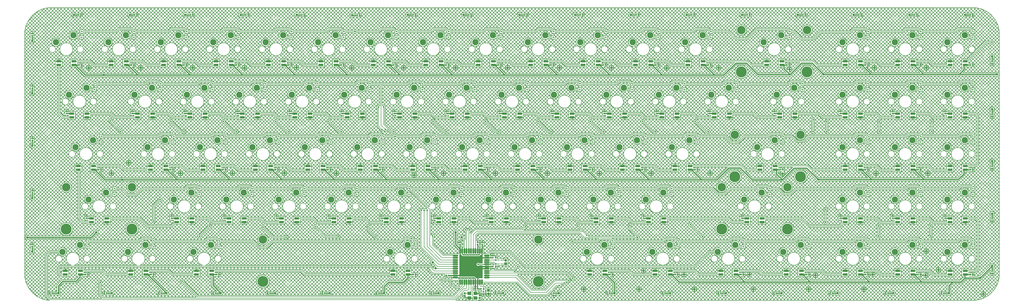
<source format=gbl>
G04*
G04 #@! TF.GenerationSoftware,Altium Limited,Altium Designer,21.2.2 (38)*
G04*
G04 Layer_Physical_Order=2*
G04 Layer_Color=16711680*
%FSLAX25Y25*%
%MOIN*%
G70*
G04*
G04 #@! TF.SameCoordinates,C6766A44-A902-4565-B12D-BAEFB9249641*
G04*
G04*
G04 #@! TF.FilePolarity,Positive*
G04*
G01*
G75*
%ADD10C,0.00500*%
%ADD11C,0.01000*%
%ADD13R,0.07087X0.03228*%
%ADD24C,0.00800*%
%ADD25C,0.01500*%
%ADD26C,0.12000*%
%ADD27C,0.15700*%
%ADD28R,0.03937X0.03937*%
%ADD29C,0.03937*%
%ADD30C,0.03500*%
%ADD31C,0.02400*%
%ADD32C,0.03000*%
%ADD33R,0.05512X0.04724*%
%ADD34R,0.02520X0.02677*%
%ADD35R,0.02047X0.02205*%
%ADD36R,0.01772X0.02323*%
%ADD37R,0.01772X0.01772*%
%ADD38R,0.02165X0.02165*%
%ADD39O,0.02362X0.08071*%
%ADD40O,0.08071X0.02362*%
%ADD41R,0.02205X0.02047*%
%ADD42R,0.05615X0.03100*%
%ADD43C,0.09000*%
G36*
X656732Y54657D02*
X651604D01*
X651433Y54828D01*
X651153Y55031D01*
X650844Y55188D01*
X650515Y55295D01*
X650173Y55350D01*
X649827D01*
X649485Y55295D01*
X649156Y55188D01*
X648847Y55031D01*
X648567Y54828D01*
X648322Y54583D01*
X648118Y54303D01*
X647961Y53994D01*
X647854Y53665D01*
X647800Y53323D01*
Y52977D01*
X647854Y52634D01*
X647961Y52305D01*
X648118Y51997D01*
X648322Y51716D01*
X648567Y51472D01*
X648847Y51268D01*
X649156Y51111D01*
X649485Y51004D01*
X649827Y50950D01*
X650173D01*
X650515Y51004D01*
X650844Y51111D01*
X651153Y51268D01*
X651433Y51472D01*
X651604Y51642D01*
X656732D01*
Y33268D01*
X647601D01*
X647552Y33358D01*
X647365Y33586D01*
X645634Y35318D01*
X645405Y35505D01*
X645145Y35645D01*
X644862Y35730D01*
X644568Y35759D01*
X623268D01*
X623268Y51716D01*
Y66732D01*
X626349D01*
X627649Y65433D01*
X627877Y65245D01*
X628138Y65106D01*
X628420Y65020D01*
X628715Y64991D01*
X651340D01*
X651634Y65020D01*
X651917Y65106D01*
X652177Y65245D01*
X652406Y65433D01*
X653664Y66691D01*
X653698Y66732D01*
X656732D01*
Y54657D01*
D02*
G37*
D10*
X148901Y152516D02*
X148913Y152504D01*
X140892Y160967D02*
X140880Y160979D01*
X630000Y1380D02*
X653000D01*
X631000Y7989D02*
Y8068D01*
Y7989D02*
X632890Y6099D01*
X636624D01*
X289467Y236426D02*
X343244D01*
X346743Y239926D01*
X285967D02*
X289467Y236426D01*
X213844Y236400D02*
X268192D01*
X795224Y311926D02*
X848547D01*
X870152Y311648D02*
X870502D01*
X531200Y236300D02*
X568119D01*
X514594D02*
X531200D01*
X113776Y4694D02*
X615915D01*
X109567Y8903D02*
Y27230D01*
Y8903D02*
X113776Y4694D01*
X416938Y107055D02*
X431498Y92495D01*
X450099D01*
X1114600Y311400D02*
X1186975D01*
X1102610Y269051D02*
X1137150D01*
X1149016Y243509D02*
Y257480D01*
X1137150Y269051D02*
X1142661Y263539D01*
X1175894D01*
X612623Y25182D02*
X617386Y20419D01*
X625044D01*
X627402Y22777D01*
X612268Y25182D02*
X612623D01*
X615915Y4694D02*
X629352Y18131D01*
X632529D01*
X617056Y2582D02*
X630432Y15957D01*
X32600Y8200D02*
X38218Y2582D01*
X617056D01*
X248936Y6919D02*
X614697D01*
X630551Y22774D01*
X226700Y29156D02*
X248936Y6919D01*
X627402Y22777D02*
Y27559D01*
X633701Y19303D02*
Y27559D01*
X632529Y18131D02*
X633701Y19303D01*
X634840Y15957D02*
X636850Y17967D01*
Y27559D01*
X630432Y15957D02*
X634840D01*
X626600Y92000D02*
X630551Y88049D01*
Y72441D02*
Y88049D01*
X593253Y53150D02*
X617559D01*
X568591Y77811D02*
X593253Y53150D01*
X586789Y55115D02*
X586823D01*
X591938Y50000D02*
X617559D01*
X585132Y55960D02*
X585944D01*
X586789Y55115D01*
X586823D02*
X591938Y50000D01*
X591203Y46850D02*
X592160D01*
X589410Y47521D02*
X589984Y46947D01*
X591107D01*
X591203Y46850D01*
X592160D02*
X617559D01*
X580734Y50465D02*
X587498Y43701D01*
X52271Y50465D02*
X580734D01*
X587498Y43701D02*
X617559D01*
X50400Y48594D02*
X52271Y50465D01*
X568591Y77811D02*
Y130822D01*
X594901Y56299D02*
X617559D01*
X573000Y78200D02*
X594901Y56299D01*
X621354Y30457D02*
X624252Y27559D01*
X598400Y30800D02*
X598743Y30457D01*
X621354D01*
X356900Y92100D02*
X375500D01*
X342340Y106660D02*
X356900Y92100D01*
X540093Y86400D02*
X543618Y89925D01*
X356704Y86400D02*
X540093Y86400D01*
X561120Y86373D02*
Y86648D01*
X347704Y77400D02*
X356704Y86400D01*
X543618Y89925D02*
X554720D01*
X336700Y77400D02*
X347704D01*
X268235Y44050D02*
X397049D01*
X50400Y40300D02*
Y48594D01*
X397049Y44050D02*
X402561Y38539D01*
X52200Y38500D02*
X60223D01*
X50400Y40300D02*
X52200Y38500D01*
X226700Y29156D02*
Y29441D01*
X630551Y22774D02*
Y27559D01*
X32600Y8200D02*
Y65800D01*
X37926Y71126D02*
X55498D01*
X32600Y65800D02*
X37926Y71126D01*
X662539Y37500D02*
X705722D01*
X727142Y16080D01*
X746337D01*
X662689Y34500D02*
X703974D01*
X725576Y12898D01*
X747650D01*
X746337Y16080D02*
X759985Y29729D01*
X747650Y12898D02*
X761079Y26326D01*
X759985Y29729D02*
X779793D01*
X761079Y26326D02*
X773216D01*
X655748Y27559D02*
X706278D01*
X724016Y9821D02*
X749053D01*
X706278Y27559D02*
X724016Y9821D01*
X762120Y22889D02*
X766421D01*
X749053Y9821D02*
X762120Y22889D01*
X662441Y40551D02*
X778091D01*
X785493Y33150D01*
X662441Y37402D02*
X662539Y37500D01*
X662441Y43701D02*
X700484D01*
X706837Y50053D01*
X662441Y34252D02*
X662689Y34500D01*
X924484Y38539D02*
X924529Y38495D01*
X1018236Y38539D02*
X1018281Y38495D01*
X830736Y38539D02*
X830781Y38495D01*
X1271366Y38539D02*
X1271410Y38495D01*
X1111984Y38539D02*
X1112029Y38495D01*
X716949Y50050D02*
X960044D01*
X696079Y70921D02*
X716949Y50050D01*
X960044D02*
X981119Y71126D01*
X1124257Y107743D02*
X1167539D01*
X1112949Y119051D02*
X1124257Y107743D01*
X1167539D02*
X1173335Y113539D01*
X981119Y71126D02*
X993000D01*
X667614Y70921D02*
X696079D01*
X662441Y65748D02*
X667614Y70921D01*
X585656Y40551D02*
X617559D01*
X580995Y45212D02*
X585656Y40551D01*
X585058Y81067D02*
X600124Y66000D01*
X585058Y81067D02*
Y93867D01*
X573000Y78200D02*
Y130782D01*
X596551Y59449D02*
X617559D01*
X577205Y78795D02*
Y130610D01*
Y78795D02*
X596551Y59449D01*
X507501Y251199D02*
X512600Y246100D01*
X507501Y251199D02*
Y278429D01*
X473763Y386651D02*
X508179D01*
X458095D02*
X473763D01*
X577205Y130610D02*
X577245Y130649D01*
X511256Y311374D02*
X549448D01*
X495776D02*
X511256D01*
Y252444D02*
Y311374D01*
Y252444D02*
X517500Y246200D01*
X568119Y236300D02*
X571744Y239926D01*
X514520Y236374D02*
X514594Y236300D01*
X530484Y263573D02*
X538360D01*
X538394Y263539D01*
X514907Y253659D02*
X525621Y242945D01*
X514907Y253659D02*
Y278580D01*
X581061Y79938D02*
Y131927D01*
Y79938D02*
X598401Y62598D01*
X551650Y161337D02*
X581061Y131927D01*
X594457Y113400D02*
X594560Y113503D01*
X586300Y113400D02*
X594457D01*
X548468Y164926D02*
X551746Y161648D01*
X534244Y164926D02*
X548468D01*
X551650Y161337D02*
Y161613D01*
X598401Y62598D02*
X617559D01*
X600124Y66000D02*
X617307D01*
X617559Y65748D01*
X60223Y38500D02*
X60262Y38539D01*
X801919Y92109D02*
X878266D01*
X649889Y98159D02*
X795869D01*
X801919Y92109D01*
X647827Y100400D02*
X800191D01*
X643150Y72441D02*
Y95722D01*
X647827Y100400D01*
X646299Y94569D02*
X649889Y98159D01*
X646299Y72441D02*
Y94569D01*
X800191Y100400D02*
X805520Y95071D01*
X792750Y107841D02*
X800191Y100400D01*
X623468Y164926D02*
X626746Y161648D01*
X609244Y164926D02*
X623468D01*
X605692Y161374D02*
X609244Y164926D01*
X552020Y161374D02*
X605692D01*
X702020D02*
X755692D01*
X759244Y164926D01*
X867384Y102990D02*
Y109378D01*
X645700Y102500D02*
X713400D01*
X717800Y106900D01*
X640000Y96800D02*
X645700Y102500D01*
X640000Y72441D02*
Y96800D01*
X636850Y72441D02*
Y100978D01*
X638384Y102512D01*
X633701Y72441D02*
Y100990D01*
X632151Y102539D02*
X633701Y100990D01*
X554720Y89925D02*
X557842D01*
X1376237Y371368D02*
X1385256D01*
X1346366Y344056D02*
X1348925D01*
X1376237Y371368D01*
X649400Y81304D02*
X649449Y81255D01*
X689100Y53600D02*
X689600Y54100D01*
X683075Y53600D02*
X689100D01*
X683075Y59400D02*
X683375Y59100D01*
X689600D01*
X679861Y53535D02*
X679925Y53600D01*
X675400Y53535D02*
X679861D01*
X679706Y59419D02*
X679925Y59200D01*
X675415Y59419D02*
X679706D01*
X675309Y62783D02*
Y64515D01*
X674127Y65696D02*
X675309Y64515D01*
X671300Y65696D02*
X674127D01*
X662441Y59449D02*
X675045D01*
X675400Y53535D02*
Y53614D01*
X662441Y56299D02*
X672715D01*
X675400Y53614D01*
Y48520D02*
Y50465D01*
X671404Y46800D02*
X673680D01*
X675400Y48520D01*
X671300Y46904D02*
X671404Y46800D01*
X654561Y10504D02*
X658000D01*
X652600Y8543D02*
X654561Y10504D01*
X646299Y18305D02*
X646404Y18200D01*
Y11820D02*
Y18200D01*
X646331Y11746D02*
X646404Y11820D01*
X642038Y8361D02*
Y20517D01*
Y8361D02*
X643249Y7151D01*
X642038Y20517D02*
X643150Y21628D01*
X636624Y6099D02*
X637669Y5054D01*
X650671Y10472D02*
X652600Y8543D01*
X646331Y11746D02*
X647605Y10472D01*
X650671D01*
X646331Y5054D02*
X652547D01*
X652600Y5000D01*
X637455Y11532D02*
X637669Y11746D01*
X631200Y11532D02*
X637455D01*
X643150Y21628D02*
Y27559D01*
X643249Y7151D02*
X644233D01*
X646331Y5054D01*
X640000Y13859D02*
Y27559D01*
X637888Y11746D02*
X640000Y13859D01*
X637669Y11746D02*
X637888D01*
X658000Y10504D02*
X658496Y11000D01*
X664800D01*
X657872Y18000D02*
X662800D01*
X664800Y16000D01*
X657872Y13624D02*
Y18000D01*
Y13624D02*
X658000Y13496D01*
X658028Y13524D01*
X652598Y22546D02*
X653604Y21541D01*
X656849D02*
X657872Y20518D01*
X653604Y21541D02*
X656849D01*
X657872Y18000D02*
Y20518D01*
X652598Y22546D02*
Y27559D01*
X784441Y86374D02*
X821318D01*
X1147398Y113583D02*
X1147419Y113563D01*
X1147398Y113583D02*
Y131569D01*
X1147377Y131590D02*
X1147398Y131569D01*
X915110Y119051D02*
X1007749D01*
X1013261Y113539D01*
X1035264D01*
X953946Y110181D02*
X971279Y92847D01*
X805520Y95064D02*
Y95071D01*
X792750Y107841D02*
Y107847D01*
X840110Y119051D02*
X863933D01*
X869931Y113053D01*
X894551D01*
X867384Y102990D02*
X878266Y92109D01*
X492751Y102624D02*
X502977Y92397D01*
X492751Y102624D02*
Y107052D01*
X251567Y93307D02*
X266134Y107874D01*
X1121486Y194051D02*
X1126997Y188539D01*
X1074484Y194051D02*
X1121486D01*
X1126997Y188539D02*
X1175894D01*
X1026053Y194051D02*
X1031565Y188539D01*
X952610Y194051D02*
X1026053D01*
X1031565Y188539D02*
X1054012D01*
X1129144Y344056D02*
X1134656Y338544D01*
X1175894D01*
X1083866Y344056D02*
X1129144D01*
X971366D02*
X1034914D01*
X1040426Y338544D02*
X1063394D01*
X1034914Y344056D02*
X1040426Y338544D01*
X1055736Y119051D02*
X1112949D01*
X1173335Y113539D02*
X1175894D01*
X1129134Y242914D02*
Y260236D01*
X123952Y258362D02*
Y258659D01*
X139055Y242962D02*
Y243259D01*
X123952Y258362D02*
X139055Y243259D01*
X900706Y242800D02*
X903800D01*
X885629Y257877D02*
X900706Y242800D01*
X1148816Y243310D02*
X1149016Y243509D01*
X1298816Y243310D02*
X1299016Y243509D01*
Y257480D01*
X1297441Y93701D02*
Y108268D01*
X1223816Y243310D02*
X1224016Y243509D01*
Y257480D01*
X1222441Y93701D02*
Y108268D01*
X960629Y257877D02*
X975589Y242916D01*
X979526D01*
X810660Y257906D02*
X825621Y242945D01*
X829558D01*
X735660Y257906D02*
X750621Y242945D01*
X754558D01*
X660652Y257906D02*
X675613Y242945D01*
X679550D01*
X585652Y257906D02*
X600613Y242945D01*
X604550D01*
X525621D02*
X529558D01*
X435652Y257906D02*
X450613Y242945D01*
X454550D01*
X285651Y257906D02*
X300612Y242945D01*
X304549D01*
X360644Y257906D02*
X375605Y242945D01*
X379542D01*
X225583Y242913D02*
X229520D01*
X210622Y257874D02*
X225583Y242913D01*
X211293Y107754D02*
X217078Y113539D01*
X219637D01*
X177454Y107754D02*
X211293D01*
X186299Y137057D02*
X195354Y146112D01*
X186299Y115009D02*
Y137057D01*
X195354Y146112D02*
Y146112D01*
X1346366Y44050D02*
X1361650D01*
X1365300Y47700D01*
Y115400D01*
X1361650Y119051D02*
X1365300Y115400D01*
X1346366Y119051D02*
X1361650D01*
X1346366Y194051D02*
X1346517Y193900D01*
X1360800D01*
X1365100Y198200D02*
Y265200D01*
X1360800Y193900D02*
X1365100Y198200D01*
X1361250Y269051D02*
X1365100Y265200D01*
X1346366Y269051D02*
X1361250D01*
X50892Y269510D02*
X56863Y263539D01*
X69637D01*
X50892Y269510D02*
Y338544D01*
X79012Y118700D02*
X84173Y113539D01*
X97762D01*
X79012Y118700D02*
Y188539D01*
X1011565Y228035D02*
X1022835D01*
X1003226Y236374D02*
X1011565Y228035D01*
X1022835D02*
X1031174Y236374D01*
X964700Y236374D02*
X1003226D01*
X1031174Y236374D02*
X1065066D01*
X1098726Y236374D02*
X1105978Y229121D01*
X1115888D01*
X1123140Y236374D01*
X1186948D01*
X1086700Y236374D02*
X1098726D01*
X1087302Y153869D02*
X1097493D01*
X1079797Y161374D02*
X1087302Y153869D01*
X1097493D02*
X1104998Y161374D01*
X1186948D01*
X1067900Y161374D02*
X1079797D01*
X148913Y152504D02*
X149059Y152358D01*
X140892Y160967D02*
X148901Y152516D01*
X993184Y154014D02*
X1003814D01*
X985825Y161374D02*
X993184Y154014D01*
X927300Y161374D02*
X985825D01*
X1003814Y154014D02*
X1011174Y161374D01*
X1046318D01*
X795224Y311926D02*
X795502Y311648D01*
X792224Y314926D02*
X795224Y311926D01*
X794874D02*
X795224D01*
X1020700Y311400D02*
X1093219D01*
X842300Y86400D02*
X915093D01*
X280200D02*
X327700D01*
X336700Y77400D01*
X130000Y161125D02*
X140734D01*
X149059Y152358D02*
X160958D01*
X140734Y161125D02*
X140880Y160979D01*
X160958Y152358D02*
X169974Y161374D01*
X230692Y161374D01*
X92800Y86400D02*
X165093D01*
X186300D02*
X258843D01*
X936400D02*
X1008845D01*
X1030000D02*
X1102593D01*
X1123900Y86374D02*
X1186948Y86374D01*
X118234Y119051D02*
X166157D01*
X177454Y107754D01*
X111200Y236374D02*
X193192Y236374D01*
X402020Y161374D02*
X455692D01*
X477020D02*
X530692D01*
X627020D02*
X680692D01*
X777020D02*
X830692D01*
X852020D02*
X905692D01*
X814520Y236374D02*
X868192D01*
X889520D02*
X943192D01*
X664520D02*
X718192D01*
X739520D02*
X793192D01*
X589520D02*
X643192D01*
X364520D02*
X418192D01*
X439520D02*
X493192D01*
X252020Y161374D02*
X305692D01*
X327020D02*
X380692D01*
X1208276Y86374D02*
X1261948D01*
X1283276D02*
X1336948D01*
X1208276Y161374D02*
X1261948D01*
X1283276D02*
X1336948D01*
X1208276Y236374D02*
X1261948D01*
X1283276D02*
X1336948D01*
X1283276Y311374D02*
X1336948D01*
X1208276D02*
X1261948D01*
X945776D02*
X999448D01*
X870776D02*
X924448D01*
X720776D02*
X774448D01*
X645776D02*
X699448D01*
X570776D02*
X624448D01*
X420776D02*
X474448D01*
X345776D02*
X399448D01*
X270775D02*
X324447D01*
X195775D02*
X249447D01*
X252999Y314926D01*
X194864Y312560D02*
X195501Y311923D01*
X192224Y315200D02*
X194864Y312560D01*
X168619Y89925D02*
X182843D01*
X186120Y86648D01*
X165093Y86400D02*
X168619Y89925D01*
X262369D02*
X276593D01*
X279870Y86648D01*
X258843Y86400D02*
X262369Y89925D01*
X557842D02*
X561120Y86648D01*
X824870Y89925D02*
X839094D01*
X842372Y86648D01*
X821318Y86374D02*
X824870Y89925D01*
X918618D02*
X932842D01*
X936120Y86648D01*
X915093Y86400D02*
X918618Y89925D01*
X1012370D02*
X1026594D01*
X1029872Y86648D01*
X1008845Y86400D02*
X1012370Y89925D01*
X1106118D02*
X1120342D01*
X1123620Y86648D01*
X1102593Y86400D02*
X1106118Y89925D01*
X1049870Y164926D02*
X1064094D01*
X1067372Y161648D01*
X1046318Y161374D02*
X1049870Y164926D01*
X234243D02*
X248467D01*
X251745Y161648D01*
X230692Y161374D02*
X234243Y164926D01*
X309244D02*
X323468D01*
X326746Y161648D01*
X305692Y161374D02*
X309244Y164926D01*
X384244D02*
X398468D01*
X401746Y161648D01*
X380692Y161374D02*
X384244Y164926D01*
X459244D02*
X473468D01*
X476746Y161648D01*
X455692Y161374D02*
X459244Y164926D01*
X530692Y161374D02*
X534244Y164926D01*
X684244D02*
X698468D01*
X701746Y161648D01*
X680692Y161374D02*
X684244Y164926D01*
X759244D02*
X773468D01*
X776746Y161648D01*
X834244Y164926D02*
X848468D01*
X851746Y161648D01*
X830692Y161374D02*
X834244Y164926D01*
X909244D02*
X923468D01*
X926746Y161648D01*
X905692Y161374D02*
X909244Y164926D01*
X1190500Y89925D02*
X1204724D01*
X1208002Y86648D01*
X1186948Y86374D02*
X1190500Y89925D01*
X1265500D02*
X1279724D01*
X1283002Y86648D01*
X1261948Y86374D02*
X1265500Y89925D01*
X1340500D02*
X1354724D01*
X1358002Y86648D01*
X1336948Y86374D02*
X1340500Y89925D01*
X1190500Y164926D02*
X1204724D01*
X1208002Y161648D01*
X1186948Y161374D02*
X1190500Y164926D01*
X1265500D02*
X1279724D01*
X1283002Y161648D01*
X1261948Y161374D02*
X1265500Y164926D01*
X1340500D02*
X1354724D01*
X1358002Y161648D01*
X1336948Y161374D02*
X1340500Y164926D01*
X1336948Y236374D02*
X1340500Y239926D01*
X1354724D02*
X1358002Y236648D01*
X1340500Y239926D02*
X1354724D01*
X1261948Y236374D02*
X1265500Y239926D01*
X1279724D02*
X1283002Y236648D01*
X1265500Y239926D02*
X1279724D01*
X1186948Y236374D02*
X1190500Y239926D01*
X1204724D02*
X1208002Y236648D01*
X1190500Y239926D02*
X1204724D01*
X1065066Y236374D02*
X1068618Y239926D01*
X1082842D02*
X1086120Y236648D01*
X1068618Y239926D02*
X1082842D01*
X943192Y236374D02*
X946744Y239926D01*
X960968D02*
X964246Y236648D01*
X946744Y239926D02*
X960968D01*
X868192Y236374D02*
X871744Y239926D01*
X885968D02*
X889246Y236648D01*
X871744Y239926D02*
X885968D01*
X793192Y236374D02*
X796744Y239926D01*
X810968D02*
X814246Y236648D01*
X796744Y239926D02*
X810968D01*
X718192Y236374D02*
X721744Y239926D01*
X735968D02*
X739246Y236648D01*
X721744Y239926D02*
X735968D01*
X643192Y236374D02*
X646744Y239926D01*
X660968D02*
X664246Y236648D01*
X646744Y239926D02*
X660968D01*
X585968D02*
X589246Y236648D01*
X571744Y239926D02*
X585968D01*
X493192Y236374D02*
X496744Y239926D01*
X510968D02*
X514246Y236648D01*
X496744Y239926D02*
X510968D01*
X418192Y236374D02*
X421744Y239926D01*
X435968D02*
X439246Y236648D01*
X421744Y239926D02*
X435968D01*
X360967D02*
X364245Y236648D01*
X346743Y239926D02*
X360967D01*
X268192Y236374D02*
X271743Y239926D01*
X285967D01*
X193192Y236374D02*
X196744Y239926D01*
X210967D02*
X214245Y236648D01*
X196744Y239926D02*
X210967D01*
X1336948Y311374D02*
X1340500Y314926D01*
X1354724D02*
X1358002Y311648D01*
X1340500Y314926D02*
X1354724D01*
X1261948Y311374D02*
X1265500Y314926D01*
X1279724D02*
X1283002Y311648D01*
X1265500Y314926D02*
X1279724D01*
X1186975Y311400D02*
X1190500Y314926D01*
X1204724D02*
X1208002Y311648D01*
X1190500Y314926D02*
X1204724D01*
X1093219Y311400D02*
X1096744Y314926D01*
X1110968D02*
X1114246Y311648D01*
X1096744Y314926D02*
X1110968D01*
X999448Y311374D02*
X1003000Y314926D01*
X1017224D02*
X1020502Y311648D01*
X1003000Y314926D02*
X1017224D01*
X924448Y311374D02*
X928000Y314926D01*
X942224D02*
X945502Y311648D01*
X928000Y314926D02*
X942224D01*
X848547Y311926D02*
X852098Y315477D01*
X866323D02*
X870152Y311648D01*
X852098Y315477D02*
X866323D01*
X774448Y311374D02*
X778000Y314926D01*
X792224D01*
X699448Y311374D02*
X703000Y314926D01*
X717224D02*
X720502Y311648D01*
X703000Y314926D02*
X717224D01*
X624448Y311374D02*
X628000Y314926D01*
X642224D02*
X645502Y311648D01*
X628000Y314926D02*
X642224D01*
X549448Y311374D02*
X553000Y314926D01*
X567224D02*
X570502Y311648D01*
X553000Y314926D02*
X567224D01*
X474448Y311374D02*
X478000Y314926D01*
X492224D02*
X495502Y311648D01*
X478000Y314926D02*
X492224D01*
X399448Y311374D02*
X403000Y314926D01*
X417224D02*
X420502Y311648D01*
X403000Y314926D02*
X417224D01*
X324447Y311374D02*
X327999Y314926D01*
X342223D02*
X345500Y311648D01*
X327999Y314926D02*
X342223D01*
X267223D02*
X270500Y311648D01*
X252999Y314926D02*
X267223D01*
X178000Y315200D02*
X192224D01*
X194864Y312560D02*
X194864D01*
X174448Y311648D02*
X178000Y315200D01*
X101744Y311648D02*
X174448D01*
X154117Y390303D02*
X157815Y386605D01*
X133094Y386608D02*
X133140Y386653D01*
X133183D01*
X83000D02*
X133140D01*
X136789Y390303D02*
X154117D01*
X157815Y386605D02*
X157914D01*
X307812Y386646D02*
X357995D01*
X158003Y386651D02*
X208186D01*
X232907Y386649D02*
X283090D01*
X208186Y386651D02*
X211881Y390347D01*
X229209D02*
X232907Y386649D01*
X133140Y386653D02*
X136789Y390303D01*
X211881Y390347D02*
X229209D01*
X304114Y390344D02*
X307812Y386646D01*
X357995D02*
X361690Y390342D01*
X283090Y386649D02*
X286786Y390344D01*
X304114D01*
X379018Y390342D02*
X382716Y386644D01*
X361690Y390342D02*
X379018D01*
X383003Y386651D02*
X433186D01*
X532901Y386649D02*
X583084D01*
X604107Y390344D02*
X607805Y386646D01*
X457996Y386651D02*
X458095D01*
X454209Y390347D02*
X457907Y386649D01*
X508179Y386651D02*
X511875Y390347D01*
X433186Y386651D02*
X436881Y390347D01*
X454209D01*
X529203D02*
X532901Y386649D01*
X583084D02*
X586779Y390344D01*
X511875Y390347D02*
X529203D01*
X586779Y390344D02*
X604107D01*
X1008687Y386651D02*
X1019162Y376176D01*
X1034516D01*
X829210Y390347D02*
X832909Y386649D01*
X904115Y390344D02*
X907813Y386646D01*
X1112469Y376176D02*
X1130186D01*
X1101994Y386651D02*
X1112469Y376176D01*
X1130186D02*
X1140028Y386018D01*
X1034516Y376176D02*
X1047902Y389562D01*
X1140028Y386018D02*
X1182942D01*
X1187272Y390349D01*
X1333092Y386649D02*
X1336787Y390344D01*
X1354115D02*
X1357813Y386646D01*
X758004Y386651D02*
X808187D01*
X608004D02*
X658187D01*
X683004D02*
X733187D01*
X832909Y386649D02*
X883092D01*
X886787Y390344D01*
X904115D01*
X908004Y386651D02*
X958187D01*
X679211Y390347D02*
X682909Y386649D01*
X733187Y386651D02*
X736883Y390347D01*
X658187Y386651D02*
X661883Y390347D01*
X679211D01*
X754211D02*
X757909Y386649D01*
X808187Y386651D02*
X811883Y390347D01*
X736883D02*
X754211D01*
X811883D02*
X829210D01*
X1092495Y389562D02*
X1095406Y386651D01*
X1101994D01*
X983004D02*
X1008687D01*
X1047902Y389562D02*
X1092495D01*
X1282909Y386649D02*
X1333092D01*
X1207906Y386651D02*
X1258187D01*
X958187D02*
X961883Y390347D01*
X979210D02*
X982909Y386649D01*
X961883Y390347D02*
X979210D01*
X1187272Y390349D02*
X1204208D01*
X1258187Y386651D02*
X1261883Y390347D01*
X1279210D02*
X1282909Y386649D01*
X1204208Y390349D02*
X1207906Y386651D01*
X1336787Y390344D02*
X1354115D01*
X1261883Y390347D02*
X1279210D01*
X1141450Y44050D02*
X1146961Y38539D01*
X1111984Y44050D02*
X1141450D01*
X1146961Y38539D02*
X1175894D01*
X1051250Y44050D02*
X1056761Y38539D01*
X1091512D01*
X1018236Y44050D02*
X1051250D01*
X924484D02*
X959997D01*
X965509Y38539D01*
X997760D01*
X871761D02*
X904012D01*
X866249Y44050D02*
X871761Y38539D01*
X830736Y44050D02*
X866249D01*
X402561Y38539D02*
X529012D01*
X174485Y44050D02*
X207500D01*
X213012Y38539D01*
X247763D01*
X119261D02*
X154012D01*
X113750Y44050D02*
X119261Y38539D01*
X80734Y44050D02*
X113750D01*
X1008866Y269051D02*
X1044049D01*
X1049600Y263500D01*
X1082099D01*
X1082138Y263539D01*
X963687Y263053D02*
X988307D01*
X933866Y269051D02*
X957689D01*
X963687Y263053D01*
X143261Y188539D02*
X182137D01*
X99484Y194051D02*
X137750D01*
X143261Y188539D01*
X129961Y263539D02*
X163393D01*
X124450Y269051D02*
X129961Y263539D01*
X90109Y269051D02*
X124450D01*
X713934Y119051D02*
X719931Y113053D01*
X690110Y119051D02*
X713934D01*
X719931Y113053D02*
X744551D01*
X788934Y119051D02*
X794931Y113053D01*
X765110Y119051D02*
X788934D01*
X794931Y113053D02*
X819551D01*
X638838Y119015D02*
X644836Y113018D01*
X615015Y119015D02*
X638838D01*
X644836Y113018D02*
X669456D01*
X413934Y119051D02*
X419931Y113053D01*
X390110Y119051D02*
X413934D01*
X419931Y113053D02*
X444551D01*
X488934Y119051D02*
X494931Y113053D01*
X465110Y119051D02*
X488934D01*
X494931Y113053D02*
X519551D01*
X263933Y119051D02*
X269930Y113053D01*
X240110Y119051D02*
X263933D01*
X269930Y113053D02*
X294551D01*
X338933Y119051D02*
X344930Y113053D01*
X315110Y119051D02*
X338933D01*
X344930Y113053D02*
X369551D01*
X826433Y194051D02*
X832431Y188053D01*
X802610Y194051D02*
X826433D01*
X832431Y188053D02*
X857051D01*
X901433Y194051D02*
X907431Y188053D01*
X877610Y194051D02*
X901433D01*
X907431Y188053D02*
X932051D01*
X676434Y194051D02*
X682431Y188053D01*
X652610Y194051D02*
X676434D01*
X682431Y188053D02*
X707051D01*
X751434Y194051D02*
X757431Y188053D01*
X727610Y194051D02*
X751434D01*
X757431Y188053D02*
X782051D01*
X526434Y194051D02*
X532431Y188053D01*
X502610Y194051D02*
X526434D01*
X532431Y188053D02*
X557051D01*
X601434Y194051D02*
X607431Y188053D01*
X577610Y194051D02*
X601434D01*
X607431Y188053D02*
X632051D01*
X376433Y194051D02*
X382430Y188053D01*
X352610Y194051D02*
X376433D01*
X382430Y188053D02*
X407051D01*
X451433Y194051D02*
X457430Y188053D01*
X427610Y194051D02*
X451433D01*
X457430Y188053D02*
X482051D01*
X226433Y194051D02*
X232430Y188053D01*
X202610Y194051D02*
X226433D01*
X232430Y188053D02*
X257051D01*
X301433Y194051D02*
X307430Y188053D01*
X277610Y194051D02*
X301433D01*
X307430Y188053D02*
X332051D01*
X807689Y269051D02*
X813687Y263053D01*
X783866Y269051D02*
X807689D01*
X813687Y263053D02*
X838307D01*
X882689Y269051D02*
X888687Y263053D01*
X858866Y269051D02*
X882689D01*
X888687Y263053D02*
X913307D01*
X657689Y269051D02*
X663687Y263053D01*
X633866Y269051D02*
X657689D01*
X663687Y263053D02*
X688307D01*
X732689Y269051D02*
X738687Y263053D01*
X708866Y269051D02*
X732689D01*
X738687Y263053D02*
X763307D01*
X582689Y269051D02*
X588687Y263053D01*
X558866Y269051D02*
X582689D01*
X588687Y263053D02*
X613307D01*
X357688Y269051D02*
X363685Y263053D01*
X333865Y269051D02*
X357688D01*
X363685Y263053D02*
X388306D01*
X432688Y269051D02*
X438686Y263053D01*
X408865Y269051D02*
X432688D01*
X438686Y263053D02*
X463306D01*
X207688Y269051D02*
X213685Y263053D01*
X183865Y269051D02*
X207688D01*
X213685Y263053D02*
X238306D01*
X282688Y269051D02*
X288685Y263053D01*
X258865Y269051D02*
X282688D01*
X288685Y263053D02*
X313306D01*
X1220189Y44050D02*
X1226187Y38053D01*
X1196366Y44050D02*
X1220189D01*
X1226187Y38053D02*
X1250807D01*
X1295189Y44050D02*
X1301187Y38053D01*
X1271366Y44050D02*
X1295189D01*
X1301187Y38053D02*
X1325807D01*
X1220189Y119051D02*
X1226187Y113053D01*
X1196366Y119051D02*
X1220189D01*
X1226187Y113053D02*
X1250807D01*
X1295189Y119051D02*
X1301187Y113053D01*
X1271366Y119051D02*
X1295189D01*
X1301187Y113053D02*
X1325807D01*
X1220189Y194051D02*
X1226187Y188053D01*
X1196366Y194051D02*
X1220189D01*
X1226187Y188053D02*
X1250807D01*
X1295189Y194051D02*
X1301187Y188053D01*
X1271366Y194051D02*
X1295189D01*
X1301187Y188053D02*
X1325807D01*
X1220189Y269051D02*
X1226187Y263053D01*
X1196366Y269051D02*
X1220189D01*
X1226187Y263053D02*
X1250807D01*
X1295189Y269051D02*
X1301187Y263053D01*
X1271366Y269051D02*
X1295189D01*
X1301187Y263053D02*
X1325807D01*
X1301187Y338058D02*
X1325807D01*
X1271366Y344056D02*
X1295189D01*
X1301187Y338058D01*
X1226187D02*
X1250807D01*
X1196366Y344056D02*
X1220189D01*
X1226187Y338058D01*
X926187D02*
X950807D01*
X896366Y344056D02*
X920189D01*
X926187Y338058D01*
X851187D02*
X875807D01*
X821366Y344056D02*
X845189D01*
X851187Y338058D01*
X776187D02*
X800807D01*
X746366Y344056D02*
X770189D01*
X776187Y338058D01*
X701179D02*
X725799D01*
X671358Y344056D02*
X695182D01*
X701179Y338058D01*
X626179D02*
X650799D01*
X596358Y344056D02*
X620182D01*
X626179Y338058D01*
X551187D02*
X575807D01*
X521366Y344056D02*
X545189D01*
X551187Y338058D01*
X476179D02*
X500799D01*
X446358Y344056D02*
X470182D01*
X476179Y338058D01*
X401171D02*
X425792D01*
X371351Y344056D02*
X395174D01*
X401171Y338058D01*
X326178D02*
X350798D01*
X296357Y344056D02*
X320180D01*
X326178Y338058D01*
X251178D02*
X275798D01*
X221357Y344056D02*
X245180D01*
X251178Y338058D01*
X176178D02*
X200798D01*
X146357Y344056D02*
X170180D01*
X176178Y338058D01*
X101185Y338058D02*
X125806D01*
X71365Y344056D02*
X95188D01*
X101185Y338058D01*
X544796Y153306D02*
X551650D01*
X542011Y156091D02*
X544796Y153306D01*
X539779Y156091D02*
X542011D01*
X619814Y153306D02*
X626668D01*
X617029Y156091D02*
X619814Y153306D01*
X614796Y156091D02*
X617029D01*
X394892Y153341D02*
X401746D01*
X392107Y156126D02*
X394892Y153341D01*
X389874Y156126D02*
X392107D01*
X1060518Y153341D02*
X1067372D01*
X1057733Y156126D02*
X1060518Y153341D01*
X1055500Y156126D02*
X1057733D01*
X1351147Y153341D02*
X1358002D01*
X1348363Y156126D02*
X1351147Y153341D01*
X1346130Y156126D02*
X1348363D01*
X469892Y153341D02*
X476746D01*
X467107Y156126D02*
X469892Y153341D01*
X464874Y156126D02*
X467107D01*
X123015Y153341D02*
X129869D01*
X120230Y156126D02*
X123015Y153341D01*
X117998Y156126D02*
X120230D01*
X638648Y303341D02*
X645502D01*
X635862Y306126D02*
X638648Y303341D01*
X633630Y306126D02*
X635862D01*
X319891Y153341D02*
X326745D01*
X317106Y156126D02*
X319891Y153341D01*
X314873Y156126D02*
X317106D01*
X769892Y153341D02*
X776746D01*
X767107Y156126D02*
X769892Y153341D01*
X764874Y156126D02*
X767107D01*
X863647Y303341D02*
X870502D01*
X860863Y306126D02*
X863647Y303341D01*
X858630Y306126D02*
X860863D01*
X1276147Y303341D02*
X1283002D01*
X1273363Y306126D02*
X1276147Y303341D01*
X1271130Y306126D02*
X1273363D01*
X1351147Y303341D02*
X1358002D01*
X1348363Y306126D02*
X1351147Y303341D01*
X1346130Y306126D02*
X1348363D01*
X413648Y303341D02*
X420502D01*
X410862Y306126D02*
X413648Y303341D01*
X408630Y306126D02*
X410862D01*
X338646Y303341D02*
X345500D01*
X335861Y306126D02*
X338646Y303341D01*
X333629Y306126D02*
X335861D01*
X188646Y303341D02*
X195500D01*
X185861Y306126D02*
X188646Y303341D01*
X183629Y306126D02*
X185861D01*
X263646Y303341D02*
X270500D01*
X260861Y306126D02*
X263646Y303341D01*
X258629Y306126D02*
X260861D01*
X244891Y153341D02*
X251745D01*
X242106Y156126D02*
X244891Y153341D01*
X239873Y156126D02*
X242106D01*
X1107392Y303341D02*
X1114246D01*
X1104607Y306126D02*
X1107392Y303341D01*
X1102374Y306126D02*
X1104607D01*
X938647Y303341D02*
X945502D01*
X935863Y306126D02*
X938647Y303341D01*
X933630Y306126D02*
X935863D01*
X844892Y153341D02*
X851746D01*
X842107Y156126D02*
X844892Y153341D01*
X839874Y156126D02*
X842107D01*
X788648Y303341D02*
X795502D01*
X785862Y306126D02*
X788648Y303341D01*
X783630Y306126D02*
X785862D01*
X488648Y303341D02*
X495502D01*
X485862Y306126D02*
X488648Y303341D01*
X483630Y306126D02*
X485862D01*
X1276147Y153341D02*
X1283002D01*
X1273363Y156126D02*
X1276147Y153341D01*
X1271130Y156126D02*
X1273363D01*
X1013647Y303341D02*
X1020502D01*
X1010863Y306126D02*
X1013647Y303341D01*
X1008630Y306126D02*
X1010863D01*
X919892Y153341D02*
X926746D01*
X917107Y156126D02*
X919892Y153341D01*
X914874Y156126D02*
X917107D01*
X1201147Y153341D02*
X1208002D01*
X1198363Y156126D02*
X1201147Y153341D01*
X1196130Y156126D02*
X1198363D01*
X1201147Y303341D02*
X1208002D01*
X1198363Y306126D02*
X1201147Y303341D01*
X1196130Y306126D02*
X1198363D01*
X694892Y153341D02*
X701746D01*
X692107Y156126D02*
X694892Y153341D01*
X689874Y156126D02*
X692107D01*
X563648Y303341D02*
X570502D01*
X560862Y306126D02*
X563648Y303341D01*
X558630Y306126D02*
X560862D01*
X713648Y303341D02*
X720502D01*
X710862Y306126D02*
X713648Y303341D01*
X708630Y306126D02*
X710862D01*
X89873D02*
X92106D01*
X94890Y303341D01*
X101744D01*
X1276147Y228341D02*
X1283002D01*
X1273363Y231126D02*
X1276147Y228341D01*
X1271130Y231126D02*
X1273363D01*
X432392Y228341D02*
X439246D01*
X429607Y231126D02*
X432392Y228341D01*
X427374Y231126D02*
X429607D01*
X601140Y378346D02*
X607994D01*
X598355Y381132D02*
X601140Y378346D01*
X596122Y381132D02*
X598355D01*
X929266Y78341D02*
X936120D01*
X926481Y81126D02*
X929266Y78341D01*
X924248Y81126D02*
X926481D01*
X582392Y228341D02*
X589246D01*
X579607Y231126D02*
X582392Y228341D01*
X577374Y231126D02*
X579607D01*
X526148Y378346D02*
X533002D01*
X523362Y381132D02*
X526148Y378346D01*
X521130Y381132D02*
X523362D01*
X1351147Y78341D02*
X1358002D01*
X1348363Y81126D02*
X1351147Y78341D01*
X1346130Y81126D02*
X1348363D01*
X104265Y228341D02*
X111119D01*
X101480Y231126D02*
X104265Y228341D01*
X99248Y231126D02*
X101480D01*
X151138Y378346D02*
X157992D01*
X148354Y381132D02*
X151138Y378346D01*
X146121Y381132D02*
X148354D01*
X676140Y378346D02*
X682994D01*
X673355Y381132D02*
X676140Y378346D01*
X671122Y381132D02*
X673355D01*
X85515Y78341D02*
X92369D01*
X82730Y81126D02*
X85515Y78341D01*
X80498Y81126D02*
X82730D01*
X1023018Y78341D02*
X1029872D01*
X1020233Y81126D02*
X1023018Y78341D01*
X1018000Y81126D02*
X1020233D01*
X554266Y78341D02*
X561120D01*
X551481Y81126D02*
X554266Y78341D01*
X549248Y81126D02*
X551481D01*
X657392Y228341D02*
X664246D01*
X654607Y231126D02*
X657392Y228341D01*
X652374Y231126D02*
X654607D01*
X976147Y378346D02*
X983002D01*
X973363Y381132D02*
X976147Y378346D01*
X971130Y381132D02*
X973363D01*
X1088647Y378346D02*
X1095502D01*
X1085863Y381132D02*
X1088647Y378346D01*
X1083630Y381132D02*
X1085863D01*
X1276147Y378346D02*
X1283002D01*
X1273363Y381132D02*
X1276147Y378346D01*
X1271130Y381132D02*
X1273363D01*
X179266Y78341D02*
X186120D01*
X176481Y81126D02*
X179266Y78341D01*
X174249Y81126D02*
X176481D01*
X1276147Y78341D02*
X1283002D01*
X1273363Y81126D02*
X1276147Y78341D01*
X1271130Y81126D02*
X1273363D01*
X301138Y378346D02*
X307993D01*
X298354Y381132D02*
X301138Y378346D01*
X296121Y381132D02*
X298354D01*
X1201147Y78341D02*
X1208002D01*
X1198363Y81126D02*
X1201147Y78341D01*
X1196130Y81126D02*
X1198363D01*
X507392Y228341D02*
X514246D01*
X504607Y231126D02*
X507392Y228341D01*
X502374Y231126D02*
X504607D01*
X1346366Y338544D02*
X1346410Y338500D01*
X1351147Y378346D02*
X1358002D01*
X1348363Y381132D02*
X1351147Y378346D01*
X1346130Y381132D02*
X1348363D01*
X1116766Y78341D02*
X1123620D01*
X1113981Y81126D02*
X1116766Y78341D01*
X1111748Y81126D02*
X1113981D01*
X1201147Y378346D02*
X1208002D01*
X1198363Y381132D02*
X1201147Y378346D01*
X1196130Y381132D02*
X1198363D01*
X1201147Y228341D02*
X1208002D01*
X1198363Y231126D02*
X1201147Y228341D01*
X1196130Y231126D02*
X1198363D01*
X826147Y378346D02*
X833002D01*
X823363Y381132D02*
X826147Y378346D01*
X821130Y381132D02*
X823363D01*
X357391Y228341D02*
X364245D01*
X354606Y231126D02*
X357391Y228341D01*
X352373Y231126D02*
X354606D01*
X957392Y228341D02*
X964246D01*
X954607Y231126D02*
X957392Y228341D01*
X952374Y231126D02*
X954607D01*
X226138Y378346D02*
X232993D01*
X223354Y381132D02*
X226138Y378346D01*
X221121Y381132D02*
X223354D01*
X835518Y78341D02*
X842372D01*
X832733Y81126D02*
X835518Y78341D01*
X830500Y81126D02*
X832733D01*
X451140Y378346D02*
X457994D01*
X448355Y381132D02*
X451140Y378346D01*
X446122Y381132D02*
X448355D01*
X751148Y378346D02*
X758002D01*
X748362Y381132D02*
X751148Y378346D01*
X746130Y381132D02*
X748362D01*
X901147Y378346D02*
X908002D01*
X898363Y381132D02*
X901147Y378346D01*
X896130Y381132D02*
X898363D01*
X1346366Y188539D02*
X1346410Y188495D01*
X1351147Y228341D02*
X1358002D01*
X1348363Y231126D02*
X1351147Y228341D01*
X1346130Y231126D02*
X1348363D01*
X273016Y78341D02*
X279870D01*
X270231Y81126D02*
X273016Y78341D01*
X267999Y81126D02*
X270231D01*
X732392Y228341D02*
X739246D01*
X729607Y231126D02*
X732392Y228341D01*
X727374Y231126D02*
X729607D01*
X207391Y228341D02*
X214245D01*
X204606Y231126D02*
X207391Y228341D01*
X202373Y231126D02*
X204606D01*
X282391Y228341D02*
X289245D01*
X279606Y231126D02*
X282391Y228341D01*
X277373Y231126D02*
X279606D01*
X376132Y378346D02*
X382986D01*
X373347Y381132D02*
X376132Y378346D01*
X371114Y381132D02*
X373347D01*
X807392Y228341D02*
X814246D01*
X804607Y231126D02*
X807392Y228341D01*
X802374Y231126D02*
X804607D01*
X882392Y228341D02*
X889246D01*
X879607Y231126D02*
X882392Y228341D01*
X877374Y231126D02*
X879607D01*
X1079266Y228341D02*
X1086120D01*
X1076481Y231126D02*
X1079266Y228341D01*
X1074248Y231126D02*
X1076481D01*
X73361Y381132D02*
X76146Y378346D01*
X71128Y381132D02*
X73361D01*
X76146Y378346D02*
X83000D01*
D11*
X1357163Y410272D02*
X1359266D01*
X1357163D02*
Y412296D01*
Y408248D02*
Y410272D01*
X1277492Y410228D02*
Y412252D01*
Y410228D02*
X1279594D01*
X1277492Y408204D02*
Y410228D01*
X1325303Y344056D02*
Y346670D01*
Y344056D02*
X1329847D01*
X1320760D02*
X1325303D01*
X1385200Y340204D02*
X1387224D01*
X1383176D02*
X1385200D01*
Y338102D02*
Y340204D01*
X1357498Y338500D02*
X1359600D01*
X1357498D02*
Y340524D01*
Y336476D02*
Y338500D01*
X1282498D02*
Y340524D01*
X1250303Y344056D02*
Y346670D01*
Y344056D02*
X1254847D01*
X1245760D02*
X1250303D01*
X1291100Y334500D02*
Y337250D01*
Y334500D02*
X1293850D01*
X1291100Y331750D02*
Y334500D01*
X1288350D02*
X1291100D01*
X1282498Y338500D02*
X1284600D01*
X1282498Y336476D02*
Y338500D01*
X1216800Y334500D02*
Y337250D01*
Y334500D02*
X1219550D01*
X1216800Y331750D02*
Y334500D01*
X1197804Y410228D02*
Y412252D01*
Y410228D02*
X1199907D01*
X1197804Y408204D02*
Y410228D01*
X1117963Y410262D02*
X1120065D01*
X1117963D02*
Y412286D01*
Y408239D02*
Y410262D01*
X1175303Y344056D02*
X1179847D01*
X1170760D02*
X1175303D01*
Y346670D01*
X1207498Y338500D02*
X1209600D01*
X1214050Y334500D02*
X1216800D01*
X1207498Y336476D02*
Y338500D01*
Y340524D01*
X1094998Y338500D02*
Y340524D01*
X1062803Y344056D02*
X1067347D01*
X1062803D02*
Y346670D01*
X1058260Y344056D02*
X1062803D01*
X1094998Y338500D02*
X1097100D01*
X1094998Y336476D02*
Y338500D01*
X1095600Y332200D02*
X1098350D01*
X1095600Y329450D02*
Y332200D01*
Y334950D01*
X1092850Y332200D02*
X1095600D01*
X1317757Y272196D02*
X1319781D01*
X1317757D02*
Y274298D01*
X1315733Y272196D02*
X1317757D01*
X1242757D02*
X1244781D01*
X1242757D02*
Y274298D01*
X1240733Y272196D02*
X1242757D01*
X1385200Y264798D02*
X1387224D01*
X1385200Y262696D02*
Y264798D01*
X1383176D02*
X1385200D01*
X1346957Y260925D02*
Y263539D01*
X1342414D02*
X1346957D01*
X1351500D01*
X1271957D02*
X1276500D01*
X1271957Y260925D02*
Y263539D01*
X1267414D02*
X1271957D01*
X1167757Y272196D02*
Y274298D01*
X1165733Y272196D02*
X1167757D01*
X1169781D01*
X1074001D02*
Y274298D01*
X1071978Y272196D02*
X1074001D01*
X1076025D01*
X1196957Y263539D02*
X1201500D01*
X1192414D02*
X1196957D01*
Y260925D02*
Y263539D01*
X1103201D02*
X1107744D01*
X1103201Y260925D02*
Y263539D01*
X1098658D02*
X1103201D01*
X1038341Y410166D02*
X1040443D01*
X1038341D02*
Y412190D01*
Y408143D02*
Y410166D01*
X958795Y410138D02*
X960897D01*
X958795Y408115D02*
Y410138D01*
Y412162D01*
X879243Y410146D02*
X881345D01*
X879243Y408123D02*
Y410146D01*
Y412170D01*
X982498Y338500D02*
Y340524D01*
X950303Y344056D02*
X954847D01*
X994300Y334600D02*
X997050D01*
X994300D02*
Y337350D01*
Y331850D02*
Y334600D01*
X982498Y338500D02*
X984600D01*
X982498Y336476D02*
Y338500D01*
X991550Y334600D02*
X994300D01*
X945760Y344056D02*
X950303D01*
Y346670D01*
X907498Y338500D02*
Y340524D01*
X875303Y344056D02*
Y346670D01*
Y344056D02*
X879847D01*
X870760D02*
X875303D01*
X920000Y334400D02*
Y337150D01*
Y334400D02*
X922750D01*
X917250D02*
X920000D01*
Y331650D02*
Y334400D01*
X907498Y338500D02*
X909600D01*
X907498Y336476D02*
Y338500D01*
X799463Y410172D02*
X801566D01*
X799463Y408148D02*
Y410172D01*
Y412196D01*
X719911Y410305D02*
X722014D01*
X719911Y408282D02*
Y410305D01*
Y412329D01*
X832498Y338500D02*
Y340524D01*
X840800Y334600D02*
Y337350D01*
X832498Y338500D02*
X834600D01*
X832498Y336476D02*
Y338500D01*
X800303Y344056D02*
X804847D01*
X795760D02*
X800303D01*
Y346670D01*
X838050Y334600D02*
X840800D01*
X843550D01*
X840800Y331850D02*
Y334600D01*
X757498Y338500D02*
X759600D01*
X757498Y336476D02*
Y338500D01*
X766500Y334500D02*
Y337250D01*
X757498Y338500D02*
Y340524D01*
X725303Y344056D02*
X729847D01*
X725303D02*
Y346670D01*
X720760Y344056D02*
X725303D01*
X766500Y334500D02*
X769250D01*
X763750D02*
X766500D01*
Y331750D02*
Y334500D01*
X980257Y272196D02*
X982281D01*
X980257D02*
Y274298D01*
X978233Y272196D02*
X980257D01*
X905257D02*
Y274298D01*
Y272196D02*
X907281D01*
X903233D02*
X905257D01*
X1009457Y263539D02*
X1014000D01*
X1009457Y260925D02*
Y263539D01*
X1004914D02*
X1009457D01*
X934457D02*
X939000D01*
X934457Y260925D02*
Y263539D01*
X929914D02*
X934457D01*
X828233Y272196D02*
X830257D01*
X832281D01*
X830257D02*
Y274298D01*
X755257Y272196D02*
X757281D01*
X755257D02*
Y274298D01*
X753233Y272196D02*
X755257D01*
X859457Y263539D02*
X864000D01*
X859457Y260925D02*
Y263539D01*
X854914D02*
X859457D01*
X784457D02*
X789000D01*
X779914D02*
X784457D01*
Y260925D02*
Y263539D01*
X709457D02*
X714000D01*
X709457Y260925D02*
Y263539D01*
X704914D02*
X709457D01*
X1325303Y194051D02*
X1329847D01*
X1325303D02*
Y196665D01*
X1320760Y194051D02*
X1325303D01*
X1383204Y190226D02*
X1385228D01*
X1357498Y188495D02*
Y190518D01*
X1385228Y190226D02*
X1387252D01*
X1385228Y188124D02*
Y190226D01*
X1357498Y188495D02*
X1359600D01*
X1357498Y186471D02*
Y188495D01*
X1250303Y194051D02*
Y196665D01*
X1245760Y194051D02*
X1250303D01*
X1254847D01*
X1293400Y183500D02*
X1296150D01*
X1293400D02*
Y186250D01*
X1290650Y183500D02*
X1293400D01*
Y180750D02*
Y183500D01*
X1282498Y188495D02*
X1284600D01*
X1282498D02*
Y190518D01*
Y186471D02*
Y188495D01*
X1317757Y122196D02*
X1319781D01*
X1317757D02*
Y124298D01*
X1315733Y122196D02*
X1317757D01*
X1242757D02*
X1244781D01*
X1242757D02*
Y124298D01*
X1240733Y122196D02*
X1242757D01*
X1175303Y194051D02*
X1179847D01*
X1175303D02*
Y196665D01*
X1170760Y194051D02*
X1175303D01*
X1219300Y183400D02*
Y186150D01*
Y183400D02*
X1222050D01*
X1219300Y180650D02*
Y183400D01*
X1216550D02*
X1219300D01*
X1207498Y188495D02*
X1209600D01*
X1207498D02*
Y190518D01*
Y186471D02*
Y188495D01*
X1085616D02*
Y190518D01*
Y188495D02*
X1087718D01*
X1085700Y183100D02*
X1088450D01*
X1082950D02*
X1085700D01*
Y180350D02*
Y183100D01*
X1167757Y122196D02*
X1169781D01*
X1167757D02*
Y124298D01*
X1165733Y122196D02*
X1167757D01*
X1385228Y115226D02*
X1387252D01*
X1383204D02*
X1385228D01*
Y113124D02*
Y115226D01*
X1346957Y113539D02*
X1351500D01*
X1346957Y110924D02*
Y113539D01*
X1342414D02*
X1346957D01*
X1290800Y72100D02*
Y74850D01*
X1271957Y113539D02*
X1276500D01*
X1267414D02*
X1271957D01*
Y110924D02*
Y113539D01*
X1290800Y72100D02*
X1293550D01*
X1288050D02*
X1290800D01*
Y69350D02*
Y72100D01*
X1385228Y40227D02*
X1387252D01*
X1385228Y38124D02*
Y40227D01*
X1383204D02*
X1385228D01*
X1357498Y38495D02*
Y40518D01*
X1325303Y44050D02*
X1329847D01*
X1325303D02*
Y46665D01*
X1320760Y44050D02*
X1325303D01*
X1357498Y38495D02*
X1359600D01*
X1357498Y36471D02*
Y38495D01*
X1372600Y10700D02*
Y13450D01*
X1369850Y10700D02*
X1372600D01*
X1375350D01*
X1372600Y7950D02*
Y10700D01*
X1308600Y45200D02*
X1311350D01*
X1308600D02*
Y47950D01*
X1305850Y45200D02*
X1308600D01*
Y42450D02*
Y45200D01*
X1290300Y37700D02*
Y40450D01*
X1282498Y38495D02*
Y40518D01*
X1290300Y37700D02*
X1293050D01*
X1287550D02*
X1290300D01*
Y34950D02*
Y37700D01*
X1282498Y38495D02*
X1284600D01*
X1282498Y36471D02*
Y38495D01*
X1250303Y44050D02*
X1254847D01*
X1250303D02*
Y46665D01*
X1245760Y44050D02*
X1250303D01*
X1312865Y9904D02*
Y11928D01*
Y13952D01*
X1310763Y11928D02*
X1312865D01*
X1231031Y11972D02*
X1233133D01*
Y13996D01*
Y9948D02*
Y11972D01*
X1196957Y113539D02*
X1201500D01*
X1196957Y110924D02*
Y113539D01*
X1192414D02*
X1196957D01*
X1214700Y38500D02*
X1217450D01*
X1214700Y35750D02*
Y38500D01*
Y41250D01*
X1211950Y38500D02*
X1214700D01*
X1207498Y38495D02*
Y40518D01*
X1170760Y44050D02*
X1175303D01*
X1179847D01*
X1175303D02*
Y46665D01*
X1207498Y38495D02*
X1209600D01*
X1207498Y36471D02*
Y38495D01*
X1202000Y17500D02*
X1204750D01*
X1202000D02*
Y20250D01*
Y14750D02*
Y17500D01*
X1199250D02*
X1202000D01*
X1132600Y37500D02*
X1135350D01*
X1132600D02*
Y40250D01*
X1129850Y37500D02*
X1132600D01*
Y34750D02*
Y37500D01*
X1123116Y38495D02*
X1125218D01*
X1123116D02*
Y40518D01*
Y36471D02*
Y38495D01*
X1090921Y44050D02*
X1095465D01*
X1086378D02*
X1090921D01*
Y46665D01*
X1123000Y17600D02*
X1125750D01*
X1123000Y14850D02*
Y17600D01*
Y20350D01*
X1120250Y17600D02*
X1123000D01*
X1153446Y11972D02*
Y13996D01*
X1151344Y11972D02*
X1153446D01*
Y9948D02*
Y11972D01*
X1073391D02*
Y13996D01*
X1071289Y11972D02*
X1073391D01*
Y9948D02*
Y11972D01*
X1053421Y194051D02*
Y196665D01*
X1048878Y194051D02*
X1053421D01*
X1057965D01*
X963742Y188495D02*
X965844D01*
X981900Y183800D02*
Y186550D01*
X963742Y188495D02*
Y190518D01*
Y186471D02*
Y188495D01*
X979150Y183800D02*
X981900D01*
X984650D01*
X981900Y181050D02*
Y183800D01*
X931548Y194051D02*
X936091D01*
X931548D02*
Y196665D01*
X927004Y194051D02*
X931548D01*
X888742Y188495D02*
Y190518D01*
Y188495D02*
X890844D01*
X888742Y186471D02*
Y188495D01*
X897500Y183500D02*
Y186250D01*
Y183500D02*
X900250D01*
X897500Y180750D02*
Y183500D01*
X894750D02*
X897500D01*
X1027127Y122196D02*
X1029151D01*
X1025104D02*
X1027127D01*
Y124298D01*
X886501Y122196D02*
Y124298D01*
X884478Y122196D02*
X886501D01*
X888525D01*
X856548Y194051D02*
Y196665D01*
X852004Y194051D02*
X856548D01*
X861091D01*
X823500Y183400D02*
X826250D01*
X823500D02*
Y186150D01*
X820750Y183400D02*
X823500D01*
Y180650D02*
Y183400D01*
X813742Y188495D02*
X815844D01*
X813742Y186471D02*
Y188495D01*
Y190518D01*
X781547Y194051D02*
Y196665D01*
X777004Y194051D02*
X781547D01*
X786091D01*
X706547D02*
Y196665D01*
Y194051D02*
X711091D01*
X749000Y183500D02*
X751750D01*
X749000D02*
Y186250D01*
X746250Y183500D02*
X749000D01*
Y180750D02*
Y183500D01*
X738742Y186471D02*
Y188495D01*
Y190518D01*
Y188495D02*
X740844D01*
X811501Y122196D02*
Y124298D01*
Y122196D02*
X813525D01*
X809478D02*
X811501D01*
X736501D02*
Y124298D01*
X734478Y122196D02*
X736501D01*
X738525D01*
X1056327Y113539D02*
X1060870D01*
X1051784D02*
X1056327D01*
Y110924D02*
Y113539D01*
X911158D02*
X915701D01*
X920244D01*
X915701Y110924D02*
Y113539D01*
X1037800Y38600D02*
Y41350D01*
X1029368Y38495D02*
Y40518D01*
X997174Y44050D02*
X1001717D01*
X997174D02*
Y46665D01*
X992630Y44050D02*
X997174D01*
X1037800Y38600D02*
X1040550D01*
X1037800Y35850D02*
Y38600D01*
X1035050D02*
X1037800D01*
X1029368Y38495D02*
X1031470D01*
X1029368Y36471D02*
Y38495D01*
X1043600Y17600D02*
X1046350D01*
X1043600D02*
Y20350D01*
Y14850D02*
Y17600D01*
X1040850D02*
X1043600D01*
X994071Y11972D02*
Y13996D01*
X991969Y11972D02*
X994071D01*
Y9948D02*
Y11972D01*
X903421Y44050D02*
X907965D01*
X903421D02*
Y46665D01*
X898878Y44050D02*
X903421D01*
X944600Y38600D02*
Y41350D01*
X941850Y38600D02*
X944600D01*
Y35850D02*
Y38600D01*
X947350D01*
X935616Y38495D02*
X937718D01*
X935616D02*
Y40518D01*
Y36471D02*
Y38495D01*
X959400Y17500D02*
Y20250D01*
X956650Y17500D02*
X959400D01*
X962150D01*
X959400Y14750D02*
Y17500D01*
X914383Y9948D02*
Y11972D01*
Y13996D01*
X912281Y11972D02*
X914383D01*
X840701Y113539D02*
X845244D01*
X840701Y110924D02*
Y113539D01*
X836158D02*
X840701D01*
X765701D02*
X770244D01*
X765701Y110924D02*
Y113539D01*
X761158D02*
X765701D01*
X886600Y43800D02*
Y46550D01*
X883850Y43800D02*
X886600D01*
X889350D01*
X886600Y41050D02*
Y43800D01*
X809674Y44050D02*
X814217D01*
X880300Y17700D02*
Y20450D01*
Y17700D02*
X883050D01*
X880300Y14950D02*
Y17700D01*
X877550D02*
X880300D01*
X841868Y38495D02*
X843970D01*
X841868Y36471D02*
Y38495D01*
Y40518D01*
X834696Y11972D02*
Y13996D01*
X832594Y11972D02*
X834696D01*
Y9948D02*
Y11972D01*
X809674Y44050D02*
Y46665D01*
X805130Y44050D02*
X809674D01*
X801200Y17500D02*
Y20250D01*
X798450Y17500D02*
X801200D01*
X803950D01*
X801200Y14750D02*
Y17500D01*
X758029Y6850D02*
Y8952D01*
X760052D01*
X756005D02*
X758029D01*
X639963Y410272D02*
X642066D01*
X639963Y408248D02*
Y410272D01*
Y412296D01*
X560263Y410272D02*
X562366D01*
X560263Y408248D02*
Y410272D01*
Y412296D01*
X650295Y344056D02*
X654839D01*
X650295D02*
Y346670D01*
X645752Y344056D02*
X650295D01*
X692400Y334700D02*
Y337450D01*
X689650Y334700D02*
X692400D01*
X695150D01*
X692400Y331950D02*
Y334700D01*
X682490Y338500D02*
Y340524D01*
Y338500D02*
X684592D01*
X682490Y336476D02*
Y338500D01*
X607490D02*
X609592D01*
X607490D02*
Y340524D01*
Y336476D02*
Y338500D01*
X575295Y344056D02*
Y346670D01*
Y344056D02*
X579839D01*
X570752D02*
X575295D01*
X618000Y334500D02*
Y337250D01*
Y334500D02*
X620750D01*
X615250D02*
X618000D01*
Y331750D02*
Y334500D01*
X543700D02*
Y337250D01*
Y334500D02*
X546450D01*
X543700Y331750D02*
Y334500D01*
X540950D02*
X543700D01*
X480663Y409972D02*
X482766D01*
X480663D02*
Y411996D01*
Y407948D02*
Y409972D01*
X401163Y410372D02*
X403266D01*
X401163Y408348D02*
Y410372D01*
Y412396D01*
X500303Y344056D02*
X504847D01*
X500303D02*
Y346670D01*
X495760Y344056D02*
X500303D01*
X532498Y338500D02*
X534600D01*
X532498D02*
Y340524D01*
Y336476D02*
Y338500D01*
X469400Y334400D02*
Y337150D01*
Y334400D02*
X472150D01*
X466650D02*
X469400D01*
Y331650D02*
Y334400D01*
X425295Y344056D02*
Y346670D01*
Y344056D02*
X429839D01*
X420752D02*
X425295D01*
X382482Y338500D02*
Y340524D01*
X457490Y338500D02*
X459592D01*
X457490D02*
Y340524D01*
Y336476D02*
Y338500D01*
X390200Y334800D02*
X392950D01*
X390200Y332050D02*
Y334800D01*
X382482Y338500D02*
X384584D01*
X390200Y334800D02*
Y337550D01*
X382482Y336476D02*
Y338500D01*
X387450Y334800D02*
X390200D01*
X680257Y272196D02*
Y274298D01*
Y272196D02*
X682281D01*
X678233D02*
X680257D01*
X605257D02*
Y274298D01*
Y272196D02*
X607281D01*
X603233D02*
X605257D01*
X634457Y263539D02*
X639000D01*
X634457Y260925D02*
Y263539D01*
X629914D02*
X634457D01*
X559457D02*
X564000D01*
X554914D02*
X559457D01*
Y260925D02*
Y263539D01*
X530257Y272196D02*
X532281D01*
X530257D02*
Y274298D01*
X528233Y272196D02*
X530257D01*
X455257D02*
Y274298D01*
X453233Y272196D02*
X455257D01*
X457281D01*
X380257D02*
X382281D01*
X484457Y263539D02*
X489000D01*
X484457Y260925D02*
Y263539D01*
X479914D02*
X484457D01*
X404914D02*
X409457D01*
X414000D01*
X409457Y260925D02*
Y263539D01*
X321163Y410172D02*
X323266D01*
X321163Y408148D02*
Y410172D01*
Y412196D01*
X241763Y410372D02*
Y412396D01*
Y410372D02*
X243866D01*
X241763Y408348D02*
Y410372D01*
X350288Y344056D02*
Y346670D01*
X345744Y344056D02*
X350288D01*
X354831D01*
X315900Y334400D02*
Y337150D01*
X313150Y334400D02*
X315900D01*
X318650D01*
X315900Y331650D02*
Y334400D01*
X307489Y338500D02*
Y340524D01*
Y338500D02*
X309591D01*
X307489Y336476D02*
Y338500D01*
X275294Y344056D02*
X279838D01*
X275294D02*
Y346670D01*
X270751Y344056D02*
X275294D01*
X241800Y334500D02*
X244550D01*
X241800Y331750D02*
Y334500D01*
X232489Y336476D02*
Y338500D01*
Y340524D01*
Y338500D02*
X234591D01*
X241800Y334500D02*
Y337250D01*
X239050Y334500D02*
X241800D01*
X161863Y410272D02*
X163966D01*
X161863Y408248D02*
Y410272D01*
Y412296D01*
X81963Y410272D02*
X84066D01*
X81963Y408248D02*
Y410272D01*
Y412296D01*
X12162Y383642D02*
Y385744D01*
Y383642D02*
X14186D01*
X10138D02*
X12162D01*
X200294Y344056D02*
Y346670D01*
Y344056D02*
X204838D01*
X195751D02*
X200294D01*
X125294D02*
X129838D01*
X125294D02*
Y346670D01*
X120751Y344056D02*
X125294D01*
X167600Y334500D02*
X170350D01*
X157489Y338500D02*
Y340524D01*
Y336476D02*
Y338500D01*
X167600Y334500D02*
Y337250D01*
X164850Y334500D02*
X167600D01*
Y331750D02*
Y334500D01*
X157489Y338500D02*
X159591D01*
X50302Y344056D02*
Y346670D01*
X93300Y334400D02*
Y337150D01*
X90550Y334400D02*
X93300D01*
X96050D01*
X82496Y338500D02*
Y340524D01*
Y338500D02*
X84598D01*
X82496Y336476D02*
Y338500D01*
X93300Y331650D02*
Y334400D01*
X50302Y344056D02*
X54845D01*
X45759D02*
X50302D01*
X380257Y272196D02*
Y274298D01*
X378233Y272196D02*
X380257D01*
X305256D02*
Y274298D01*
X303232Y272196D02*
X305256D01*
X307279D01*
X230256D02*
Y274298D01*
X228232Y272196D02*
X230256D01*
X232279D01*
X334456Y263539D02*
X338999D01*
X329912D02*
X334456D01*
Y260925D02*
Y263539D01*
X259456D02*
X263999D01*
X259456Y260925D02*
Y263539D01*
X254912D02*
X259456D01*
X155256Y272196D02*
Y274298D01*
Y272196D02*
X157279D01*
X153232D02*
X155256D01*
X12428Y308763D02*
X14452D01*
X10404D02*
X12428D01*
Y310866D01*
X61500Y272196D02*
X63524D01*
X59476D02*
X61500D01*
Y274298D01*
X184456Y263539D02*
X188999D01*
X179912D02*
X184456D01*
Y260925D02*
Y263539D01*
X90700D02*
X95243D01*
X86156D02*
X90700D01*
Y260925D02*
Y263539D01*
X12428Y233463D02*
Y235566D01*
X10404Y233463D02*
X12428D01*
X14452D01*
X702004Y194051D02*
X706547D01*
X674699Y183549D02*
X677449D01*
X674699D02*
Y186300D01*
X663742Y188495D02*
X665844D01*
X663742D02*
Y190518D01*
X671949Y183549D02*
X674699D01*
Y180799D02*
Y183549D01*
X663742Y186471D02*
Y188495D01*
X631547Y194051D02*
Y196665D01*
X627004Y194051D02*
X631547D01*
X636091D01*
X588742Y188495D02*
X590844D01*
X588742D02*
Y190518D01*
Y186471D02*
Y188495D01*
X600630Y183549D02*
Y186300D01*
Y183549D02*
X603380D01*
X597880D02*
X600630D01*
Y180799D02*
Y183549D01*
X556547Y194051D02*
Y196665D01*
X552004Y194051D02*
X556547D01*
X561091D01*
X558600Y180900D02*
Y183650D01*
Y180900D02*
X561350D01*
X555850D02*
X558600D01*
Y178150D02*
Y180900D01*
X513742Y188495D02*
X515844D01*
X513742D02*
Y190518D01*
Y186471D02*
Y188495D01*
X481547Y194051D02*
Y196665D01*
X477004Y194051D02*
X481547D01*
X486091D01*
X406547D02*
Y196665D01*
X438742Y188495D02*
X440844D01*
X438742Y186471D02*
Y188495D01*
Y190518D01*
X447100Y183700D02*
X449850D01*
X447100D02*
Y186450D01*
Y180950D02*
Y183700D01*
X444350D02*
X447100D01*
X406547Y194051D02*
X411091D01*
X402004D02*
X406547D01*
X372900Y183800D02*
X375650D01*
X690701Y113539D02*
X695244D01*
X690701Y110924D02*
Y113539D01*
X686158D02*
X690701D01*
X661501Y122196D02*
Y124298D01*
X659478Y122196D02*
X661501D01*
X663525D01*
X671300Y65696D02*
X673324D01*
X669276D02*
X671300D01*
Y67798D01*
X653976Y84496D02*
X656000D01*
X658024D01*
X656000D02*
Y86598D01*
X649400Y84496D02*
X651424D01*
X649400D02*
Y86598D01*
X652598Y72441D02*
Y77476D01*
X615623Y113503D02*
X620166D01*
X611080D02*
X615623D01*
Y110889D02*
Y113503D01*
X586423Y122161D02*
X588447D01*
X586423D02*
Y124263D01*
X584400Y122161D02*
X586423D01*
X624269Y84496D02*
Y86598D01*
Y84496D02*
X626293D01*
X622246D02*
X624269D01*
X627402Y72441D02*
Y77476D01*
X675415Y62490D02*
X677438D01*
X675415D02*
Y64592D01*
X650000Y53150D02*
X652200D01*
X662441D02*
X667476D01*
X657406D02*
X662441D01*
X675400Y48362D02*
Y50465D01*
X677424D01*
X671300Y46904D02*
X673324D01*
X669276D02*
X671300D01*
X675321Y11972D02*
Y13996D01*
X673218Y11972D02*
X675321D01*
Y9948D02*
Y11972D01*
X664800Y8032D02*
Y11000D01*
X661832D02*
X664800D01*
X667768D01*
X658000Y10504D02*
X660024D01*
X655976D02*
X658000D01*
Y8402D02*
Y10504D01*
X652600Y8465D02*
Y10803D01*
Y8465D02*
X654860D01*
X617559Y34252D02*
X622594D01*
X612524D02*
X617559D01*
X602902Y37400D02*
X605004D01*
Y35376D02*
Y37400D01*
X560616Y38495D02*
X562718D01*
X560616Y36471D02*
Y38495D01*
Y40518D01*
X644302Y18200D02*
X646404D01*
Y16176D02*
Y18200D01*
X646299Y22524D02*
Y27559D01*
X646404Y18200D02*
Y20224D01*
X646331Y11746D02*
X650087D01*
X646331D02*
Y15109D01*
X637669Y5054D02*
X641425D01*
X628740Y8068D02*
X631000D01*
Y5729D02*
Y8068D01*
X637669Y1691D02*
Y5054D01*
X633913D02*
X637669D01*
X580719Y11972D02*
X582821D01*
Y13996D01*
Y9948D02*
Y11972D01*
X540606Y113503D02*
X545149D01*
X536062D02*
X540606D01*
Y110889D02*
Y113503D01*
X511406Y122161D02*
X513429D01*
X511406D02*
Y124263D01*
X509382Y122161D02*
X511406D01*
X436501Y122196D02*
Y124298D01*
X434478Y122196D02*
X436501D01*
X438525D01*
X465701Y113539D02*
X470244D01*
X461158D02*
X465701D01*
Y110924D02*
Y113539D01*
X390701D02*
X395244D01*
X386158D02*
X390701D01*
Y110924D02*
Y113539D01*
X528421Y44050D02*
Y46665D01*
X523878Y44050D02*
X528421D01*
X532965D01*
X504964Y9948D02*
Y11972D01*
Y13996D01*
X502861Y11972D02*
X504964D01*
X427107Y9948D02*
Y11972D01*
Y13996D01*
X425004Y11972D02*
X427107D01*
X331547Y194051D02*
Y196665D01*
Y194051D02*
X336090D01*
X327003D02*
X331547D01*
X363741Y188495D02*
Y190518D01*
Y188495D02*
X365843D01*
X363741Y186471D02*
Y188495D01*
X372900Y183800D02*
Y186550D01*
X370150Y183800D02*
X372900D01*
Y181050D02*
Y183800D01*
X298700Y183700D02*
X301450D01*
X256547Y194051D02*
X261090D01*
X252003D02*
X256547D01*
Y196665D01*
X288741Y188495D02*
Y190518D01*
Y186471D02*
Y188495D01*
X295950Y183700D02*
X298700D01*
X288741Y188495D02*
X290843D01*
X298700Y180950D02*
Y183700D01*
Y186450D01*
X224400Y183600D02*
Y186350D01*
Y183600D02*
X227150D01*
X224400Y180850D02*
Y183600D01*
X221650D02*
X224400D01*
X361501Y122196D02*
X363525D01*
X359478D02*
X361501D01*
Y124298D01*
X286500Y122196D02*
X288524D01*
X286500D02*
Y124298D01*
X284477Y122196D02*
X286500D01*
X213741Y188495D02*
X215843D01*
X213741D02*
Y190518D01*
Y186471D02*
Y188495D01*
X181547Y194051D02*
X186090D01*
X177003D02*
X181547D01*
Y196665D01*
X150400Y198500D02*
Y201250D01*
X147650Y198500D02*
X150400D01*
X153150D01*
X150400Y195750D02*
Y198500D01*
X125600Y183700D02*
Y186450D01*
X122850Y183700D02*
X125600D01*
X128350D01*
X125600Y180950D02*
Y183700D01*
X110615Y188495D02*
X112718D01*
X110615D02*
Y190518D01*
Y186471D02*
Y188495D01*
X78421Y194051D02*
Y196665D01*
X73878Y194051D02*
X78421D01*
X82964D01*
X211500Y122196D02*
X213524D01*
X211500D02*
Y124298D01*
X209477Y122196D02*
X211500D01*
X10404Y158563D02*
X12428D01*
Y160666D01*
Y158563D02*
X14452D01*
X87601Y122196D02*
X89625D01*
X91648D01*
X89625D02*
Y124298D01*
X315700Y113539D02*
X320244D01*
X315700Y110924D02*
Y113539D01*
X311157D02*
X315700D01*
X236157D02*
X240700D01*
X245244D01*
X240700Y110924D02*
Y113539D01*
X279366Y38495D02*
X281469D01*
X279366Y36471D02*
Y38495D01*
X347147Y11972D02*
X349249D01*
Y9948D02*
Y11972D01*
Y13996D01*
X279366Y38495D02*
Y40518D01*
X271392Y9948D02*
Y11972D01*
Y13996D01*
X269290Y11972D02*
X271392D01*
X247172Y44050D02*
X251715D01*
X247172D02*
Y46665D01*
X242629Y44050D02*
X247172D01*
X185616Y38495D02*
X187719D01*
X185616Y36471D02*
Y38495D01*
Y40518D01*
X193535Y11972D02*
Y13996D01*
X191432Y11972D02*
X193535D01*
Y9948D02*
Y11972D01*
X118825Y113539D02*
X123368D01*
X114281D02*
X118825D01*
Y110924D02*
Y113539D01*
X12224Y81878D02*
X14248D01*
X12224D02*
Y83981D01*
X10200Y81878D02*
X12224D01*
X153422Y44050D02*
X157965D01*
X153422D02*
Y46665D01*
X148879Y44050D02*
X153422D01*
X115678Y11972D02*
Y13996D01*
Y9948D02*
Y11972D01*
X113575D02*
X115678D01*
X91865Y38495D02*
Y40518D01*
Y36471D02*
Y38495D01*
X93968D01*
X59671Y44050D02*
X64214D01*
X60262D02*
Y46551D01*
X59671Y44050D02*
Y46665D01*
X55128Y44050D02*
X59671D01*
X35634Y11928D02*
X37737D01*
Y9904D02*
Y11928D01*
Y13952D01*
X649400Y84496D02*
X656000D01*
X656000Y84496D01*
X627410Y67803D02*
X628715Y66499D01*
X627402Y72441D02*
X627410Y72433D01*
Y67803D02*
Y72433D01*
X628715Y66499D02*
X651340D01*
X652598Y67757D02*
Y72441D01*
X651340Y66499D02*
X652598Y67757D01*
X644568Y34252D02*
X646299Y32521D01*
X617559Y34252D02*
X644568D01*
X646299Y27559D02*
Y32521D01*
X650000Y53150D02*
X662441D01*
D13*
X219047Y113539D02*
D03*
Y119051D02*
D03*
X240700Y113539D02*
D03*
Y119051D02*
D03*
X537803Y263539D02*
D03*
Y269051D02*
D03*
X559457Y263539D02*
D03*
Y269051D02*
D03*
X294047Y113539D02*
D03*
Y119051D02*
D03*
X315700Y113539D02*
D03*
Y119051D02*
D03*
X237802Y263539D02*
D03*
Y269051D02*
D03*
X259456Y263539D02*
D03*
Y269051D02*
D03*
X444047Y113539D02*
D03*
Y119051D02*
D03*
X465701Y113539D02*
D03*
Y119051D02*
D03*
X1250303Y113539D02*
D03*
Y119051D02*
D03*
X1271957Y113539D02*
D03*
Y119051D02*
D03*
X612803Y263539D02*
D03*
Y269051D02*
D03*
X634457Y263539D02*
D03*
Y269051D02*
D03*
X69046Y263539D02*
D03*
Y269051D02*
D03*
X90700Y263539D02*
D03*
Y269051D02*
D03*
X462803Y263539D02*
D03*
Y269051D02*
D03*
X484457Y263539D02*
D03*
Y269051D02*
D03*
X550075Y44050D02*
D03*
Y38539D02*
D03*
X528421Y44050D02*
D03*
Y38539D02*
D03*
X1325303Y113539D02*
D03*
Y119051D02*
D03*
X1346957Y113539D02*
D03*
Y119051D02*
D03*
X1175303Y113539D02*
D03*
Y119051D02*
D03*
X1196957Y113539D02*
D03*
Y119051D02*
D03*
X1346957Y194051D02*
D03*
Y188539D02*
D03*
X1325303Y194051D02*
D03*
Y188539D02*
D03*
X1271957Y194051D02*
D03*
Y188539D02*
D03*
X1250303Y194051D02*
D03*
Y188539D02*
D03*
X1196957Y194051D02*
D03*
Y188539D02*
D03*
X1175303Y194051D02*
D03*
Y188539D02*
D03*
X278200Y194051D02*
D03*
Y188539D02*
D03*
X256547Y194051D02*
D03*
Y188539D02*
D03*
X925075Y44050D02*
D03*
Y38539D02*
D03*
X903421Y44050D02*
D03*
Y38539D02*
D03*
X1034674Y113539D02*
D03*
Y119051D02*
D03*
X1056327Y113539D02*
D03*
Y119051D02*
D03*
X1346957Y44050D02*
D03*
Y38539D02*
D03*
X1325303Y44050D02*
D03*
Y38539D02*
D03*
X1112575Y44050D02*
D03*
Y38539D02*
D03*
X1090921Y44050D02*
D03*
Y38539D02*
D03*
X831327Y44050D02*
D03*
Y38539D02*
D03*
X809674Y44050D02*
D03*
Y38539D02*
D03*
X387803Y263539D02*
D03*
Y269051D02*
D03*
X409457Y263539D02*
D03*
Y269051D02*
D03*
X162802Y263539D02*
D03*
Y269051D02*
D03*
X184456Y263539D02*
D03*
Y269051D02*
D03*
X1346957Y344056D02*
D03*
Y338544D02*
D03*
X1325303Y344056D02*
D03*
Y338544D02*
D03*
Y263539D02*
D03*
Y269051D02*
D03*
X1346957Y263539D02*
D03*
Y269051D02*
D03*
X837803Y263539D02*
D03*
Y269051D02*
D03*
X859457Y263539D02*
D03*
Y269051D02*
D03*
X762803Y263539D02*
D03*
Y269051D02*
D03*
X784457Y263539D02*
D03*
Y269051D02*
D03*
X593969Y113503D02*
D03*
Y119015D02*
D03*
X615623Y113503D02*
D03*
Y119015D02*
D03*
X1018827Y44050D02*
D03*
Y38539D02*
D03*
X997174Y44050D02*
D03*
Y38539D02*
D03*
X669047Y113539D02*
D03*
Y119051D02*
D03*
X690701Y113539D02*
D03*
Y119051D02*
D03*
X175075Y44050D02*
D03*
Y38539D02*
D03*
X153422Y44050D02*
D03*
Y38539D02*
D03*
X97171Y113539D02*
D03*
Y119051D02*
D03*
X118825Y113539D02*
D03*
Y119051D02*
D03*
X1196957Y44050D02*
D03*
Y38539D02*
D03*
X1175303Y44050D02*
D03*
Y38539D02*
D03*
X81325Y44050D02*
D03*
Y38539D02*
D03*
X59671Y44050D02*
D03*
Y38539D02*
D03*
X268825Y44050D02*
D03*
Y38539D02*
D03*
X247172Y44050D02*
D03*
Y38539D02*
D03*
X803201Y194051D02*
D03*
Y188539D02*
D03*
X781547Y194051D02*
D03*
Y188539D02*
D03*
X728201Y194051D02*
D03*
Y188539D02*
D03*
X706547Y194051D02*
D03*
Y188539D02*
D03*
X653201Y194051D02*
D03*
Y188539D02*
D03*
X631547Y194051D02*
D03*
Y188539D02*
D03*
X1196957Y344056D02*
D03*
Y338544D02*
D03*
X1175303Y344056D02*
D03*
Y338544D02*
D03*
X687803Y263539D02*
D03*
Y269051D02*
D03*
X709457Y263539D02*
D03*
Y269051D02*
D03*
X1271957Y344056D02*
D03*
Y338544D02*
D03*
X1250303Y344056D02*
D03*
Y338544D02*
D03*
X578201Y194051D02*
D03*
Y188539D02*
D03*
X556547Y194051D02*
D03*
Y188539D02*
D03*
X503201Y194051D02*
D03*
Y188539D02*
D03*
X481547Y194051D02*
D03*
Y188539D02*
D03*
X428201Y194051D02*
D03*
Y188539D02*
D03*
X406547Y194051D02*
D03*
Y188539D02*
D03*
X71955Y344056D02*
D03*
Y338544D02*
D03*
X50302Y344056D02*
D03*
Y338544D02*
D03*
X1075075Y194051D02*
D03*
Y188539D02*
D03*
X1053421Y194051D02*
D03*
Y188539D02*
D03*
X1250303Y263539D02*
D03*
Y269051D02*
D03*
X1271957Y263539D02*
D03*
Y269051D02*
D03*
X312802Y263539D02*
D03*
Y269051D02*
D03*
X334456Y263539D02*
D03*
Y269051D02*
D03*
X1271957Y44050D02*
D03*
Y38539D02*
D03*
X1250303Y44050D02*
D03*
Y38539D02*
D03*
X1175303Y263539D02*
D03*
Y269051D02*
D03*
X1196957Y263539D02*
D03*
Y269051D02*
D03*
X353200Y194051D02*
D03*
Y188539D02*
D03*
X331547Y194051D02*
D03*
Y188539D02*
D03*
X100075Y194051D02*
D03*
Y188539D02*
D03*
X78421Y194051D02*
D03*
Y188539D02*
D03*
X369047Y113539D02*
D03*
Y119051D02*
D03*
X390701Y113539D02*
D03*
Y119051D02*
D03*
X1084457Y344056D02*
D03*
Y338544D02*
D03*
X1062803Y344056D02*
D03*
Y338544D02*
D03*
X518952Y113503D02*
D03*
Y119015D02*
D03*
X540606Y113503D02*
D03*
Y119015D02*
D03*
X203200Y194051D02*
D03*
Y188539D02*
D03*
X181547Y194051D02*
D03*
Y188539D02*
D03*
X987803Y263539D02*
D03*
Y269051D02*
D03*
X1009457Y263539D02*
D03*
Y269051D02*
D03*
X1081548Y263539D02*
D03*
Y269051D02*
D03*
X1103201Y263539D02*
D03*
Y269051D02*
D03*
X912803Y263539D02*
D03*
Y269051D02*
D03*
X934457Y263539D02*
D03*
Y269051D02*
D03*
X971957Y344056D02*
D03*
Y338544D02*
D03*
X950303Y344056D02*
D03*
Y338544D02*
D03*
X878201Y194051D02*
D03*
Y188539D02*
D03*
X856548Y194051D02*
D03*
Y188539D02*
D03*
X894048Y113539D02*
D03*
Y119051D02*
D03*
X915701Y113539D02*
D03*
Y119051D02*
D03*
X819048Y113539D02*
D03*
Y119051D02*
D03*
X840701Y113539D02*
D03*
Y119051D02*
D03*
X896957Y344056D02*
D03*
Y338544D02*
D03*
X875303Y344056D02*
D03*
Y338544D02*
D03*
X744047Y113539D02*
D03*
Y119051D02*
D03*
X765701Y113539D02*
D03*
Y119051D02*
D03*
X953201Y194051D02*
D03*
Y188539D02*
D03*
X931548Y194051D02*
D03*
Y188539D02*
D03*
X746957Y344056D02*
D03*
Y338544D02*
D03*
X725303Y344056D02*
D03*
Y338544D02*
D03*
X671949Y344056D02*
D03*
Y338544D02*
D03*
X650295Y344056D02*
D03*
Y338544D02*
D03*
X596949Y344056D02*
D03*
Y338544D02*
D03*
X575295Y344056D02*
D03*
Y338544D02*
D03*
X521957Y344056D02*
D03*
Y338544D02*
D03*
X500303Y344056D02*
D03*
Y338544D02*
D03*
X446949Y344056D02*
D03*
Y338544D02*
D03*
X425295Y344056D02*
D03*
Y338544D02*
D03*
X371941Y344056D02*
D03*
Y338544D02*
D03*
X350288Y344056D02*
D03*
Y338544D02*
D03*
X296948Y344056D02*
D03*
Y338544D02*
D03*
X275294Y344056D02*
D03*
Y338544D02*
D03*
X221948Y344056D02*
D03*
Y338544D02*
D03*
X200294Y344056D02*
D03*
Y338544D02*
D03*
X146948Y344056D02*
D03*
Y338544D02*
D03*
X125294Y344056D02*
D03*
Y338544D02*
D03*
X821957Y344056D02*
D03*
Y338544D02*
D03*
X800303Y344056D02*
D03*
Y338544D02*
D03*
D24*
X1355282Y391511D02*
X1354115Y391994D01*
X1355282Y391511D02*
X1354115Y391994D01*
X1348801Y412450D02*
X1348016Y413068D01*
X1347076Y413410D01*
X1346077Y413439D01*
X1345118Y413154D01*
X1344298Y412583D01*
X1343697Y411784D01*
X1343378Y410837D01*
X1343371Y409837D01*
X1343678Y408886D01*
X1344267Y408078D01*
X1345080Y407496D01*
X1346034Y407198D01*
X1347034Y407214D01*
X1347978Y407542D01*
X1348772Y408150D01*
X1336787Y391994D02*
X1335620Y391511D01*
X1336787Y391994D02*
X1335620Y391511D01*
X1352030Y381132D02*
X1351943Y382139D01*
X1351686Y383118D01*
X1351265Y384037D01*
X1350693Y384872D01*
X1349987Y385596D01*
X1349168Y386190D01*
X1348259Y386634D01*
X1347287Y386917D01*
X1346282Y387030D01*
X1345273Y386969D01*
X1344288Y386736D01*
X1343357Y386339D01*
X1342509Y385789D01*
X1341766Y385102D01*
X1341152Y384298D01*
X1340684Y383401D01*
X1340376Y382438D01*
X1340238Y381436D01*
X1340273Y380425D01*
X1340479Y379435D01*
X1340852Y378494D01*
X1341380Y377631D01*
X1342048Y376871D01*
X1342836Y376237D01*
X1343720Y375746D01*
X1344676Y375413D01*
X1345674Y375249D01*
X1346685Y375258D01*
X1347680Y375439D01*
X1348630Y375787D01*
X1349506Y376293D01*
X1350283Y376941D01*
X1333092Y384998D02*
X1334258Y385482D01*
X1333092Y384998D02*
X1334258Y385482D01*
X1387856Y371368D02*
X1387642Y372402D01*
X1387033Y373265D01*
X1386132Y373816D01*
X1385086Y373962D01*
X1384068Y373681D01*
X1383247Y373018D01*
Y369718D02*
X1384068Y369055D01*
X1385086Y368773D01*
X1386132Y368920D01*
X1387033Y369470D01*
X1387642Y370334D01*
X1387856Y371368D01*
X1376237Y373018D02*
X1375070Y372534D01*
X1376237Y373018D02*
X1375070Y372534D01*
X1351920Y379996D02*
X1352030Y381132D01*
X1350283Y376941D02*
X1351147Y376696D01*
X1350283Y376941D02*
X1351147Y376696D01*
X1327030Y371131D02*
X1326945Y372129D01*
X1326693Y373097D01*
X1326281Y374009D01*
X1325720Y374838D01*
X1325028Y375560D01*
X1324223Y376155D01*
X1323330Y376606D01*
X1322373Y376899D01*
X1321380Y377026D01*
X1320381Y376984D01*
X1319402Y376773D01*
X1318474Y376400D01*
X1317622Y375875D01*
X1316870Y375214D01*
X1316242Y374435D01*
X1315754Y373562D01*
X1315420Y372618D01*
X1315251Y371632D01*
X1315251Y370631D01*
X1315420Y369645D01*
X1315754Y368701D01*
X1316242Y367828D01*
X1316870Y367049D01*
X1317622Y366388D01*
X1318474Y365863D01*
X1319402Y365490D01*
X1320381Y365279D01*
X1321380Y365237D01*
X1322373Y365364D01*
X1323330Y365657D01*
X1324224Y366108D01*
X1325028Y366703D01*
X1325720Y367425D01*
X1326281Y368254D01*
X1326693Y369166D01*
X1326945Y370134D01*
X1327030Y371131D01*
X1280377Y391513D02*
X1279210Y391997D01*
X1280377Y391513D02*
X1279210Y391997D01*
X1276920Y379996D02*
X1277030Y381132D01*
X1269129Y412406D02*
X1268344Y413024D01*
X1267404Y413366D01*
X1266405Y413395D01*
X1265447Y413110D01*
X1264626Y412539D01*
X1264026Y411740D01*
X1263706Y410793D01*
X1263699Y409793D01*
X1264006Y408842D01*
X1264595Y408034D01*
X1265408Y407452D01*
X1266362Y407154D01*
X1267362Y407170D01*
X1268306Y407498D01*
X1269100Y408106D01*
X1261883Y391997D02*
X1260716Y391513D01*
X1261883Y391997D02*
X1260716Y391513D01*
X1277030Y381132D02*
X1276943Y382139D01*
X1276686Y383118D01*
X1276265Y384037D01*
X1275693Y384872D01*
X1274987Y385596D01*
X1274168Y386190D01*
X1273259Y386634D01*
X1272287Y386917D01*
X1271282Y387030D01*
X1270273Y386969D01*
X1269288Y386736D01*
X1268357Y386339D01*
X1267509Y385789D01*
X1266766Y385102D01*
X1266152Y384298D01*
X1265684Y383401D01*
X1265376Y382438D01*
X1265238Y381436D01*
X1265273Y380425D01*
X1265479Y379435D01*
X1265852Y378494D01*
X1266380Y377631D01*
X1267048Y376871D01*
X1267836Y376237D01*
X1268720Y375746D01*
X1269676Y375413D01*
X1270674Y375249D01*
X1271685Y375258D01*
X1272680Y375439D01*
X1273630Y375787D01*
X1274506Y376293D01*
X1275283Y376941D01*
X1258187Y385001D02*
X1259354Y385484D01*
X1258187Y385001D02*
X1259354Y385484D01*
X1275283Y376941D02*
X1276147Y376696D01*
X1275283Y376941D02*
X1276147Y376696D01*
X1252030Y371131D02*
X1251945Y372129D01*
X1251693Y373097D01*
X1251281Y374009D01*
X1250720Y374838D01*
X1250028Y375560D01*
X1249223Y376155D01*
X1248330Y376606D01*
X1247373Y376899D01*
X1246380Y377026D01*
X1245381Y376984D01*
X1244402Y376773D01*
X1243474Y376400D01*
X1242622Y375875D01*
X1241870Y375214D01*
X1241242Y374435D01*
X1240754Y373562D01*
X1240420Y372618D01*
X1240251Y371632D01*
X1240251Y370631D01*
X1240420Y369645D01*
X1240754Y368701D01*
X1241242Y367828D01*
X1241870Y367049D01*
X1242622Y366388D01*
X1243474Y365863D01*
X1244402Y365490D01*
X1245381Y365279D01*
X1246380Y365237D01*
X1247373Y365364D01*
X1248330Y365657D01*
X1249224Y366108D01*
X1250028Y366703D01*
X1250720Y367425D01*
X1251281Y368254D01*
X1251693Y369166D01*
X1251945Y370134D01*
X1252030Y371131D01*
X1388422Y350823D02*
X1388254Y351839D01*
X1387766Y352747D01*
X1387012Y353449D01*
X1386072Y353870D01*
X1385047Y353965D01*
X1384045Y353724D01*
X1383175Y353173D01*
X1382529Y352371D01*
X1382176Y351403D01*
X1382154Y350374D01*
X1382466Y349392D01*
X1383078Y348563D01*
X1387378Y348481D02*
X1387943Y349153D01*
X1388300Y349954D01*
X1388422Y350823D01*
X1395502Y325136D02*
X1395323Y326183D01*
X1394807Y327110D01*
X1394011Y327814D01*
X1393027Y328213D01*
X1391967Y328262D01*
X1390950Y327956D01*
X1390092Y327330D01*
X1390010Y323030D02*
X1390740Y322430D01*
X1391615Y322073D01*
X1392557Y321993D01*
X1393480Y322195D01*
X1394302Y322662D01*
X1394948Y323351D01*
X1395361Y324201D01*
X1395502Y325136D01*
X1355891Y316092D02*
X1354724Y316576D01*
X1355891Y316092D02*
X1354724Y316576D01*
X1346290Y330310D02*
X1346756Y331007D01*
X1346920Y331830D01*
X1346290Y330310D02*
X1346756Y331007D01*
X1346920Y331830D01*
X1340500Y316576D02*
X1339333Y316092D01*
X1340500Y316576D02*
X1339333Y316092D01*
X1296356Y345223D02*
X1295189Y345706D01*
X1296356Y345223D02*
X1295189Y345706D01*
X1221356Y345223D02*
X1220189Y345706D01*
X1221356Y345223D02*
X1220189Y345706D01*
X1300020Y336892D02*
X1301187Y336408D01*
X1300020Y336892D02*
X1301187Y336408D01*
X1294250Y334500D02*
X1294096Y335473D01*
X1293648Y336351D01*
X1292951Y337048D01*
X1292073Y337496D01*
X1291100Y337650D01*
X1290127Y337496D01*
X1289248Y337048D01*
X1288552Y336351D01*
X1288104Y335473D01*
X1287950Y334500D01*
X1288104Y333527D01*
X1288552Y332648D01*
X1289248Y331952D01*
X1290127Y331504D01*
X1291100Y331350D01*
X1292073Y331504D01*
X1292951Y331952D01*
X1293648Y332648D01*
X1294096Y333527D01*
X1294250Y334500D01*
X1280891Y316092D02*
X1279724Y316576D01*
X1280891Y316092D02*
X1279724Y316576D01*
X1225020Y336892D02*
X1226187Y336408D01*
X1225020Y336892D02*
X1226187Y336408D01*
X1265500Y316576D02*
X1264333Y316092D01*
X1265500Y316576D02*
X1264333Y316092D01*
X1205374Y391516D02*
X1204208Y391999D01*
X1205374Y391516D02*
X1204208Y391999D01*
X1202030Y381132D02*
X1201943Y382139D01*
X1201686Y383118D01*
X1201265Y384037D01*
X1200693Y384872D01*
X1199987Y385596D01*
X1199168Y386190D01*
X1198259Y386634D01*
X1197287Y386917D01*
X1196282Y387030D01*
X1195273Y386969D01*
X1194288Y386736D01*
X1193357Y386339D01*
X1192509Y385789D01*
X1191766Y385102D01*
X1191152Y384298D01*
X1190684Y383401D01*
X1190376Y382438D01*
X1190238Y381436D01*
X1190273Y380425D01*
X1190479Y379435D01*
X1190852Y378494D01*
X1191380Y377631D01*
X1192048Y376871D01*
X1192836Y376237D01*
X1193720Y375746D01*
X1194676Y375413D01*
X1195674Y375249D01*
X1196685Y375258D01*
X1197680Y375439D01*
X1198630Y375787D01*
X1199506Y376293D01*
X1200283Y376941D01*
X1187272Y391999D02*
X1186106Y391516D01*
X1187272Y391999D02*
X1186106Y391516D01*
X1189442Y412406D02*
X1188656Y413024D01*
X1187717Y413366D01*
X1186717Y413395D01*
X1185759Y413110D01*
X1184939Y412539D01*
X1184338Y411740D01*
X1184019Y410793D01*
X1184012Y409793D01*
X1184318Y408842D01*
X1184908Y408034D01*
X1185721Y407452D01*
X1186675Y407154D01*
X1187675Y407170D01*
X1188619Y407498D01*
X1189412Y408106D01*
X1182942Y384368D02*
X1184108Y384852D01*
X1182942Y384368D02*
X1184108Y384852D01*
X1140028Y387668D02*
X1138861Y387185D01*
X1140028Y387668D02*
X1138861Y387185D01*
X1201920Y379996D02*
X1202030Y381132D01*
X1200283Y376941D02*
X1201147Y376696D01*
X1200283Y376941D02*
X1201147Y376696D01*
X1177030Y371131D02*
X1176945Y372129D01*
X1176693Y373097D01*
X1176281Y374009D01*
X1175720Y374838D01*
X1175028Y375560D01*
X1174223Y376155D01*
X1173330Y376606D01*
X1172373Y376899D01*
X1171380Y377026D01*
X1170381Y376984D01*
X1169402Y376773D01*
X1168474Y376400D01*
X1167622Y375875D01*
X1166870Y375214D01*
X1166242Y374435D01*
X1165754Y373562D01*
X1165420Y372618D01*
X1165251Y371632D01*
X1165251Y370631D01*
X1165420Y369645D01*
X1165754Y368701D01*
X1166242Y367828D01*
X1166870Y367049D01*
X1167622Y366388D01*
X1168474Y365863D01*
X1169402Y365490D01*
X1170381Y365279D01*
X1171380Y365237D01*
X1172373Y365364D01*
X1173330Y365657D01*
X1174224Y366108D01*
X1175028Y366703D01*
X1175720Y367425D01*
X1176281Y368254D01*
X1176693Y369166D01*
X1176945Y370134D01*
X1177030Y371131D01*
X1109601Y412440D02*
X1108815Y413059D01*
X1107875Y413400D01*
X1106876Y413429D01*
X1105918Y413144D01*
X1105097Y412573D01*
X1104497Y411774D01*
X1104177Y410827D01*
X1104170Y409827D01*
X1104477Y408876D01*
X1105067Y408068D01*
X1105879Y407486D01*
X1106834Y407188D01*
X1107833Y407204D01*
X1108777Y407533D01*
X1109571Y408140D01*
X1093662Y390728D02*
X1092495Y391212D01*
X1093662Y390728D02*
X1092495Y391212D01*
X1128030Y388632D02*
X1127961Y389639D01*
X1127756Y390628D01*
X1127417Y391580D01*
X1126953Y392476D01*
X1126370Y393302D01*
X1125681Y394040D01*
X1124897Y394677D01*
X1124035Y395202D01*
X1123108Y395604D01*
X1122136Y395877D01*
X1121135Y396014D01*
X1120125D01*
X1119125Y395877D01*
X1118152Y395604D01*
X1117225Y395202D01*
X1116363Y394677D01*
X1115579Y394040D01*
X1114890Y393302D01*
X1114307Y392476D01*
X1113843Y391580D01*
X1113504Y390628D01*
X1113299Y389639D01*
X1113230Y388632D01*
X1113299Y387624D01*
X1113504Y386635D01*
X1113843Y385683D01*
X1114307Y384787D01*
X1114890Y383961D01*
X1115579Y383223D01*
X1116363Y382586D01*
X1117225Y382061D01*
X1118152Y381659D01*
X1119124Y381386D01*
X1120125Y381249D01*
X1121135D01*
X1122136Y381386D01*
X1123108Y381659D01*
X1124035Y382061D01*
X1124897Y382586D01*
X1125681Y383223D01*
X1126370Y383961D01*
X1126953Y384787D01*
X1127417Y385683D01*
X1127756Y386635D01*
X1127961Y387624D01*
X1128030Y388631D01*
Y388632D02*
X1127961Y389639D01*
X1127756Y390628D01*
X1127417Y391580D01*
X1126953Y392476D01*
X1126370Y393302D01*
X1125681Y394040D01*
X1124897Y394677D01*
X1124035Y395202D01*
X1123108Y395604D01*
X1122136Y395877D01*
X1121135Y396014D01*
X1120125D01*
X1119125Y395877D01*
X1118152Y395604D01*
X1117225Y395202D01*
X1116363Y394677D01*
X1115579Y394040D01*
X1114890Y393302D01*
X1114307Y392476D01*
X1113843Y391580D01*
X1113504Y390628D01*
X1113299Y389639D01*
X1113230Y388632D01*
X1113299Y387624D01*
X1113504Y386635D01*
X1113843Y385683D01*
X1114307Y384787D01*
X1114890Y383961D01*
X1115579Y383223D01*
X1116363Y382586D01*
X1117225Y382061D01*
X1118152Y381659D01*
X1119124Y381386D01*
X1120125Y381249D01*
X1121135D01*
X1122136Y381386D01*
X1123108Y381659D01*
X1124035Y382061D01*
X1124897Y382586D01*
X1125681Y383223D01*
X1126370Y383961D01*
X1126953Y384787D01*
X1127417Y385683D01*
X1127756Y386635D01*
X1127961Y387624D01*
X1128030Y388631D01*
X1103161Y387818D02*
X1101994Y388301D01*
X1103161Y387818D02*
X1101994Y388301D01*
X1089530Y381132D02*
X1089443Y382139D01*
X1089186Y383118D01*
X1088765Y384037D01*
X1088193Y384872D01*
X1087487Y385596D01*
X1086668Y386190D01*
X1085759Y386634D01*
X1084787Y386917D01*
X1083782Y387030D01*
X1082773Y386969D01*
X1081788Y386736D01*
X1080857Y386339D01*
X1080009Y385789D01*
X1079266Y385102D01*
X1078652Y384298D01*
X1078184Y383401D01*
X1077876Y382438D01*
X1077738Y381436D01*
X1077773Y380425D01*
X1077979Y379435D01*
X1078352Y378494D01*
X1078880Y377631D01*
X1079548Y376871D01*
X1080336Y376237D01*
X1081220Y375746D01*
X1082176Y375413D01*
X1083174Y375249D01*
X1084185Y375258D01*
X1085180Y375439D01*
X1086130Y375787D01*
X1087006Y376293D01*
X1087783Y376941D01*
X1111302Y375009D02*
X1112469Y374526D01*
X1111302Y375009D02*
X1112469Y374526D01*
X1130186D02*
X1131352Y375009D01*
X1130186Y374526D02*
X1131352Y375009D01*
X1089420Y379996D02*
X1089530Y381132D01*
X1087783Y376941D02*
X1088647Y376696D01*
X1087783Y376941D02*
X1088647Y376696D01*
X1064530Y371131D02*
X1064445Y372129D01*
X1064193Y373097D01*
X1063781Y374009D01*
X1063220Y374838D01*
X1062528Y375560D01*
X1061723Y376155D01*
X1060830Y376606D01*
X1059873Y376899D01*
X1058880Y377026D01*
X1057881Y376984D01*
X1056902Y376773D01*
X1055974Y376400D01*
X1055122Y375875D01*
X1054370Y375214D01*
X1053742Y374435D01*
X1053254Y373562D01*
X1052920Y372618D01*
X1052751Y371632D01*
X1052751Y370631D01*
X1052920Y369645D01*
X1053254Y368701D01*
X1053742Y367828D01*
X1054370Y367049D01*
X1055122Y366388D01*
X1055974Y365863D01*
X1056902Y365490D01*
X1057881Y365279D01*
X1058880Y365237D01*
X1059873Y365364D01*
X1060830Y365657D01*
X1061724Y366108D01*
X1062528Y366703D01*
X1063220Y367425D01*
X1063781Y368254D01*
X1064193Y369166D01*
X1064445Y370134D01*
X1064530Y371131D01*
X1219950Y334500D02*
X1219796Y335473D01*
X1219348Y336351D01*
X1218651Y337048D01*
X1217773Y337496D01*
X1216800Y337650D01*
X1215827Y337496D01*
X1214948Y337048D01*
X1214252Y336351D01*
X1213804Y335473D01*
X1213650Y334500D01*
X1213804Y333527D01*
X1214252Y332648D01*
X1214948Y331952D01*
X1215827Y331504D01*
X1216800Y331350D01*
X1217773Y331504D01*
X1218651Y331952D01*
X1219348Y332648D01*
X1219796Y333527D01*
X1219950Y334500D01*
X1205891Y316092D02*
X1204724Y316576D01*
X1205891Y316092D02*
X1204724Y316576D01*
X1190500D02*
X1189333Y316092D01*
X1190500Y316576D02*
X1189333Y316092D01*
X1146282Y327330D02*
X1145586Y327890D01*
X1144761Y328232D01*
X1143872Y328328D01*
X1140832Y325288D02*
X1140943Y324343D01*
X1141331Y323475D01*
X1141961Y322762D01*
X1142775Y322270D01*
X1143698Y322043D01*
X1144647Y322101D01*
X1145536Y322441D01*
X1146282Y323030D01*
X1130311Y345223D02*
X1129144Y345706D01*
X1130311Y345223D02*
X1129144Y345706D01*
X1094850Y329141D02*
X1095793Y329056D01*
X1096719Y329256D01*
X1097544Y329721D01*
X1098193Y330412D01*
X1098608Y331263D01*
X1098750Y332200D01*
Y332200D02*
X1098602Y333153D01*
X1098173Y334017D01*
X1097502Y334711D01*
X1096653Y335169D01*
X1095706Y335348D01*
X1094748Y335232D01*
X1093870Y334832D01*
X1093154Y334185D01*
X1092668Y333352D01*
X1092457Y332411D01*
X1092541Y331450D01*
X1096101Y322698D02*
X1096924Y322862D01*
X1097622Y323328D01*
X1096101Y322698D02*
X1096924Y322862D01*
X1097622Y323328D01*
X1129880Y328631D02*
X1129826Y329632D01*
X1129664Y330620D01*
X1129396Y331585D01*
X1129025Y332515D01*
X1128556Y333400D01*
X1127994Y334229D01*
X1127345Y334993D01*
X1126618Y335682D01*
X1125821Y336288D01*
X1124963Y336804D01*
X1124054Y337225D01*
X1123105Y337544D01*
X1122126Y337760D01*
X1121131Y337868D01*
X1120129D01*
X1119133Y337760D01*
X1118155Y337544D01*
X1117206Y337225D01*
X1116297Y336804D01*
X1115439Y336288D01*
X1114642Y335682D01*
X1113915Y334993D01*
X1113266Y334229D01*
X1112704Y333400D01*
X1112235Y332516D01*
X1111864Y331585D01*
X1111596Y330620D01*
X1111434Y329632D01*
X1111380Y328631D01*
X1111434Y327631D01*
X1111596Y326643D01*
X1111864Y325678D01*
X1112235Y324747D01*
X1112704Y323863D01*
X1113266Y323034D01*
X1113915Y322270D01*
X1114642Y321582D01*
X1115439Y320975D01*
X1116297Y320459D01*
X1117206Y320038D01*
X1118155Y319719D01*
X1119133Y319503D01*
X1120129Y319395D01*
X1121131D01*
X1122126Y319503D01*
X1123105Y319719D01*
X1124054Y320038D01*
X1124963Y320459D01*
X1125821Y320975D01*
X1126618Y321582D01*
X1127345Y322270D01*
X1127994Y323034D01*
X1128556Y323863D01*
X1129025Y324747D01*
X1129396Y325678D01*
X1129664Y326643D01*
X1129826Y327631D01*
X1129880Y328631D01*
X1129826Y329632D01*
X1129664Y330620D01*
X1129396Y331585D01*
X1129025Y332515D01*
X1128556Y333400D01*
X1127994Y334229D01*
X1127345Y334993D01*
X1126618Y335682D01*
X1125821Y336288D01*
X1124963Y336804D01*
X1124054Y337225D01*
X1123105Y337544D01*
X1122126Y337760D01*
X1121131Y337868D01*
X1120129D01*
X1119133Y337760D01*
X1118155Y337544D01*
X1117206Y337225D01*
X1116297Y336804D01*
X1115439Y336288D01*
X1114642Y335682D01*
X1113915Y334993D01*
X1113266Y334229D01*
X1112704Y333400D01*
X1112235Y332516D01*
X1111864Y331585D01*
X1111596Y330620D01*
X1111434Y329632D01*
X1111380Y328631D01*
X1111434Y327631D01*
X1111596Y326643D01*
X1111864Y325678D01*
X1112235Y324747D01*
X1112704Y323863D01*
X1113266Y323034D01*
X1113915Y322270D01*
X1114642Y321582D01*
X1115439Y320975D01*
X1116297Y320459D01*
X1117206Y320038D01*
X1118155Y319719D01*
X1119133Y319503D01*
X1120129Y319395D01*
X1121131D01*
X1122126Y319503D01*
X1123105Y319719D01*
X1124054Y320038D01*
X1124963Y320459D01*
X1125821Y320975D01*
X1126618Y321582D01*
X1127345Y322270D01*
X1127994Y323034D01*
X1128556Y323863D01*
X1129025Y324747D01*
X1129396Y325678D01*
X1129664Y326643D01*
X1129826Y327631D01*
X1129880Y328631D01*
X1112135Y316092D02*
X1110968Y316576D01*
X1112135Y316092D02*
X1110968Y316576D01*
X1096101Y322698D02*
X1096924Y322862D01*
X1097622Y323328D01*
X1096744Y316576D02*
X1095578Y316092D01*
X1096744Y316576D02*
X1095578Y316092D01*
X1085494Y333306D02*
X1085658Y332483D01*
X1086123Y331786D01*
X1085494Y333306D02*
X1085658Y332483D01*
X1086123Y331786D01*
X1048763Y323328D02*
X1049461Y322862D01*
X1050284Y322698D01*
X1048763Y323328D02*
X1049461Y322862D01*
X1050284Y322698D01*
X1351920Y304991D02*
X1352030Y306126D01*
X1351943Y307134D01*
X1351686Y308112D01*
X1351265Y309032D01*
X1350693Y309866D01*
X1349987Y310591D01*
X1349168Y311184D01*
X1348259Y311629D01*
X1347287Y311911D01*
X1346282Y312024D01*
X1345273Y311963D01*
X1344288Y311731D01*
X1343357Y311334D01*
X1342509Y310784D01*
X1341766Y310097D01*
X1341152Y309293D01*
X1340684Y308396D01*
X1340376Y307433D01*
X1340238Y306430D01*
X1340273Y305419D01*
X1340479Y304429D01*
X1340852Y303489D01*
X1341380Y302626D01*
X1342048Y301866D01*
X1342836Y301231D01*
X1343720Y300741D01*
X1344676Y300408D01*
X1345674Y300244D01*
X1346685Y300252D01*
X1347680Y300433D01*
X1348630Y300782D01*
X1349506Y301288D01*
X1350283Y301936D01*
X1350283Y301936D02*
X1351147Y301691D01*
X1350283Y301936D02*
X1351147Y301691D01*
X1336948Y309724D02*
X1338115Y310207D01*
X1336948Y309724D02*
X1338115Y310207D01*
X1327030Y296126D02*
X1326945Y297123D01*
X1326693Y298092D01*
X1326281Y299004D01*
X1325720Y299833D01*
X1325028Y300555D01*
X1324223Y301150D01*
X1323330Y301601D01*
X1322373Y301894D01*
X1321380Y302021D01*
X1320381Y301978D01*
X1319402Y301767D01*
X1318474Y301394D01*
X1317622Y300870D01*
X1316870Y300208D01*
X1316242Y299430D01*
X1315754Y298556D01*
X1315420Y297613D01*
X1315251Y296626D01*
X1315251Y295626D01*
X1315420Y294639D01*
X1315754Y293696D01*
X1316242Y292822D01*
X1316870Y292044D01*
X1317622Y291383D01*
X1318474Y290858D01*
X1319402Y290485D01*
X1320381Y290274D01*
X1321380Y290231D01*
X1322373Y290358D01*
X1323330Y290651D01*
X1324224Y291102D01*
X1325028Y291697D01*
X1325720Y292420D01*
X1326281Y293249D01*
X1326693Y294161D01*
X1326945Y295129D01*
X1327030Y296126D01*
X1387378Y273075D02*
X1387943Y273747D01*
X1388300Y274549D01*
X1388422Y275418D01*
X1388254Y276434D01*
X1387766Y277342D01*
X1387012Y278043D01*
X1386072Y278465D01*
X1385047Y278560D01*
X1384045Y278319D01*
X1383175Y277768D01*
X1382529Y276966D01*
X1382176Y275998D01*
X1382154Y274968D01*
X1382466Y273986D01*
X1383078Y273158D01*
X1362416Y270217D02*
X1361250Y270701D01*
X1362416Y270217D02*
X1361250Y270701D01*
X1326809Y272065D02*
X1325894Y272200D01*
X1324979Y272065D01*
X1276920Y304991D02*
X1277030Y306126D01*
X1275283Y301936D02*
X1276147Y301691D01*
X1275283Y301936D02*
X1276147Y301691D01*
X1261948Y309724D02*
X1263115Y310207D01*
X1277030Y306126D02*
X1276943Y307134D01*
X1276686Y308112D01*
X1276265Y309032D01*
X1275693Y309866D01*
X1274987Y310591D01*
X1274168Y311184D01*
X1273259Y311629D01*
X1272287Y311911D01*
X1271282Y312024D01*
X1270273Y311963D01*
X1269288Y311731D01*
X1268357Y311334D01*
X1267509Y310784D01*
X1266766Y310097D01*
X1266152Y309293D01*
X1265684Y308396D01*
X1265376Y307433D01*
X1265238Y306430D01*
X1265273Y305419D01*
X1265479Y304429D01*
X1265852Y303489D01*
X1266380Y302626D01*
X1267048Y301866D01*
X1267836Y301231D01*
X1268720Y300741D01*
X1269676Y300408D01*
X1270674Y300244D01*
X1271685Y300252D01*
X1272680Y300433D01*
X1273630Y300782D01*
X1274506Y301288D01*
X1275283Y301936D01*
X1261948Y309724D02*
X1263115Y310207D01*
X1252030Y296126D02*
X1251945Y297123D01*
X1251693Y298092D01*
X1251281Y299004D01*
X1250720Y299833D01*
X1250028Y300555D01*
X1249223Y301150D01*
X1248330Y301601D01*
X1247373Y301894D01*
X1246380Y302021D01*
X1245381Y301978D01*
X1244402Y301767D01*
X1243474Y301394D01*
X1242622Y300870D01*
X1241870Y300208D01*
X1241242Y299430D01*
X1240754Y298556D01*
X1240420Y297613D01*
X1240251Y296626D01*
X1240251Y295626D01*
X1240420Y294639D01*
X1240754Y293696D01*
X1241242Y292822D01*
X1241870Y292044D01*
X1242622Y291383D01*
X1243474Y290858D01*
X1244402Y290485D01*
X1245381Y290274D01*
X1246380Y290231D01*
X1247373Y290358D01*
X1248330Y290651D01*
X1249224Y291102D01*
X1250028Y291697D01*
X1250720Y292420D01*
X1251281Y293249D01*
X1251693Y294161D01*
X1251945Y295129D01*
X1252030Y296126D01*
X1296356Y270217D02*
X1295189Y270701D01*
X1296356Y270217D02*
X1295189Y270701D01*
X1251809Y272065D02*
X1250894Y272200D01*
X1249979Y272065D01*
X1221356Y270217D02*
X1220189Y270701D01*
X1221356Y270217D02*
X1220189Y270701D01*
X1366750Y265200D02*
X1366267Y266367D01*
X1366750Y265200D02*
X1366267Y266367D01*
X1355891Y241092D02*
X1354724Y241576D01*
X1355891Y241092D02*
X1354724Y241576D01*
X1340500D02*
X1339333Y241092D01*
X1340500Y241576D02*
X1339333Y241092D01*
X1351920Y229991D02*
X1352030Y231126D01*
X1350283Y226936D02*
X1351147Y226691D01*
X1350283Y226936D02*
X1351147Y226691D01*
X1336948Y234724D02*
X1338115Y235207D01*
X1352030Y231126D02*
X1351943Y232134D01*
X1351686Y233112D01*
X1351265Y234032D01*
X1350693Y234866D01*
X1349987Y235591D01*
X1349168Y236184D01*
X1348259Y236629D01*
X1347287Y236911D01*
X1346282Y237024D01*
X1345273Y236963D01*
X1344288Y236731D01*
X1343357Y236334D01*
X1342509Y235784D01*
X1341766Y235097D01*
X1341152Y234293D01*
X1340684Y233396D01*
X1340376Y232433D01*
X1340238Y231430D01*
X1340273Y230419D01*
X1340479Y229429D01*
X1340852Y228489D01*
X1341380Y227626D01*
X1342048Y226866D01*
X1342836Y226231D01*
X1343720Y225741D01*
X1344676Y225408D01*
X1345674Y225244D01*
X1346685Y225252D01*
X1347680Y225433D01*
X1348630Y225782D01*
X1349506Y226288D01*
X1350283Y226936D01*
X1336948Y234724D02*
X1338115Y235207D01*
X1327030Y221126D02*
X1326945Y222123D01*
X1326693Y223092D01*
X1326281Y224004D01*
X1325720Y224833D01*
X1325028Y225555D01*
X1324223Y226150D01*
X1323330Y226601D01*
X1322373Y226894D01*
X1321380Y227021D01*
X1320381Y226978D01*
X1319402Y226767D01*
X1318474Y226394D01*
X1317622Y225870D01*
X1316870Y225208D01*
X1316242Y224430D01*
X1315754Y223556D01*
X1315420Y222613D01*
X1315251Y221626D01*
X1315251Y220626D01*
X1315420Y219639D01*
X1315754Y218696D01*
X1316242Y217822D01*
X1316870Y217044D01*
X1317622Y216383D01*
X1318474Y215858D01*
X1319402Y215485D01*
X1320381Y215274D01*
X1321380Y215231D01*
X1322373Y215358D01*
X1323330Y215651D01*
X1324224Y216102D01*
X1325028Y216697D01*
X1325720Y217420D01*
X1326281Y218249D01*
X1326693Y219161D01*
X1326945Y220129D01*
X1327030Y221126D01*
X1300020Y261886D02*
X1301187Y261403D01*
X1300020Y261886D02*
X1301187Y261403D01*
X1300666Y255471D02*
X1301366Y256369D01*
X1301616Y257480D01*
X1301416Y243310D02*
X1301221Y244298D01*
X1300666Y245137D01*
X1301616Y257480D02*
X1301408Y258499D01*
X1300818Y259354D01*
X1299940Y259910D01*
X1298914Y260078D01*
X1297904Y259831D01*
X1297073Y259208D01*
X1296551Y258308D01*
X1296424Y257277D01*
X1296710Y256278D01*
X1297366Y255471D01*
Y245468D02*
X1296677Y244787D01*
X1296284Y243902D01*
X1296243Y242935D01*
X1296559Y242019D01*
X1297188Y241283D01*
X1298042Y240828D01*
X1299004Y240717D01*
X1299940Y240965D01*
X1300720Y241539D01*
X1301236Y242358D01*
X1301416Y243310D01*
X1280891Y241092D02*
X1279724Y241576D01*
X1280891Y241092D02*
X1279724Y241576D01*
X1265500D02*
X1264333Y241092D01*
X1277030Y231126D02*
X1276943Y232134D01*
X1276686Y233112D01*
X1276265Y234032D01*
X1275693Y234866D01*
X1274987Y235591D01*
X1274168Y236184D01*
X1273259Y236629D01*
X1272287Y236911D01*
X1271282Y237024D01*
X1270273Y236963D01*
X1269288Y236731D01*
X1268357Y236334D01*
X1267509Y235784D01*
X1266766Y235097D01*
X1266152Y234293D01*
X1265684Y233396D01*
X1265376Y232433D01*
X1265238Y231430D01*
X1265273Y230419D01*
X1265479Y229429D01*
X1265852Y228489D01*
X1266380Y227626D01*
X1267048Y226866D01*
X1267836Y226231D01*
X1268720Y225741D01*
X1269676Y225408D01*
X1270674Y225244D01*
X1271685Y225252D01*
X1272680Y225433D01*
X1273630Y225782D01*
X1274506Y226288D01*
X1275283Y226936D01*
X1225020Y261886D02*
X1226187Y261403D01*
X1225020Y261886D02*
X1226187Y261403D01*
X1225666Y255471D02*
X1226366Y256369D01*
X1226616Y257480D01*
X1226416Y243310D02*
X1226221Y244298D01*
X1225666Y245137D01*
X1226616Y257480D02*
X1226408Y258499D01*
X1225818Y259354D01*
X1224940Y259910D01*
X1223914Y260078D01*
X1222904Y259831D01*
X1222073Y259208D01*
X1221551Y258308D01*
X1221424Y257277D01*
X1221710Y256278D01*
X1222366Y255471D01*
X1265500Y241576D02*
X1264333Y241092D01*
X1261948Y234724D02*
X1263115Y235207D01*
X1261948Y234724D02*
X1263115Y235207D01*
X1222366Y245468D02*
X1221677Y244787D01*
X1221284Y243902D01*
X1221243Y242935D01*
X1221559Y242019D01*
X1222188Y241283D01*
X1223042Y240828D01*
X1224004Y240717D01*
X1224940Y240965D01*
X1225720Y241539D01*
X1226236Y242358D01*
X1226416Y243310D01*
X1276920Y229991D02*
X1277030Y231126D01*
X1275283Y226936D02*
X1276147Y226691D01*
X1275283Y226936D02*
X1276147Y226691D01*
X1252030Y221126D02*
X1251945Y222123D01*
X1251693Y223092D01*
X1251281Y224004D01*
X1250720Y224833D01*
X1250028Y225555D01*
X1249223Y226150D01*
X1248330Y226601D01*
X1247373Y226894D01*
X1246380Y227021D01*
X1245381Y226978D01*
X1244402Y226767D01*
X1243474Y226394D01*
X1242622Y225870D01*
X1241870Y225208D01*
X1241242Y224430D01*
X1240754Y223556D01*
X1240420Y222613D01*
X1240251Y221626D01*
X1240251Y220626D01*
X1240420Y219639D01*
X1240754Y218696D01*
X1241242Y217822D01*
X1241870Y217044D01*
X1242622Y216383D01*
X1243474Y215858D01*
X1244402Y215485D01*
X1245381Y215274D01*
X1246380Y215231D01*
X1247373Y215358D01*
X1248330Y215651D01*
X1249224Y216102D01*
X1250028Y216697D01*
X1250720Y217420D01*
X1251281Y218249D01*
X1251693Y219161D01*
X1251945Y220129D01*
X1252030Y221126D01*
X1202030Y306126D02*
X1201943Y307134D01*
X1201686Y308112D01*
X1201265Y309032D01*
X1200693Y309866D01*
X1199987Y310591D01*
X1199168Y311184D01*
X1198259Y311629D01*
X1197287Y311911D01*
X1196282Y312024D01*
X1195273Y311963D01*
X1194288Y311731D01*
X1193357Y311334D01*
X1192509Y310784D01*
X1191766Y310097D01*
X1191152Y309293D01*
X1190684Y308396D01*
X1190376Y307433D01*
X1190238Y306430D01*
X1190273Y305419D01*
X1190479Y304429D01*
X1190852Y303489D01*
X1191380Y302626D01*
X1192048Y301866D01*
X1192836Y301231D01*
X1193720Y300741D01*
X1194676Y300408D01*
X1195674Y300244D01*
X1196685Y300252D01*
X1197680Y300433D01*
X1198630Y300782D01*
X1199506Y301288D01*
X1200283Y301936D01*
X1201920Y304991D02*
X1202030Y306126D01*
X1200283Y301936D02*
X1201147Y301691D01*
X1200283Y301936D02*
X1201147Y301691D01*
X1186975Y309750D02*
X1188141Y310233D01*
X1186975Y309750D02*
X1188141Y310233D01*
X1177030Y296126D02*
X1176945Y297123D01*
X1176693Y298092D01*
X1176281Y299004D01*
X1175720Y299833D01*
X1175028Y300555D01*
X1174223Y301150D01*
X1173330Y301601D01*
X1172373Y301894D01*
X1171380Y302021D01*
X1170381Y301978D01*
X1169402Y301767D01*
X1168474Y301394D01*
X1167622Y300870D01*
X1166870Y300208D01*
X1166242Y299430D01*
X1165754Y298556D01*
X1165420Y297613D01*
X1165251Y296626D01*
X1165251Y295626D01*
X1165420Y294639D01*
X1165754Y293696D01*
X1166242Y292822D01*
X1166870Y292044D01*
X1167622Y291383D01*
X1168474Y290858D01*
X1169402Y290485D01*
X1170381Y290274D01*
X1171380Y290231D01*
X1172373Y290358D01*
X1173330Y290651D01*
X1174224Y291102D01*
X1175028Y291697D01*
X1175720Y292420D01*
X1176281Y293249D01*
X1176693Y294161D01*
X1176945Y295129D01*
X1177030Y296126D01*
X1176809Y272065D02*
X1175894Y272200D01*
X1174979Y272065D01*
X1108274Y306126D02*
X1108187Y307134D01*
X1107930Y308112D01*
X1107509Y309032D01*
X1106937Y309866D01*
X1106231Y310591D01*
X1105412Y311184D01*
X1104503Y311629D01*
X1103532Y311911D01*
X1102526Y312024D01*
X1101517Y311963D01*
X1100532Y311731D01*
X1099602Y311334D01*
X1098753Y310784D01*
X1098010Y310097D01*
X1097396Y309293D01*
X1096928Y308396D01*
X1096621Y307433D01*
X1096482Y306430D01*
X1096517Y305419D01*
X1096723Y304429D01*
X1097096Y303489D01*
X1097624Y302626D01*
X1098292Y301866D01*
X1099080Y301231D01*
X1099964Y300741D01*
X1100920Y300408D01*
X1101918Y300244D01*
X1102929Y300252D01*
X1103925Y300433D01*
X1104874Y300782D01*
X1105750Y301288D01*
X1106527Y301936D01*
X1093219Y309750D02*
X1094385Y310233D01*
X1108164Y304991D02*
X1108274Y306126D01*
X1106527Y301936D02*
X1107392Y301691D01*
X1106527Y301936D02*
X1107392Y301691D01*
X1093219Y309750D02*
X1094385Y310233D01*
X1083274Y296126D02*
X1083189Y297123D01*
X1082937Y298092D01*
X1082525Y299004D01*
X1081965Y299833D01*
X1081272Y300555D01*
X1080468Y301150D01*
X1079574Y301601D01*
X1078617Y301894D01*
X1077625Y302021D01*
X1076625Y301978D01*
X1075647Y301767D01*
X1074718Y301394D01*
X1073866Y300870D01*
X1073115Y300208D01*
X1072486Y299430D01*
X1071998Y298556D01*
X1071665Y297613D01*
X1071496Y296626D01*
X1071496Y295626D01*
X1071665Y294639D01*
X1071998Y293696D01*
X1072486Y292822D01*
X1073115Y292044D01*
X1073866Y291383D01*
X1074718Y290858D01*
X1075647Y290485D01*
X1076625Y290274D01*
X1077625Y290231D01*
X1078617Y290358D01*
X1079574Y290651D01*
X1080468Y291102D01*
X1081272Y291697D01*
X1081965Y292420D01*
X1082525Y293249D01*
X1082937Y294161D01*
X1083189Y295129D01*
X1083274Y296126D01*
X1138316Y270217D02*
X1137150Y270701D01*
X1138316Y270217D02*
X1137150Y270701D01*
X1083199Y272065D02*
X1082061Y272277D01*
X1080924Y272065D01*
X1190500Y241576D02*
X1189333Y241092D01*
X1190500Y241576D02*
X1189333Y241092D01*
X1205891D02*
X1204724Y241576D01*
X1205891Y241092D02*
X1204724Y241576D01*
X1151616Y257480D02*
X1151408Y258499D01*
X1150818Y259354D01*
X1149940Y259910D01*
X1148914Y260078D01*
X1147904Y259831D01*
X1147073Y259208D01*
X1146551Y258308D01*
X1146424Y257277D01*
X1146710Y256278D01*
X1147366Y255471D01*
X1150666D02*
X1151366Y256369D01*
X1151616Y257480D01*
X1151416Y243310D02*
X1151221Y244298D01*
X1150666Y245137D01*
X1147366Y245468D02*
X1146677Y244787D01*
X1146284Y243902D01*
X1146243Y242935D01*
X1146559Y242019D01*
X1147188Y241283D01*
X1148042Y240828D01*
X1149004Y240717D01*
X1149940Y240965D01*
X1150720Y241539D01*
X1151236Y242358D01*
X1151416Y243310D01*
X1201920Y229991D02*
X1202030Y231126D01*
X1201943Y232134D01*
X1201686Y233112D01*
X1201265Y234032D01*
X1200693Y234866D01*
X1199987Y235591D01*
X1199168Y236184D01*
X1198259Y236629D01*
X1197287Y236911D01*
X1196282Y237024D01*
X1195273Y236963D01*
X1194288Y236731D01*
X1193357Y236334D01*
X1192509Y235784D01*
X1191766Y235097D01*
X1191152Y234293D01*
X1190684Y233396D01*
X1190376Y232433D01*
X1190238Y231430D01*
X1190273Y230419D01*
X1190479Y229429D01*
X1190852Y228489D01*
X1191380Y227626D01*
X1192048Y226866D01*
X1192836Y226231D01*
X1193720Y225741D01*
X1194676Y225408D01*
X1195674Y225244D01*
X1196685Y225252D01*
X1197680Y225433D01*
X1198630Y225782D01*
X1199506Y226288D01*
X1200283Y226936D01*
X1200283Y226936D02*
X1201147Y226691D01*
X1200283Y226936D02*
X1201147Y226691D01*
X1186948Y234724D02*
X1188115Y235207D01*
X1186948Y234724D02*
X1188115Y235207D01*
X1177030Y221126D02*
X1176945Y222123D01*
X1176693Y223092D01*
X1176281Y224004D01*
X1175720Y224833D01*
X1175028Y225555D01*
X1174223Y226150D01*
X1173330Y226601D01*
X1172373Y226894D01*
X1171380Y227021D01*
X1170381Y226978D01*
X1169402Y226767D01*
X1168474Y226394D01*
X1167622Y225870D01*
X1166870Y225208D01*
X1166242Y224430D01*
X1165754Y223556D01*
X1165420Y222613D01*
X1165251Y221626D01*
X1165251Y220626D01*
X1165420Y219639D01*
X1165754Y218696D01*
X1166242Y217822D01*
X1166870Y217044D01*
X1167622Y216383D01*
X1168474Y215858D01*
X1169402Y215485D01*
X1170381Y215274D01*
X1171380Y215231D01*
X1172373Y215358D01*
X1173330Y215651D01*
X1174224Y216102D01*
X1175028Y216697D01*
X1175720Y217420D01*
X1176281Y218249D01*
X1176693Y219161D01*
X1176945Y220129D01*
X1177030Y221126D01*
X1141495Y262372D02*
X1142661Y261889D01*
X1141495Y262372D02*
X1142661Y261889D01*
X1130784Y258227D02*
X1131484Y259125D01*
X1131734Y260236D01*
X1131526Y261255D01*
X1130936Y262110D01*
X1130058Y262667D01*
X1129032Y262834D01*
X1128023Y262587D01*
X1127191Y261964D01*
X1126669Y261065D01*
X1126542Y260033D01*
X1126829Y259034D01*
X1127484Y258227D01*
Y244923D02*
X1126829Y244116D01*
X1126542Y243117D01*
X1126669Y242085D01*
X1127191Y241186D01*
X1128023Y240563D01*
X1129032Y240315D01*
X1130058Y240483D01*
X1130936Y241039D01*
X1131526Y241895D01*
X1131734Y242914D01*
X1131484Y244025D01*
X1130784Y244923D01*
X1118648Y238626D02*
X1118579Y239634D01*
X1118374Y240623D01*
X1118036Y241574D01*
X1117571Y242471D01*
X1116988Y243296D01*
X1116299Y244034D01*
X1115516Y244672D01*
X1114653Y245196D01*
X1113726Y245599D01*
X1112754Y245871D01*
X1111753Y246009D01*
X1110743D01*
X1109743Y245871D01*
X1108770Y245599D01*
X1107844Y245196D01*
X1106981Y244672D01*
X1106197Y244034D01*
X1105508Y243296D01*
X1104926Y242471D01*
X1104461Y241574D01*
X1104123Y240623D01*
X1103917Y239634D01*
X1103848Y238626D01*
X1103917Y237618D01*
X1104123Y236630D01*
X1104461Y235678D01*
X1104926Y234781D01*
X1105508Y233956D01*
X1106197Y233218D01*
X1106981Y232580D01*
X1107844Y232056D01*
X1108770Y231653D01*
X1109743Y231381D01*
X1110743Y231243D01*
X1111753D01*
X1112754Y231381D01*
X1113726Y231653D01*
X1114653Y232056D01*
X1115516Y232580D01*
X1116299Y233218D01*
X1116988Y233956D01*
X1117571Y234781D01*
X1118036Y235678D01*
X1118374Y236630D01*
X1118579Y237618D01*
X1118648Y238626D01*
Y238626D02*
X1118579Y239634D01*
X1118374Y240623D01*
X1118036Y241574D01*
X1117571Y242471D01*
X1116988Y243296D01*
X1116299Y244034D01*
X1115516Y244672D01*
X1114653Y245196D01*
X1113726Y245599D01*
X1112754Y245871D01*
X1111753Y246009D01*
X1110743D01*
X1109743Y245871D01*
X1108770Y245599D01*
X1107844Y245196D01*
X1106981Y244672D01*
X1106197Y244034D01*
X1105508Y243296D01*
X1104926Y242471D01*
X1104461Y241574D01*
X1104123Y240623D01*
X1103917Y239634D01*
X1103848Y238626D01*
X1103917Y237618D01*
X1104123Y236630D01*
X1104461Y235678D01*
X1104926Y234781D01*
X1105508Y233956D01*
X1106197Y233218D01*
X1106981Y232580D01*
X1107844Y232056D01*
X1108770Y231653D01*
X1109743Y231381D01*
X1110743Y231243D01*
X1111753D01*
X1112754Y231381D01*
X1113726Y231653D01*
X1114653Y232056D01*
X1115516Y232580D01*
X1116299Y233218D01*
X1116988Y233956D01*
X1117571Y234781D01*
X1118036Y235678D01*
X1118374Y236630D01*
X1118579Y237618D01*
X1118648Y238626D01*
X1084009Y241092D02*
X1082842Y241576D01*
X1084009Y241092D02*
X1082842Y241576D01*
X1048433Y262333D02*
X1049600Y261850D01*
X1048433Y262333D02*
X1049600Y261850D01*
X1068618Y241576D02*
X1067451Y241092D01*
X1068618Y241576D02*
X1067451Y241092D01*
X1123140Y238024D02*
X1121973Y237540D01*
X1123140Y238024D02*
X1121973Y237540D01*
X1099893Y237540D02*
X1098726Y238024D01*
X1099893Y237540D02*
X1098726Y238024D01*
X1080038Y229991D02*
X1080148Y231126D01*
X1104812Y227955D02*
X1105978Y227471D01*
X1115888D02*
X1117054Y227955D01*
X1104812D02*
X1105978Y227471D01*
X1115888D02*
X1117054Y227955D01*
X1078401Y226936D02*
X1079266Y226691D01*
X1080148Y231126D02*
X1080062Y232134D01*
X1079804Y233112D01*
X1079383Y234032D01*
X1078811Y234866D01*
X1078105Y235591D01*
X1077286Y236184D01*
X1076377Y236629D01*
X1075406Y236911D01*
X1074400Y237024D01*
X1073391Y236963D01*
X1072406Y236731D01*
X1071476Y236334D01*
X1070627Y235784D01*
X1069884Y235097D01*
X1069270Y234293D01*
X1068802Y233396D01*
X1068495Y232433D01*
X1068356Y231430D01*
X1068391Y230419D01*
X1068598Y229429D01*
X1068970Y228489D01*
X1069499Y227626D01*
X1070166Y226866D01*
X1070954Y226231D01*
X1071838Y225741D01*
X1072794Y225408D01*
X1073792Y225244D01*
X1074804Y225252D01*
X1075799Y225433D01*
X1076748Y225782D01*
X1077625Y226288D01*
X1078401Y226936D01*
X1078401Y226936D02*
X1079266Y226691D01*
X1065066Y234724D02*
X1066233Y235207D01*
X1065066Y234724D02*
X1066233Y235207D01*
X1055148Y221126D02*
X1055063Y222123D01*
X1054811Y223092D01*
X1054399Y224004D01*
X1053839Y224833D01*
X1053146Y225555D01*
X1052342Y226150D01*
X1051448Y226601D01*
X1050491Y226894D01*
X1049499Y227021D01*
X1048499Y226978D01*
X1047521Y226767D01*
X1046592Y226394D01*
X1045740Y225870D01*
X1044989Y225208D01*
X1044360Y224430D01*
X1043872Y223556D01*
X1043539Y222613D01*
X1043369Y221626D01*
X1043369Y220626D01*
X1043539Y219639D01*
X1043872Y218696D01*
X1044360Y217822D01*
X1044989Y217044D01*
X1045740Y216383D01*
X1046592Y215858D01*
X1047521Y215485D01*
X1048499Y215274D01*
X1049499Y215231D01*
X1050491Y215358D01*
X1051448Y215651D01*
X1052342Y216102D01*
X1053146Y216697D01*
X1053839Y217420D01*
X1054399Y218249D01*
X1054811Y219161D01*
X1055063Y220129D01*
X1055148Y221126D01*
X1029978Y412344D02*
X1029193Y412963D01*
X1028253Y413304D01*
X1027254Y413333D01*
X1026296Y413048D01*
X1025475Y412477D01*
X1024875Y411678D01*
X1024555Y410731D01*
X1024548Y409731D01*
X1024855Y408780D01*
X1025445Y407972D01*
X1026257Y407390D01*
X1027212Y407092D01*
X1028211Y407108D01*
X1029155Y407437D01*
X1029949Y408044D01*
X980377Y391513D02*
X979210Y391997D01*
X1047902Y391212D02*
X1046735Y390728D01*
X1047902Y391212D02*
X1046735Y390728D01*
X1034030Y388632D02*
X1033961Y389639D01*
X1033756Y390628D01*
X1033417Y391580D01*
X1032953Y392476D01*
X1032370Y393302D01*
X1031681Y394040D01*
X1030898Y394677D01*
X1030035Y395202D01*
X1029108Y395604D01*
X1028136Y395877D01*
X1027135Y396014D01*
X1026125D01*
X1025124Y395877D01*
X1024152Y395604D01*
X1023225Y395202D01*
X1022363Y394677D01*
X1021579Y394040D01*
X1020890Y393302D01*
X1020307Y392476D01*
X1019843Y391580D01*
X1019504Y390628D01*
X1019299Y389639D01*
X1019230Y388632D01*
X1019299Y387624D01*
X1019504Y386635D01*
X1019843Y385683D01*
X1020307Y384787D01*
X1020890Y383961D01*
X1021579Y383223D01*
X1022363Y382586D01*
X1023225Y382061D01*
X1024152Y381659D01*
X1025124Y381386D01*
X1026125Y381249D01*
X1027135D01*
X1028136Y381386D01*
X1029108Y381659D01*
X1030035Y382061D01*
X1030898Y382586D01*
X1031681Y383223D01*
X1032370Y383961D01*
X1032953Y384787D01*
X1033417Y385683D01*
X1033756Y386635D01*
X1033961Y387624D01*
X1034030Y388631D01*
Y388632D02*
X1033961Y389639D01*
X1033756Y390628D01*
X1033417Y391580D01*
X1032953Y392476D01*
X1032370Y393302D01*
X1031681Y394040D01*
X1030898Y394677D01*
X1030035Y395202D01*
X1029108Y395604D01*
X1028136Y395877D01*
X1027135Y396014D01*
X1026125D01*
X1025124Y395877D01*
X1024152Y395604D01*
X1023225Y395202D01*
X1022363Y394677D01*
X1021579Y394040D01*
X1020890Y393302D01*
X1020307Y392476D01*
X1019843Y391580D01*
X1019504Y390628D01*
X1019299Y389639D01*
X1019230Y388632D01*
X1019299Y387624D01*
X1019504Y386635D01*
X1019843Y385683D01*
X1020307Y384787D01*
X1020890Y383961D01*
X1021579Y383223D01*
X1022363Y382586D01*
X1023225Y382061D01*
X1024152Y381659D01*
X1025124Y381386D01*
X1026125Y381249D01*
X1027135D01*
X1028136Y381386D01*
X1029108Y381659D01*
X1030035Y382061D01*
X1030898Y382586D01*
X1031681Y383223D01*
X1032370Y383961D01*
X1032953Y384787D01*
X1033417Y385683D01*
X1033756Y386635D01*
X1033961Y387624D01*
X1034030Y388631D01*
X980377Y391513D02*
X979210Y391997D01*
X1009853Y387818D02*
X1008687Y388301D01*
X1009853Y387818D02*
X1008687Y388301D01*
X961883Y391997D02*
X960716Y391513D01*
X961883Y391997D02*
X960716Y391513D01*
X1017995Y375009D02*
X1019162Y374526D01*
X1017995Y375009D02*
X1019162Y374526D01*
X1034516D02*
X1035683Y375009D01*
X1034516Y374526D02*
X1035683Y375009D01*
X976920Y379996D02*
X977030Y381132D01*
X975283Y376941D02*
X976147Y376696D01*
X975283Y376941D02*
X976147Y376696D01*
X977030Y381132D02*
X976943Y382139D01*
X976686Y383118D01*
X976265Y384037D01*
X975693Y384872D01*
X974987Y385596D01*
X974168Y386190D01*
X973259Y386634D01*
X972287Y386917D01*
X971282Y387030D01*
X970273Y386969D01*
X969288Y386736D01*
X968357Y386339D01*
X967509Y385789D01*
X966766Y385102D01*
X966152Y384298D01*
X965684Y383401D01*
X965376Y382438D01*
X965238Y381436D01*
X965273Y380425D01*
X965479Y379435D01*
X965852Y378494D01*
X966380Y377631D01*
X967048Y376871D01*
X967836Y376237D01*
X968720Y375746D01*
X969676Y375413D01*
X970674Y375249D01*
X971685Y375258D01*
X972680Y375439D01*
X973630Y375787D01*
X974506Y376293D01*
X975283Y376941D01*
X958187Y385001D02*
X959354Y385484D01*
X958187Y385001D02*
X959354Y385484D01*
X952030Y371131D02*
X951945Y372129D01*
X951693Y373097D01*
X951281Y374009D01*
X950720Y374838D01*
X950028Y375560D01*
X949223Y376155D01*
X948330Y376606D01*
X947373Y376899D01*
X946380Y377026D01*
X945381Y376984D01*
X944402Y376773D01*
X943474Y376400D01*
X942622Y375875D01*
X941870Y375214D01*
X941242Y374435D01*
X940754Y373562D01*
X940420Y372618D01*
X940251Y371632D01*
X940251Y370631D01*
X940420Y369645D01*
X940754Y368701D01*
X941242Y367828D01*
X941870Y367049D01*
X942622Y366388D01*
X943474Y365863D01*
X944402Y365490D01*
X945381Y365279D01*
X946380Y365237D01*
X947373Y365364D01*
X948330Y365657D01*
X949224Y366108D01*
X950028Y366703D01*
X950720Y367425D01*
X951281Y368254D01*
X951693Y369166D01*
X951945Y370134D01*
X952030Y371131D01*
X950432Y412316D02*
X949647Y412935D01*
X948707Y413276D01*
X947708Y413305D01*
X946750Y413020D01*
X945929Y412449D01*
X945329Y411650D01*
X945009Y410703D01*
X945002Y409703D01*
X945309Y408752D01*
X945899Y407944D01*
X946711Y407362D01*
X947666Y407064D01*
X948665Y407080D01*
X949609Y407408D01*
X950403Y408016D01*
X905282Y391511D02*
X904115Y391994D01*
X905282Y391511D02*
X904115Y391994D01*
X901920Y379996D02*
X902030Y381132D01*
X900283Y376941D02*
X901147Y376696D01*
X900283Y376941D02*
X901147Y376696D01*
X870880Y412324D02*
X870095Y412943D01*
X869155Y413284D01*
X868156Y413313D01*
X867198Y413028D01*
X866377Y412458D01*
X865777Y411658D01*
X865457Y410711D01*
X865450Y409711D01*
X865757Y408760D01*
X866346Y407952D01*
X867159Y407370D01*
X868113Y407072D01*
X869113Y407088D01*
X870057Y407417D01*
X870851Y408024D01*
X902030Y381132D02*
X901943Y382139D01*
X901686Y383118D01*
X901265Y384037D01*
X900693Y384872D01*
X899987Y385596D01*
X899168Y386190D01*
X898259Y386634D01*
X897287Y386917D01*
X896282Y387030D01*
X895273Y386969D01*
X894288Y386736D01*
X893357Y386339D01*
X892509Y385789D01*
X891766Y385102D01*
X891152Y384298D01*
X890684Y383401D01*
X890376Y382438D01*
X890238Y381436D01*
X890273Y380425D01*
X890479Y379435D01*
X890852Y378494D01*
X891380Y377631D01*
X892048Y376871D01*
X892836Y376237D01*
X893720Y375746D01*
X894676Y375413D01*
X895674Y375249D01*
X896685Y375258D01*
X897680Y375439D01*
X898630Y375787D01*
X899506Y376293D01*
X900283Y376941D01*
X886787Y391994D02*
X885620Y391511D01*
X886787Y391994D02*
X885620Y391511D01*
X883092Y384998D02*
X884258Y385482D01*
X883092Y384998D02*
X884258Y385482D01*
X877030Y371131D02*
X876945Y372129D01*
X876693Y373097D01*
X876281Y374009D01*
X875720Y374838D01*
X875028Y375560D01*
X874223Y376155D01*
X873330Y376606D01*
X872373Y376899D01*
X871380Y377026D01*
X870381Y376984D01*
X869402Y376773D01*
X868474Y376400D01*
X867622Y375875D01*
X866870Y375214D01*
X866242Y374435D01*
X865754Y373562D01*
X865420Y372618D01*
X865251Y371632D01*
X865251Y370631D01*
X865420Y369645D01*
X865754Y368701D01*
X866242Y367828D01*
X866870Y367049D01*
X867622Y366388D01*
X868474Y365863D01*
X869402Y365490D01*
X870381Y365279D01*
X871380Y365237D01*
X872373Y365364D01*
X873330Y365657D01*
X874224Y366108D01*
X875028Y366703D01*
X875720Y367425D01*
X876281Y368254D01*
X876693Y369166D01*
X876945Y370134D01*
X877030Y371131D01*
X1036081Y345223D02*
X1034914Y345706D01*
X1036081Y345223D02*
X1034914Y345706D01*
X1035880Y328631D02*
X1035826Y329632D01*
X1035664Y330620D01*
X1035396Y331585D01*
X1035025Y332515D01*
X1034556Y333400D01*
X1033994Y334229D01*
X1033346Y334993D01*
X1032618Y335682D01*
X1031821Y336288D01*
X1030963Y336804D01*
X1030054Y337225D01*
X1029105Y337544D01*
X1028127Y337760D01*
X1027131Y337868D01*
X1026129D01*
X1025134Y337760D01*
X1024155Y337544D01*
X1023206Y337225D01*
X1022297Y336804D01*
X1021439Y336288D01*
X1020642Y335682D01*
X1019915Y334993D01*
X1019266Y334229D01*
X1018704Y333400D01*
X1018235Y332516D01*
X1017864Y331585D01*
X1017596Y330620D01*
X1017434Y329632D01*
X1017380Y328631D01*
X1017434Y327631D01*
X1017596Y326643D01*
X1017864Y325678D01*
X1018235Y324747D01*
X1018704Y323863D01*
X1019266Y323034D01*
X1019915Y322270D01*
X1020642Y321582D01*
X1021439Y320975D01*
X1022297Y320459D01*
X1023206Y320038D01*
X1024155Y319719D01*
X1025134Y319503D01*
X1026129Y319395D01*
X1027131D01*
X1028127Y319503D01*
X1029105Y319719D01*
X1030054Y320038D01*
X1030963Y320459D01*
X1031821Y320975D01*
X1032618Y321582D01*
X1033346Y322270D01*
X1033994Y323034D01*
X1034556Y323863D01*
X1035025Y324747D01*
X1035396Y325678D01*
X1035664Y326643D01*
X1035826Y327631D01*
X1035880Y328631D01*
X1035826Y329632D01*
X1035664Y330620D01*
X1035396Y331585D01*
X1035025Y332515D01*
X1034556Y333400D01*
X1033994Y334229D01*
X1033346Y334993D01*
X1032618Y335682D01*
X1031821Y336288D01*
X1030963Y336804D01*
X1030054Y337225D01*
X1029105Y337544D01*
X1028127Y337760D01*
X1027131Y337868D01*
X1026129D01*
X1025134Y337760D01*
X1024155Y337544D01*
X1023206Y337225D01*
X1022297Y336804D01*
X1021439Y336288D01*
X1020642Y335682D01*
X1019915Y334993D01*
X1019266Y334229D01*
X1018704Y333400D01*
X1018235Y332516D01*
X1017864Y331585D01*
X1017596Y330620D01*
X1017434Y329632D01*
X1017380Y328631D01*
X1017434Y327631D01*
X1017596Y326643D01*
X1017864Y325678D01*
X1018235Y324747D01*
X1018704Y323863D01*
X1019266Y323034D01*
X1019915Y322270D01*
X1020642Y321582D01*
X1021439Y320975D01*
X1022297Y320459D01*
X1023206Y320038D01*
X1024155Y319719D01*
X1025134Y319503D01*
X1026129Y319395D01*
X1027131D01*
X1028127Y319503D01*
X1029105Y319719D01*
X1030054Y320038D01*
X1030963Y320459D01*
X1031821Y320975D01*
X1032618Y321582D01*
X1033346Y322270D01*
X1033994Y323034D01*
X1034556Y323863D01*
X1035025Y324747D01*
X1035396Y325678D01*
X1035664Y326643D01*
X1035826Y327631D01*
X1035880Y328631D01*
X1018391Y316092D02*
X1017224Y316576D01*
X1018391Y316092D02*
X1017224Y316576D01*
X1003000D02*
X1001833Y316092D01*
X1003000Y316576D02*
X1001833Y316092D01*
X1001683Y322050D02*
X1002506Y322214D01*
X1003203Y322680D01*
X1001683Y322050D02*
X1002506Y322214D01*
X1003203Y322680D01*
X1014530Y306126D02*
X1014443Y307134D01*
X1014186Y308112D01*
X1013765Y309032D01*
X1013193Y309866D01*
X1012487Y310591D01*
X1011668Y311184D01*
X1010759Y311629D01*
X1009787Y311911D01*
X1008782Y312024D01*
X1007773Y311963D01*
X1006788Y311731D01*
X1005857Y311334D01*
X1005009Y310784D01*
X1004266Y310097D01*
X1003652Y309293D01*
X1003184Y308396D01*
X1002876Y307433D01*
X1002738Y306430D01*
X1002773Y305419D01*
X1002979Y304429D01*
X1003352Y303489D01*
X1003880Y302626D01*
X1004548Y301866D01*
X1005336Y301231D01*
X1006220Y300741D01*
X1007176Y300408D01*
X1008174Y300244D01*
X1009185Y300252D01*
X1010180Y300433D01*
X1011130Y300782D01*
X1012006Y301288D01*
X1012783Y301936D01*
X999448Y309724D02*
X1000615Y310207D01*
X999448Y309724D02*
X1000615Y310207D01*
X997450Y334600D02*
X997296Y335573D01*
X996848Y336452D01*
X996152Y337148D01*
X995273Y337596D01*
X994300Y337750D01*
X993327Y337596D01*
X992449Y337148D01*
X991752Y336452D01*
X991304Y335573D01*
X991150Y334600D01*
X991304Y333627D01*
X991752Y332749D01*
X992449Y332052D01*
X993327Y331604D01*
X994300Y331450D01*
X995273Y331604D01*
X996152Y332052D01*
X996848Y332749D01*
X997296Y333627D01*
X997450Y334600D01*
X921356Y345223D02*
X920189Y345706D01*
X921356Y345223D02*
X920189Y345706D01*
X925020Y336892D02*
X926187Y336408D01*
X925020Y336892D02*
X926187Y336408D01*
X923150Y334400D02*
X922996Y335373D01*
X922548Y336251D01*
X921852Y336948D01*
X920973Y337396D01*
X920000Y337550D01*
X919027Y337396D01*
X918149Y336948D01*
X917452Y336251D01*
X917004Y335373D01*
X916850Y334400D01*
X917004Y333427D01*
X917452Y332548D01*
X918149Y331852D01*
X919027Y331404D01*
X920000Y331250D01*
X920973Y331404D01*
X921852Y331852D01*
X922548Y332548D01*
X922996Y333427D01*
X923150Y334400D01*
X943391Y316092D02*
X942224Y316576D01*
X943391Y316092D02*
X942224Y316576D01*
X939530Y306126D02*
X939443Y307134D01*
X939186Y308112D01*
X938765Y309032D01*
X938193Y309866D01*
X937487Y310591D01*
X936668Y311184D01*
X935759Y311629D01*
X934787Y311911D01*
X933782Y312024D01*
X932773Y311963D01*
X931788Y311731D01*
X930857Y311334D01*
X930009Y310784D01*
X929266Y310097D01*
X928652Y309293D01*
X928184Y308396D01*
X927876Y307433D01*
X927738Y306430D01*
X927773Y305419D01*
X927979Y304429D01*
X928352Y303489D01*
X928880Y302626D01*
X929548Y301866D01*
X930336Y301231D01*
X931220Y300741D01*
X932176Y300408D01*
X933174Y300244D01*
X934185Y300252D01*
X935180Y300433D01*
X936130Y300782D01*
X937006Y301288D01*
X937783Y301936D01*
X928000Y316576D02*
X926833Y316092D01*
X928000Y316576D02*
X926833Y316092D01*
X924448Y309724D02*
X925615Y310207D01*
X924448Y309724D02*
X925615Y310207D01*
X867489Y316644D02*
X866323Y317127D01*
X867489Y316644D02*
X866323Y317127D01*
X811883Y391997D02*
X810716Y391513D01*
X811883Y391997D02*
X810716Y391513D01*
X830377D02*
X829210Y391997D01*
X830377Y391513D02*
X829210Y391997D01*
X827030Y381132D02*
X826943Y382139D01*
X826686Y383118D01*
X826265Y384037D01*
X825693Y384872D01*
X824987Y385596D01*
X824168Y386190D01*
X823259Y386634D01*
X822287Y386917D01*
X821282Y387030D01*
X820273Y386969D01*
X819288Y386736D01*
X818357Y386339D01*
X817509Y385789D01*
X816766Y385102D01*
X816152Y384298D01*
X815684Y383401D01*
X815376Y382438D01*
X815238Y381436D01*
X815273Y380425D01*
X815479Y379435D01*
X815852Y378494D01*
X816380Y377631D01*
X817048Y376871D01*
X817836Y376237D01*
X818720Y375746D01*
X819676Y375413D01*
X820674Y375249D01*
X821685Y375258D01*
X822680Y375439D01*
X823630Y375787D01*
X824506Y376293D01*
X825283Y376941D01*
X808187Y385001D02*
X809354Y385484D01*
X808187Y385001D02*
X809354Y385484D01*
X826920Y379996D02*
X827030Y381132D01*
X825283Y376941D02*
X826147Y376696D01*
X825283Y376941D02*
X826147Y376696D01*
X802030Y371131D02*
X801945Y372129D01*
X801693Y373097D01*
X801281Y374009D01*
X800720Y374838D01*
X800028Y375560D01*
X799223Y376155D01*
X798330Y376606D01*
X797373Y376899D01*
X796380Y377026D01*
X795381Y376984D01*
X794402Y376773D01*
X793474Y376400D01*
X792622Y375875D01*
X791870Y375214D01*
X791242Y374435D01*
X790754Y373562D01*
X790420Y372618D01*
X790251Y371632D01*
X790251Y370631D01*
X790420Y369645D01*
X790754Y368701D01*
X791242Y367828D01*
X791870Y367049D01*
X792622Y366388D01*
X793474Y365863D01*
X794402Y365490D01*
X795381Y365279D01*
X796380Y365237D01*
X797373Y365364D01*
X798330Y365657D01*
X799223Y366108D01*
X800028Y366703D01*
X800720Y367425D01*
X801281Y368254D01*
X801693Y369166D01*
X801945Y370134D01*
X802030Y371131D01*
X791101Y412350D02*
X790316Y412968D01*
X789376Y413310D01*
X788377Y413339D01*
X787419Y413054D01*
X786598Y412483D01*
X785997Y411684D01*
X785678Y410737D01*
X785671Y409737D01*
X785978Y408786D01*
X786567Y407978D01*
X787380Y407396D01*
X788334Y407098D01*
X789334Y407114D01*
X790278Y407442D01*
X791072Y408050D01*
X755377Y391513D02*
X754211Y391997D01*
X736883D02*
X735716Y391513D01*
X755377D02*
X754211Y391997D01*
X752030Y381132D02*
X751943Y382139D01*
X751686Y383118D01*
X751265Y384037D01*
X750693Y384872D01*
X749987Y385596D01*
X749167Y386190D01*
X748259Y386634D01*
X747288Y386917D01*
X746282Y387030D01*
X745272Y386969D01*
X744288Y386736D01*
X743358Y386339D01*
X742509Y385789D01*
X741766Y385102D01*
X741152Y384298D01*
X740684Y383401D01*
X740377Y382438D01*
X740238Y381436D01*
X740273Y380425D01*
X740479Y379435D01*
X740852Y378494D01*
X741380Y377631D01*
X742048Y376871D01*
X742836Y376237D01*
X743720Y375746D01*
X744676Y375413D01*
X745674Y375249D01*
X746685Y375258D01*
X747681Y375439D01*
X748630Y375787D01*
X749506Y376293D01*
X750283Y376941D01*
X751920Y379996D02*
X752030Y381132D01*
X750283Y376941D02*
X751148Y376696D01*
X750283Y376941D02*
X751148Y376696D01*
X736883Y391997D02*
X735716Y391513D01*
X711549Y412483D02*
X710764Y413102D01*
X709824Y413443D01*
X708825Y413472D01*
X707867Y413187D01*
X707046Y412616D01*
X706446Y411817D01*
X706126Y410870D01*
X706119Y409870D01*
X706426Y408919D01*
X707015Y408111D01*
X707828Y407529D01*
X708782Y407231D01*
X709782Y407247D01*
X710726Y407576D01*
X711520Y408183D01*
X733187Y385001D02*
X734354Y385484D01*
X733187Y385001D02*
X734354Y385484D01*
X727030Y371131D02*
X726945Y372129D01*
X726693Y373097D01*
X726281Y374009D01*
X725720Y374838D01*
X725028Y375560D01*
X724223Y376155D01*
X723330Y376606D01*
X722373Y376899D01*
X721380Y377026D01*
X720381Y376984D01*
X719402Y376773D01*
X718474Y376400D01*
X717622Y375875D01*
X716870Y375214D01*
X716242Y374435D01*
X715754Y373562D01*
X715420Y372618D01*
X715251Y371632D01*
X715251Y370631D01*
X715420Y369645D01*
X715754Y368701D01*
X716242Y367828D01*
X716870Y367049D01*
X717622Y366388D01*
X718474Y365863D01*
X719402Y365490D01*
X720381Y365279D01*
X721380Y365237D01*
X722373Y365364D01*
X723330Y365657D01*
X724223Y366108D01*
X725028Y366703D01*
X725720Y367425D01*
X726281Y368254D01*
X726693Y369166D01*
X726945Y370134D01*
X727030Y371131D01*
X846356Y345223D02*
X845189Y345706D01*
X846356Y345223D02*
X845189Y345706D01*
X850020Y336892D02*
X851187Y336408D01*
X850020Y336892D02*
X851187Y336408D01*
X843950Y334600D02*
X843796Y335573D01*
X843348Y336452D01*
X842651Y337148D01*
X841773Y337596D01*
X840800Y337750D01*
X839827Y337596D01*
X838949Y337148D01*
X838252Y336452D01*
X837804Y335573D01*
X837650Y334600D01*
X837804Y333627D01*
X838252Y332749D01*
X838949Y332052D01*
X839827Y331604D01*
X840800Y331450D01*
X841773Y331604D01*
X842651Y332052D01*
X843348Y332749D01*
X843796Y333627D01*
X843950Y334600D01*
X852098Y317127D02*
X850932Y316644D01*
X852098Y317127D02*
X850932Y316644D01*
X864530Y306126D02*
X864443Y307134D01*
X864186Y308112D01*
X863765Y309032D01*
X863193Y309866D01*
X862487Y310591D01*
X861668Y311184D01*
X860759Y311629D01*
X859787Y311911D01*
X858782Y312024D01*
X857773Y311963D01*
X856788Y311731D01*
X855857Y311334D01*
X855009Y310784D01*
X854266Y310097D01*
X853652Y309293D01*
X853184Y308396D01*
X852876Y307433D01*
X852738Y306430D01*
X852773Y305419D01*
X852979Y304429D01*
X853352Y303489D01*
X853880Y302626D01*
X854548Y301866D01*
X855336Y301231D01*
X856220Y300741D01*
X857176Y300408D01*
X858174Y300244D01*
X859185Y300252D01*
X860180Y300433D01*
X861130Y300782D01*
X862006Y301288D01*
X862783Y301936D01*
X848547Y310276D02*
X849713Y310759D01*
X848547Y310276D02*
X849713Y310759D01*
X771356Y345223D02*
X770189Y345706D01*
X771356Y345223D02*
X770189Y345706D01*
X775020Y336892D02*
X776187Y336408D01*
X775020Y336892D02*
X776187Y336408D01*
X769650Y334500D02*
X769496Y335473D01*
X769048Y336351D01*
X768352Y337048D01*
X767473Y337496D01*
X766500Y337650D01*
X765527Y337496D01*
X764648Y337048D01*
X763952Y336351D01*
X763504Y335473D01*
X763350Y334500D01*
X763504Y333527D01*
X763952Y332648D01*
X764648Y331952D01*
X765527Y331504D01*
X766500Y331350D01*
X767473Y331504D01*
X768352Y331952D01*
X769048Y332648D01*
X769496Y333527D01*
X769650Y334500D01*
X793391Y316092D02*
X792224Y316576D01*
X793391Y316092D02*
X792224Y316576D01*
X789530Y306126D02*
X789443Y307134D01*
X789186Y308112D01*
X788765Y309032D01*
X788193Y309866D01*
X787487Y310591D01*
X786667Y311184D01*
X785759Y311629D01*
X784788Y311911D01*
X783782Y312024D01*
X782772Y311963D01*
X781788Y311731D01*
X780858Y311334D01*
X780009Y310784D01*
X779266Y310097D01*
X778652Y309293D01*
X778184Y308396D01*
X777877Y307433D01*
X777738Y306430D01*
X777773Y305419D01*
X777979Y304429D01*
X778352Y303489D01*
X778880Y302626D01*
X779548Y301866D01*
X780336Y301231D01*
X781220Y300741D01*
X782176Y300408D01*
X783174Y300244D01*
X784185Y300252D01*
X785181Y300433D01*
X786130Y300782D01*
X787006Y301288D01*
X787783Y301936D01*
X778000Y316576D02*
X776833Y316092D01*
X778000Y316576D02*
X776833Y316092D01*
X774448Y309724D02*
X775615Y310207D01*
X774448Y309724D02*
X775615Y310207D01*
X718391Y316092D02*
X717224Y316576D01*
X718391Y316092D02*
X717224Y316576D01*
X1014420Y304991D02*
X1014530Y306126D01*
X1012783Y301936D02*
X1013647Y301691D01*
X1012783Y301936D02*
X1013647Y301691D01*
X989530Y296126D02*
X989445Y297123D01*
X989193Y298092D01*
X988781Y299004D01*
X988220Y299833D01*
X987528Y300555D01*
X986723Y301150D01*
X985830Y301601D01*
X984873Y301894D01*
X983880Y302021D01*
X982881Y301978D01*
X981902Y301767D01*
X980974Y301394D01*
X980122Y300870D01*
X979370Y300208D01*
X978742Y299430D01*
X978254Y298556D01*
X977920Y297613D01*
X977751Y296626D01*
X977751Y295626D01*
X977920Y294639D01*
X978254Y293696D01*
X978742Y292822D01*
X979370Y292044D01*
X980122Y291383D01*
X980974Y290858D01*
X981902Y290485D01*
X982881Y290274D01*
X983880Y290231D01*
X984873Y290358D01*
X985830Y290651D01*
X986724Y291102D01*
X987528Y291697D01*
X988220Y292420D01*
X988781Y293249D01*
X989193Y294161D01*
X989445Y295129D01*
X989530Y296126D01*
X1045216Y270217D02*
X1044049Y270701D01*
X1045216Y270217D02*
X1044049Y270701D01*
X989309Y272065D02*
X988394Y272200D01*
X987479Y272065D01*
X958856Y270217D02*
X957689Y270701D01*
X958856Y270217D02*
X957689Y270701D01*
X939420Y304991D02*
X939530Y306126D01*
X937783Y301936D02*
X938647Y301691D01*
X937783Y301936D02*
X938647Y301691D01*
X914530Y296126D02*
X914445Y297123D01*
X914193Y298092D01*
X913781Y299004D01*
X913220Y299833D01*
X912528Y300555D01*
X911723Y301150D01*
X910830Y301601D01*
X909873Y301894D01*
X908880Y302021D01*
X907881Y301978D01*
X906902Y301767D01*
X905974Y301394D01*
X905122Y300870D01*
X904370Y300208D01*
X903742Y299430D01*
X903254Y298556D01*
X902920Y297613D01*
X902751Y296626D01*
X902751Y295626D01*
X902920Y294639D01*
X903254Y293696D01*
X903742Y292822D01*
X904370Y292044D01*
X905122Y291383D01*
X905974Y290858D01*
X906902Y290485D01*
X907881Y290274D01*
X908880Y290231D01*
X909873Y290358D01*
X910830Y290651D01*
X911724Y291102D01*
X912528Y291697D01*
X913220Y292420D01*
X913781Y293249D01*
X914193Y294161D01*
X914445Y295129D01*
X914530Y296126D01*
X914309Y272065D02*
X913394Y272200D01*
X912479Y272065D01*
X883856Y270217D02*
X882689Y270701D01*
X883856Y270217D02*
X882689Y270701D01*
X1024648Y238626D02*
X1024579Y239634D01*
X1024374Y240623D01*
X1024036Y241574D01*
X1023571Y242471D01*
X1022989Y243296D01*
X1022299Y244034D01*
X1021516Y244672D01*
X1020653Y245196D01*
X1019726Y245599D01*
X1018754Y245871D01*
X1017753Y246009D01*
X1016743D01*
X1015743Y245871D01*
X1014770Y245599D01*
X1013844Y245196D01*
X1012981Y244672D01*
X1012197Y244034D01*
X1011508Y243296D01*
X1010925Y242471D01*
X1010461Y241574D01*
X1010123Y240623D01*
X1009917Y239634D01*
X1009848Y238626D01*
X1009917Y237618D01*
X1010123Y236630D01*
X1010461Y235678D01*
X1010925Y234781D01*
X1011508Y233956D01*
X1012197Y233218D01*
X1012981Y232580D01*
X1013844Y232056D01*
X1014770Y231653D01*
X1015743Y231381D01*
X1016743Y231243D01*
X1017753D01*
X1018754Y231381D01*
X1019726Y231653D01*
X1020653Y232056D01*
X1021516Y232580D01*
X1022299Y233218D01*
X1022989Y233956D01*
X1023571Y234781D01*
X1024036Y235678D01*
X1024374Y236630D01*
X1024579Y237618D01*
X1024648Y238626D01*
Y238626D02*
X1024579Y239634D01*
X1024374Y240623D01*
X1024036Y241574D01*
X1023571Y242471D01*
X1022989Y243296D01*
X1022299Y244034D01*
X1021516Y244672D01*
X1020653Y245196D01*
X1019726Y245599D01*
X1018754Y245871D01*
X1017753Y246009D01*
X1016743D01*
X1015743Y245871D01*
X1014770Y245599D01*
X1013844Y245196D01*
X1012981Y244672D01*
X1012197Y244034D01*
X1011508Y243296D01*
X1010925Y242471D01*
X1010461Y241574D01*
X1010123Y240623D01*
X1009917Y239634D01*
X1009848Y238626D01*
X1009917Y237618D01*
X1010123Y236630D01*
X1010461Y235678D01*
X1010925Y234781D01*
X1011508Y233956D01*
X1012197Y233218D01*
X1012981Y232580D01*
X1013844Y232056D01*
X1014770Y231653D01*
X1015743Y231381D01*
X1016743Y231243D01*
X1017753D01*
X1018754Y231381D01*
X1019726Y231653D01*
X1020653Y232056D01*
X1021516Y232580D01*
X1022299Y233218D01*
X1022989Y233956D01*
X1023571Y234781D01*
X1024036Y235678D01*
X1024374Y236630D01*
X1024579Y237618D01*
X1024648Y238626D01*
X977517Y241266D02*
X978339Y240603D01*
X979357Y240322D01*
X980402Y240469D01*
X981304Y241019D01*
X981912Y241882D01*
X982126Y242916D01*
X981912Y243950D01*
X981304Y244814D01*
X980402Y245364D01*
X979357Y245511D01*
X978339Y245229D01*
X977517Y244566D01*
X962520Y261886D02*
X963687Y261403D01*
X962520Y261886D02*
X963687Y261403D01*
X963229Y257877D02*
X963053Y258817D01*
X962549Y259630D01*
X961784Y260206D01*
X960864Y260466D01*
X959912Y260376D01*
X959056Y259948D01*
X958414Y259239D01*
X958071Y258346D01*
X958075Y257389D01*
X958424Y256499D01*
X959071Y255795D01*
X959930Y255373D01*
X960883Y255289D01*
X974422Y241750D02*
X975589Y241266D01*
X974422Y241750D02*
X975589Y241266D01*
X962135Y241092D02*
X960968Y241576D01*
X962135Y241092D02*
X960968Y241576D01*
X1031174Y238024D02*
X1030007Y237540D01*
X1031174Y238024D02*
X1030007Y237540D01*
X1022835Y226385D02*
X1024002Y226869D01*
X1022835Y226385D02*
X1024002Y226869D01*
X1004393Y237540D02*
X1003226Y238024D01*
X1004393Y237540D02*
X1003226Y238024D01*
X1010398Y226869D02*
X1011565Y226385D01*
X1010398Y226869D02*
X1011565Y226385D01*
X958274Y231126D02*
X958187Y232134D01*
X957930Y233112D01*
X957509Y234032D01*
X956937Y234866D01*
X956231Y235591D01*
X955412Y236184D01*
X954503Y236629D01*
X953532Y236911D01*
X952526Y237024D01*
X951517Y236963D01*
X950532Y236731D01*
X949602Y236334D01*
X948753Y235784D01*
X948010Y235097D01*
X947396Y234293D01*
X946928Y233396D01*
X946621Y232433D01*
X946482Y231430D01*
X946517Y230419D01*
X946723Y229429D01*
X947096Y228489D01*
X947624Y227626D01*
X948292Y226866D01*
X949080Y226231D01*
X949964Y225741D01*
X950920Y225408D01*
X951918Y225244D01*
X952929Y225252D01*
X953925Y225433D01*
X954874Y225782D01*
X955750Y226288D01*
X956527Y226936D01*
X958164Y229991D02*
X958274Y231126D01*
X956527Y226936D02*
X957392Y226691D01*
X956527Y226936D02*
X957392Y226691D01*
X946744Y241576D02*
X945578Y241092D01*
X946744Y241576D02*
X945578Y241092D01*
X943192Y234724D02*
X944359Y235207D01*
X943192Y234724D02*
X944359Y235207D01*
X906400Y242800D02*
X906186Y243834D01*
X905577Y244697D01*
X904676Y245248D01*
X903631Y245394D01*
X902613Y245113D01*
X901791Y244450D01*
Y241150D02*
X902613Y240487D01*
X903631Y240206D01*
X904676Y240352D01*
X905577Y240902D01*
X906186Y241766D01*
X906400Y242800D01*
X899539Y241633D02*
X900706Y241150D01*
X899539Y241633D02*
X900706Y241150D01*
X887520Y261886D02*
X888687Y261403D01*
X887520Y261886D02*
X888687Y261403D01*
X888229Y257877D02*
X888053Y258817D01*
X887549Y259630D01*
X886784Y260206D01*
X885864Y260466D01*
X884912Y260376D01*
X884056Y259948D01*
X883414Y259239D01*
X883071Y258346D01*
X883075Y257389D01*
X883424Y256499D01*
X884071Y255795D01*
X884930Y255373D01*
X885883Y255289D01*
X887135Y241092D02*
X885968Y241576D01*
X871744D02*
X870578Y241092D01*
X871744Y241576D02*
X870578Y241092D01*
X887135D02*
X885968Y241576D01*
X883274Y231126D02*
X883187Y232134D01*
X882930Y233112D01*
X882509Y234032D01*
X881937Y234866D01*
X881231Y235591D01*
X880412Y236184D01*
X879503Y236629D01*
X878532Y236911D01*
X877526Y237024D01*
X876517Y236963D01*
X875532Y236731D01*
X874602Y236334D01*
X873753Y235784D01*
X873010Y235097D01*
X872396Y234293D01*
X871928Y233396D01*
X871621Y232433D01*
X871482Y231430D01*
X871517Y230419D01*
X871723Y229429D01*
X872096Y228489D01*
X872624Y227626D01*
X873292Y226866D01*
X874080Y226231D01*
X874964Y225741D01*
X875920Y225408D01*
X876918Y225244D01*
X877929Y225252D01*
X878925Y225433D01*
X879874Y225782D01*
X880750Y226288D01*
X881527Y226936D01*
X868192Y234724D02*
X869359Y235207D01*
X868192Y234724D02*
X869359Y235207D01*
X933274Y221126D02*
X933189Y222123D01*
X932937Y223092D01*
X932525Y224004D01*
X931965Y224833D01*
X931272Y225555D01*
X930468Y226150D01*
X929574Y226601D01*
X928617Y226894D01*
X927625Y227021D01*
X926625Y226978D01*
X925647Y226767D01*
X924718Y226394D01*
X923866Y225870D01*
X923115Y225208D01*
X922486Y224430D01*
X921998Y223556D01*
X921665Y222613D01*
X921496Y221626D01*
X921496Y220626D01*
X921665Y219639D01*
X921998Y218696D01*
X922486Y217822D01*
X923115Y217044D01*
X923866Y216383D01*
X924718Y215858D01*
X925647Y215485D01*
X926625Y215274D01*
X927625Y215231D01*
X928617Y215358D01*
X929574Y215651D01*
X930468Y216102D01*
X931272Y216697D01*
X931965Y217420D01*
X932525Y218249D01*
X932937Y219161D01*
X933189Y220129D01*
X933274Y221126D01*
X883164Y229991D02*
X883274Y231126D01*
X881527Y226936D02*
X882392Y226691D01*
X881527Y226936D02*
X882392Y226691D01*
X864420Y304991D02*
X864530Y306126D01*
X862783Y301936D02*
X863647Y301691D01*
X862783Y301936D02*
X863647Y301691D01*
X839530Y296126D02*
X839445Y297123D01*
X839193Y298092D01*
X838781Y299004D01*
X838220Y299833D01*
X837528Y300555D01*
X836723Y301150D01*
X835830Y301601D01*
X834873Y301894D01*
X833880Y302021D01*
X832881Y301978D01*
X831902Y301767D01*
X830974Y301394D01*
X830122Y300870D01*
X829370Y300208D01*
X828742Y299430D01*
X828254Y298556D01*
X827920Y297613D01*
X827751Y296626D01*
X827751Y295626D01*
X827920Y294639D01*
X828254Y293696D01*
X828742Y292822D01*
X829370Y292044D01*
X830122Y291383D01*
X830974Y290858D01*
X831902Y290485D01*
X832881Y290274D01*
X833880Y290231D01*
X834873Y290358D01*
X835830Y290651D01*
X836724Y291102D01*
X837528Y291697D01*
X838220Y292420D01*
X838781Y293249D01*
X839193Y294161D01*
X839445Y295129D01*
X839530Y296126D01*
X789420Y304991D02*
X789530Y306126D01*
X787783Y301936D02*
X788648Y301691D01*
X787783Y301936D02*
X788648Y301691D01*
X839309Y272065D02*
X838394Y272200D01*
X837479Y272065D01*
X808856Y270217D02*
X807689Y270701D01*
X808856Y270217D02*
X807689Y270701D01*
X764530Y296126D02*
X764445Y297123D01*
X764193Y298092D01*
X763781Y299004D01*
X763220Y299833D01*
X762528Y300555D01*
X761723Y301150D01*
X760830Y301601D01*
X759873Y301894D01*
X758880Y302021D01*
X757881Y301978D01*
X756902Y301767D01*
X755974Y301394D01*
X755122Y300870D01*
X754370Y300208D01*
X753742Y299430D01*
X753254Y298556D01*
X752920Y297613D01*
X752751Y296626D01*
X752751Y295626D01*
X752920Y294639D01*
X753254Y293696D01*
X753742Y292822D01*
X754370Y292044D01*
X755122Y291383D01*
X755974Y290858D01*
X756902Y290485D01*
X757881Y290274D01*
X758880Y290231D01*
X759873Y290358D01*
X760830Y290651D01*
X761723Y291102D01*
X762528Y291697D01*
X763220Y292420D01*
X763781Y293249D01*
X764193Y294161D01*
X764445Y295129D01*
X764530Y296126D01*
X714420Y304991D02*
X714530Y306126D01*
X712783Y301936D02*
X713648Y301691D01*
X712783Y301936D02*
X713648Y301691D01*
X764309Y272065D02*
X763394Y272200D01*
X762479Y272065D01*
X733856Y270217D02*
X732689Y270701D01*
X733856Y270217D02*
X732689Y270701D01*
X832158Y242945D02*
X831943Y243979D01*
X831335Y244842D01*
X830434Y245393D01*
X829388Y245539D01*
X828370Y245258D01*
X827548Y244595D01*
Y241295D02*
X828370Y240632D01*
X829388Y240350D01*
X830434Y240497D01*
X831335Y241047D01*
X831943Y241911D01*
X832158Y242945D01*
X824454Y241778D02*
X825621Y241295D01*
X824454Y241778D02*
X825621Y241295D01*
X812520Y261886D02*
X813687Y261403D01*
X812520Y261886D02*
X813687Y261403D01*
X813260Y257906D02*
X813084Y258846D01*
X812580Y259659D01*
X811816Y260234D01*
X810896Y260495D01*
X809943Y260405D01*
X809088Y259976D01*
X808445Y259268D01*
X808103Y258375D01*
X808106Y257418D01*
X808455Y256527D01*
X809103Y255823D01*
X809961Y255401D01*
X810914Y255318D01*
X812135Y241092D02*
X810968Y241576D01*
X812135Y241092D02*
X810968Y241576D01*
X796744D02*
X795577Y241092D01*
X796744Y241576D02*
X795577Y241092D01*
X808274Y231126D02*
X808187Y232134D01*
X807930Y233112D01*
X807509Y234032D01*
X806937Y234866D01*
X806231Y235591D01*
X805412Y236184D01*
X804503Y236629D01*
X803532Y236911D01*
X802526Y237024D01*
X801517Y236963D01*
X800532Y236731D01*
X799602Y236334D01*
X798753Y235784D01*
X798010Y235097D01*
X797396Y234293D01*
X796928Y233396D01*
X796621Y232433D01*
X796482Y231430D01*
X796517Y230419D01*
X796724Y229429D01*
X797096Y228489D01*
X797624Y227626D01*
X798292Y226866D01*
X799080Y226231D01*
X799964Y225741D01*
X800920Y225408D01*
X801918Y225244D01*
X802929Y225252D01*
X803925Y225433D01*
X804874Y225782D01*
X805750Y226288D01*
X806527Y226936D01*
X858274Y221126D02*
X858189Y222123D01*
X857937Y223092D01*
X857525Y224004D01*
X856965Y224833D01*
X856272Y225555D01*
X855468Y226150D01*
X854574Y226601D01*
X853617Y226894D01*
X852625Y227021D01*
X851625Y226978D01*
X850647Y226767D01*
X849718Y226394D01*
X848866Y225870D01*
X848115Y225208D01*
X847486Y224430D01*
X846998Y223556D01*
X846665Y222613D01*
X846496Y221626D01*
X846496Y220626D01*
X846665Y219639D01*
X846998Y218696D01*
X847486Y217822D01*
X848115Y217044D01*
X848866Y216383D01*
X849718Y215858D01*
X850647Y215485D01*
X851625Y215274D01*
X852625Y215231D01*
X853617Y215358D01*
X854574Y215651D01*
X855468Y216102D01*
X856272Y216697D01*
X856965Y217420D01*
X857525Y218249D01*
X857937Y219161D01*
X858189Y220129D01*
X858274Y221126D01*
X793192Y234724D02*
X794359Y235207D01*
X808164Y229991D02*
X808274Y231126D01*
X806527Y226936D02*
X807392Y226691D01*
X793192Y234724D02*
X794359Y235207D01*
X806527Y226936D02*
X807392Y226691D01*
X737520Y261886D02*
X738687Y261403D01*
X757158Y242945D02*
X756943Y243979D01*
X756335Y244842D01*
X755434Y245393D01*
X754388Y245539D01*
X753370Y245258D01*
X752548Y244595D01*
Y241295D02*
X753370Y240632D01*
X754388Y240350D01*
X755434Y240497D01*
X756335Y241047D01*
X756943Y241911D01*
X757158Y242945D01*
X749454Y241778D02*
X750621Y241295D01*
X749454Y241778D02*
X750621Y241295D01*
X737520Y261886D02*
X738687Y261403D01*
X738260Y257906D02*
X738084Y258846D01*
X737580Y259659D01*
X736816Y260234D01*
X735895Y260495D01*
X734943Y260405D01*
X734088Y259976D01*
X733445Y259268D01*
X733103Y258375D01*
X733106Y257418D01*
X733455Y256527D01*
X734103Y255823D01*
X734961Y255401D01*
X735914Y255318D01*
X737135Y241092D02*
X735968Y241576D01*
X721744D02*
X720577Y241092D01*
X721744Y241576D02*
X720577Y241092D01*
X737135D02*
X735968Y241576D01*
X733274Y231126D02*
X733187Y232134D01*
X732930Y233112D01*
X732509Y234032D01*
X731937Y234866D01*
X731231Y235591D01*
X730412Y236184D01*
X729503Y236629D01*
X728532Y236911D01*
X727527Y237024D01*
X726517Y236963D01*
X725532Y236731D01*
X724602Y236334D01*
X723753Y235784D01*
X723010Y235097D01*
X722396Y234293D01*
X721928Y233396D01*
X721621Y232433D01*
X721482Y231430D01*
X721517Y230419D01*
X721724Y229429D01*
X722096Y228489D01*
X722624Y227626D01*
X723292Y226866D01*
X724080Y226231D01*
X724964Y225741D01*
X725920Y225408D01*
X726918Y225244D01*
X727929Y225252D01*
X728925Y225433D01*
X729874Y225782D01*
X730751Y226288D01*
X731527Y226936D01*
X718192Y234724D02*
X719359Y235207D01*
X718192Y234724D02*
X719359Y235207D01*
X783274Y221126D02*
X783189Y222123D01*
X782937Y223092D01*
X782525Y224004D01*
X781965Y224833D01*
X781272Y225555D01*
X780468Y226150D01*
X779574Y226601D01*
X778617Y226894D01*
X777625Y227021D01*
X776625Y226978D01*
X775647Y226767D01*
X774718Y226394D01*
X773866Y225870D01*
X773115Y225208D01*
X772486Y224430D01*
X771998Y223556D01*
X771665Y222613D01*
X771495Y221626D01*
X771495Y220626D01*
X771665Y219639D01*
X771998Y218696D01*
X772486Y217822D01*
X773115Y217044D01*
X773866Y216383D01*
X774718Y215858D01*
X775647Y215485D01*
X776625Y215274D01*
X777625Y215231D01*
X778617Y215358D01*
X779574Y215651D01*
X780468Y216102D01*
X781272Y216697D01*
X781965Y217420D01*
X782525Y218249D01*
X782937Y219161D01*
X783189Y220129D01*
X783274Y221126D01*
X733164Y229991D02*
X733274Y231126D01*
X731527Y226936D02*
X732392Y226691D01*
X731527Y226936D02*
X732392Y226691D01*
X1388450Y200846D02*
X1388282Y201862D01*
X1387794Y202770D01*
X1387040Y203471D01*
X1386100Y203892D01*
X1385075Y203988D01*
X1384073Y203747D01*
X1383203Y203196D01*
X1382557Y202394D01*
X1382204Y201426D01*
X1382182Y200396D01*
X1382494Y199414D01*
X1383106Y198586D01*
X1387406Y198503D02*
X1387971Y199175D01*
X1388328Y199977D01*
X1388450Y200846D01*
X1366267Y197033D02*
X1366750Y198200D01*
X1366267Y197033D02*
X1366750Y198200D01*
X1360800Y192250D02*
X1361967Y192733D01*
X1360800Y192250D02*
X1361967Y192733D01*
X1355891Y166092D02*
X1354724Y166576D01*
X1355891Y166092D02*
X1354724Y166576D01*
X1346290Y181244D02*
X1346756Y181941D01*
X1346920Y182764D01*
X1346290Y181244D02*
X1346756Y181941D01*
X1346920Y182764D01*
X1340500Y166576D02*
X1339333Y166092D01*
X1340500Y166576D02*
X1339333Y166092D01*
X1336948Y159724D02*
X1338115Y160207D01*
X1336948Y159724D02*
X1338115Y160207D01*
X1336506Y172350D02*
X1337329Y172514D01*
X1338026Y172980D01*
X1336506Y172350D02*
X1337329Y172514D01*
X1338026Y172980D01*
X1296356Y195217D02*
X1295189Y195701D01*
X1296356Y195217D02*
X1295189Y195701D01*
X1300020Y186886D02*
X1301187Y186403D01*
X1300020Y186886D02*
X1301187Y186403D01*
X1296550Y183500D02*
X1296396Y184473D01*
X1295948Y185352D01*
X1295251Y186048D01*
X1294373Y186496D01*
X1293400Y186650D01*
X1292427Y186496D01*
X1291549Y186048D01*
X1290852Y185352D01*
X1290404Y184473D01*
X1290250Y183500D01*
X1290404Y182527D01*
X1290852Y181649D01*
X1291549Y180952D01*
X1292427Y180504D01*
X1293400Y180350D01*
X1294373Y180504D01*
X1295251Y180952D01*
X1295948Y181649D01*
X1296396Y182527D01*
X1296550Y183500D01*
X1280891Y166092D02*
X1279724Y166576D01*
X1280891Y166092D02*
X1279724Y166576D01*
X1276920Y154991D02*
X1277030Y156126D01*
X1265500Y166576D02*
X1264333Y166092D01*
X1265500Y166576D02*
X1264333Y166092D01*
X1261948Y159724D02*
X1263115Y160207D01*
X1261948Y159724D02*
X1263115Y160207D01*
X1351920Y154991D02*
X1352030Y156126D01*
X1350283Y151936D02*
X1351147Y151691D01*
X1350283Y151936D02*
X1351147Y151691D01*
X1352030Y156126D02*
X1351943Y157134D01*
X1351686Y158112D01*
X1351265Y159032D01*
X1350693Y159866D01*
X1349987Y160591D01*
X1349168Y161184D01*
X1348259Y161629D01*
X1347287Y161911D01*
X1346282Y162024D01*
X1345273Y161963D01*
X1344288Y161731D01*
X1343357Y161334D01*
X1342509Y160784D01*
X1341766Y160097D01*
X1341152Y159293D01*
X1340684Y158396D01*
X1340376Y157432D01*
X1340238Y156430D01*
X1340273Y155419D01*
X1340479Y154429D01*
X1340852Y153489D01*
X1341380Y152626D01*
X1342048Y151866D01*
X1342836Y151231D01*
X1343720Y150741D01*
X1344676Y150408D01*
X1345674Y150244D01*
X1346685Y150252D01*
X1347680Y150433D01*
X1348630Y150782D01*
X1349506Y151288D01*
X1350283Y151936D01*
X1327030Y146126D02*
X1326945Y147123D01*
X1326693Y148092D01*
X1326281Y149004D01*
X1325720Y149833D01*
X1325028Y150555D01*
X1324223Y151150D01*
X1323330Y151601D01*
X1322373Y151894D01*
X1321380Y152021D01*
X1320381Y151978D01*
X1319402Y151768D01*
X1318474Y151394D01*
X1317622Y150870D01*
X1316870Y150208D01*
X1316242Y149430D01*
X1315754Y148556D01*
X1315420Y147613D01*
X1315251Y146626D01*
X1315251Y145626D01*
X1315420Y144639D01*
X1315754Y143696D01*
X1316242Y142822D01*
X1316870Y142044D01*
X1317622Y141383D01*
X1318474Y140858D01*
X1319402Y140485D01*
X1320381Y140274D01*
X1321380Y140231D01*
X1322373Y140358D01*
X1323330Y140652D01*
X1324224Y141102D01*
X1325028Y141697D01*
X1325720Y142420D01*
X1326281Y143249D01*
X1326693Y144161D01*
X1326945Y145129D01*
X1327030Y146126D01*
X1387406Y123488D02*
X1387947Y124153D01*
X1388289Y124940D01*
X1388406Y125790D01*
X1388236Y126811D01*
X1387744Y127722D01*
X1386983Y128424D01*
X1386036Y128842D01*
X1385005Y128930D01*
X1384001Y128679D01*
X1383132Y128116D01*
X1382493Y127302D01*
X1382152Y126325D01*
X1382146Y125290D01*
X1382476Y124309D01*
X1383106Y123488D01*
X1362816Y120217D02*
X1361650Y120701D01*
X1362816Y120217D02*
X1361650Y120701D01*
X1366950Y115400D02*
X1366467Y116567D01*
X1366950Y115400D02*
X1366467Y116567D01*
X1326809Y122065D02*
X1325894Y122201D01*
X1324979Y122065D01*
X1275283Y151936D02*
X1276147Y151691D01*
X1277030Y156126D02*
X1276943Y157134D01*
X1276686Y158112D01*
X1276265Y159032D01*
X1275693Y159866D01*
X1274987Y160591D01*
X1274168Y161184D01*
X1273259Y161629D01*
X1272287Y161911D01*
X1271282Y162024D01*
X1270273Y161963D01*
X1269288Y161731D01*
X1268357Y161334D01*
X1267509Y160784D01*
X1266766Y160097D01*
X1266152Y159293D01*
X1265684Y158396D01*
X1265376Y157432D01*
X1265238Y156430D01*
X1265273Y155419D01*
X1265479Y154429D01*
X1265852Y153489D01*
X1266380Y152626D01*
X1267048Y151866D01*
X1267836Y151231D01*
X1268720Y150741D01*
X1269676Y150408D01*
X1270674Y150244D01*
X1271685Y150252D01*
X1272680Y150433D01*
X1273630Y150782D01*
X1274506Y151288D01*
X1275283Y151936D01*
X1275283Y151936D02*
X1276147Y151691D01*
X1252030Y146126D02*
X1251945Y147123D01*
X1251693Y148092D01*
X1251281Y149004D01*
X1250720Y149833D01*
X1250028Y150555D01*
X1249223Y151150D01*
X1248330Y151601D01*
X1247373Y151894D01*
X1246380Y152021D01*
X1245381Y151978D01*
X1244402Y151768D01*
X1243474Y151394D01*
X1242622Y150870D01*
X1241870Y150208D01*
X1241242Y149430D01*
X1240754Y148556D01*
X1240420Y147613D01*
X1240251Y146626D01*
X1240251Y145626D01*
X1240420Y144639D01*
X1240754Y143696D01*
X1241242Y142822D01*
X1241870Y142044D01*
X1242622Y141383D01*
X1243474Y140858D01*
X1244402Y140485D01*
X1245381Y140274D01*
X1246380Y140231D01*
X1247373Y140358D01*
X1248330Y140652D01*
X1249224Y141102D01*
X1250028Y141697D01*
X1250720Y142420D01*
X1251281Y143249D01*
X1251693Y144161D01*
X1251945Y145129D01*
X1252030Y146126D01*
X1296356Y120217D02*
X1295189Y120701D01*
X1296356Y120217D02*
X1295189Y120701D01*
X1251809Y122065D02*
X1250894Y122201D01*
X1249979Y122065D01*
X1221356Y195217D02*
X1220189Y195701D01*
X1221356Y195217D02*
X1220189Y195701D01*
X1225020Y186886D02*
X1226187Y186403D01*
X1225020Y186886D02*
X1226187Y186403D01*
X1222450Y183400D02*
X1222296Y184373D01*
X1221848Y185251D01*
X1221152Y185948D01*
X1220273Y186396D01*
X1219300Y186550D01*
X1218327Y186396D01*
X1217449Y185948D01*
X1216752Y185251D01*
X1216304Y184373D01*
X1216150Y183400D01*
X1216304Y182427D01*
X1216752Y181549D01*
X1217449Y180852D01*
X1218327Y180404D01*
X1219300Y180250D01*
X1220273Y180404D01*
X1221152Y180852D01*
X1221848Y181549D01*
X1222296Y182427D01*
X1222450Y183400D01*
X1205891Y166092D02*
X1204724Y166576D01*
X1205891Y166092D02*
X1204724Y166576D01*
X1190500D02*
X1189333Y166092D01*
X1190500Y166576D02*
X1189333Y166092D01*
X1122652Y195217D02*
X1121486Y195701D01*
X1122652Y195217D02*
X1121486Y195701D01*
X1138819Y176650D02*
X1138123Y177210D01*
X1137298Y177552D01*
X1136409Y177648D01*
X1133369Y174608D02*
X1133480Y173663D01*
X1133868Y172795D01*
X1134498Y172082D01*
X1135312Y171590D01*
X1136235Y171363D01*
X1137184Y171422D01*
X1138073Y171761D01*
X1138819Y172350D01*
X1088850Y183100D02*
X1088702Y184055D01*
X1088271Y184920D01*
X1087598Y185614D01*
X1086747Y186071D01*
X1120498Y178626D02*
X1120444Y179626D01*
X1120282Y180615D01*
X1120014Y181580D01*
X1119643Y182510D01*
X1119174Y183395D01*
X1118612Y184224D01*
X1117964Y184987D01*
X1117237Y185676D01*
X1116439Y186282D01*
X1115581Y186799D01*
X1114672Y187219D01*
X1113723Y187539D01*
X1112745Y187754D01*
X1111749Y187863D01*
X1110748D01*
X1109752Y187754D01*
X1108774Y187539D01*
X1107825Y187219D01*
X1106915Y186799D01*
X1106057Y186282D01*
X1105260Y185676D01*
X1104533Y184987D01*
X1103884Y184224D01*
X1103322Y183395D01*
X1102853Y182510D01*
X1102482Y181580D01*
X1102215Y180615D01*
X1102052Y179626D01*
X1101998Y178626D01*
X1102052Y177626D01*
X1102215Y176638D01*
X1102482Y175672D01*
X1102853Y174742D01*
X1103322Y173857D01*
X1103884Y173028D01*
X1104533Y172265D01*
X1105260Y171576D01*
X1106057Y170970D01*
X1106915Y170454D01*
X1107824Y170033D01*
X1108774Y169713D01*
X1109752Y169498D01*
X1110747Y169390D01*
X1111749D01*
X1112745Y169498D01*
X1113723Y169713D01*
X1114672Y170033D01*
X1115581Y170454D01*
X1116439Y170970D01*
X1117237Y171576D01*
X1117964Y172265D01*
X1118612Y173028D01*
X1119174Y173857D01*
X1119643Y174742D01*
X1120014Y175673D01*
X1120282Y176638D01*
X1120444Y177626D01*
X1120498Y178626D01*
X1120444Y179626D01*
X1120282Y180615D01*
X1120014Y181580D01*
X1119643Y182510D01*
X1119174Y183395D01*
X1118612Y184224D01*
X1117964Y184987D01*
X1117237Y185676D01*
X1116439Y186282D01*
X1115581Y186799D01*
X1114672Y187219D01*
X1113723Y187539D01*
X1112745Y187754D01*
X1111749Y187863D01*
X1110748D01*
X1109752Y187754D01*
X1108774Y187539D01*
X1107825Y187219D01*
X1106915Y186799D01*
X1106057Y186282D01*
X1105260Y185676D01*
X1104533Y184987D01*
X1103884Y184224D01*
X1103322Y183395D01*
X1102853Y182510D01*
X1102482Y181580D01*
X1102215Y180615D01*
X1102052Y179626D01*
X1101998Y178626D01*
X1102052Y177626D01*
X1102215Y176638D01*
X1102482Y175672D01*
X1102853Y174742D01*
X1103322Y173857D01*
X1103884Y173028D01*
X1104533Y172265D01*
X1105260Y171576D01*
X1106057Y170970D01*
X1106915Y170454D01*
X1107824Y170033D01*
X1108774Y169713D01*
X1109752Y169498D01*
X1110747Y169390D01*
X1111749D01*
X1112745Y169498D01*
X1113723Y169713D01*
X1114672Y170033D01*
X1115581Y170454D01*
X1116439Y170970D01*
X1117237Y171576D01*
X1117964Y172265D01*
X1118612Y173028D01*
X1119174Y173857D01*
X1119643Y174742D01*
X1120014Y175673D01*
X1120282Y176638D01*
X1120444Y177626D01*
X1120498Y178626D01*
X1084653Y186071D02*
X1083791Y185605D01*
X1083113Y184897D01*
X1082686Y184015D01*
X1082551Y183045D01*
X1082720Y182079D01*
X1083178Y181213D01*
X1083880Y180529D01*
X1084758Y180094D01*
X1085728Y179950D01*
X1086695Y180111D01*
X1087565Y180561D01*
X1088255Y181257D01*
X1088698Y182132D01*
X1088850Y183100D01*
X1074938Y182429D02*
X1075101Y181606D01*
X1075567Y180909D01*
X1074938Y182429D02*
X1075101Y181606D01*
X1075567Y180909D01*
X1085217Y172150D02*
X1086040Y172314D01*
X1086737Y172780D01*
X1085217Y172150D02*
X1086040Y172314D01*
X1086737Y172780D01*
X1085217Y172150D02*
X1086040Y172314D01*
X1086737Y172780D01*
X1065261Y166092D02*
X1064094Y166576D01*
X1065261Y166092D02*
X1064094Y166576D01*
X1201920Y154991D02*
X1202030Y156126D01*
X1200283Y151936D02*
X1201147Y151691D01*
X1200283Y151936D02*
X1201147Y151691D01*
X1202030Y156126D02*
X1201943Y157134D01*
X1201686Y158112D01*
X1201265Y159032D01*
X1200693Y159866D01*
X1199987Y160591D01*
X1199168Y161184D01*
X1198259Y161629D01*
X1197287Y161911D01*
X1196282Y162024D01*
X1195273Y161963D01*
X1194288Y161731D01*
X1193357Y161334D01*
X1192509Y160784D01*
X1191766Y160097D01*
X1191152Y159293D01*
X1190684Y158396D01*
X1190376Y157432D01*
X1190238Y156430D01*
X1190273Y155419D01*
X1190479Y154429D01*
X1190852Y153489D01*
X1191380Y152626D01*
X1192048Y151866D01*
X1192836Y151231D01*
X1193720Y150741D01*
X1194676Y150408D01*
X1195674Y150244D01*
X1196685Y150252D01*
X1197680Y150433D01*
X1198630Y150782D01*
X1199506Y151288D01*
X1200283Y151936D01*
X1186948Y159724D02*
X1188115Y160207D01*
X1186948Y159724D02*
X1188115Y160207D01*
X1177030Y146126D02*
X1176945Y147123D01*
X1176693Y148092D01*
X1176281Y149004D01*
X1175720Y149833D01*
X1175028Y150555D01*
X1174223Y151150D01*
X1173330Y151601D01*
X1172373Y151894D01*
X1171380Y152021D01*
X1170381Y151978D01*
X1169402Y151768D01*
X1168474Y151394D01*
X1167622Y150870D01*
X1166870Y150208D01*
X1166242Y149430D01*
X1165754Y148556D01*
X1165420Y147613D01*
X1165251Y146626D01*
X1165251Y145626D01*
X1165420Y144639D01*
X1165754Y143696D01*
X1166242Y142822D01*
X1166870Y142044D01*
X1167622Y141383D01*
X1168474Y140858D01*
X1169402Y140485D01*
X1170381Y140274D01*
X1171380Y140231D01*
X1172373Y140358D01*
X1173330Y140652D01*
X1174224Y141102D01*
X1175028Y141697D01*
X1175720Y142420D01*
X1176281Y143249D01*
X1176693Y144161D01*
X1176945Y145129D01*
X1177030Y146126D01*
X1221356Y120217D02*
X1220189Y120701D01*
X1221356Y120217D02*
X1220189Y120701D01*
X1176809Y122065D02*
X1175894Y122201D01*
X1174979Y122065D01*
X1104998Y163024D02*
X1103831Y162540D01*
X1104998Y163024D02*
X1103831Y162540D01*
X1097493Y152219D02*
X1098660Y152702D01*
X1097493Y152219D02*
X1098660Y152702D01*
X1086135D02*
X1087302Y152219D01*
X1086135Y152702D02*
X1087302Y152219D01*
X1099900Y163626D02*
X1099831Y164634D01*
X1099626Y165623D01*
X1099288Y166574D01*
X1098823Y167471D01*
X1098240Y168296D01*
X1097551Y169034D01*
X1096768Y169672D01*
X1095905Y170196D01*
X1094978Y170599D01*
X1094006Y170871D01*
X1093005Y171009D01*
X1091995D01*
X1090995Y170871D01*
X1090022Y170599D01*
X1089096Y170196D01*
X1088233Y169672D01*
X1087449Y169034D01*
X1086760Y168296D01*
X1086178Y167471D01*
X1085713Y166574D01*
X1085375Y165623D01*
X1085169Y164634D01*
X1085100Y163626D01*
X1085169Y162618D01*
X1085375Y161630D01*
X1085713Y160678D01*
X1086178Y159781D01*
X1086760Y158956D01*
X1087449Y158218D01*
X1088233Y157580D01*
X1089096Y157056D01*
X1090022Y156653D01*
X1090995Y156381D01*
X1091995Y156243D01*
X1093005D01*
X1094006Y156381D01*
X1094978Y156653D01*
X1095905Y157056D01*
X1096768Y157580D01*
X1097551Y158218D01*
X1098240Y158956D01*
X1098823Y159781D01*
X1099288Y160678D01*
X1099626Y161629D01*
X1099831Y162618D01*
X1099900Y163626D01*
Y163626D02*
X1099831Y164634D01*
X1099626Y165623D01*
X1099288Y166574D01*
X1098823Y167471D01*
X1098240Y168296D01*
X1097551Y169034D01*
X1096768Y169672D01*
X1095905Y170196D01*
X1094978Y170599D01*
X1094006Y170871D01*
X1093005Y171009D01*
X1091995D01*
X1090995Y170871D01*
X1090022Y170599D01*
X1089096Y170196D01*
X1088233Y169672D01*
X1087449Y169034D01*
X1086760Y168296D01*
X1086178Y167471D01*
X1085713Y166574D01*
X1085375Y165623D01*
X1085169Y164634D01*
X1085100Y163626D01*
X1085169Y162618D01*
X1085375Y161630D01*
X1085713Y160678D01*
X1086178Y159781D01*
X1086760Y158956D01*
X1087449Y158218D01*
X1088233Y157580D01*
X1089096Y157056D01*
X1090022Y156653D01*
X1090995Y156381D01*
X1091995Y156243D01*
X1093005D01*
X1094006Y156381D01*
X1094978Y156653D01*
X1095905Y157056D01*
X1096768Y157580D01*
X1097551Y158218D01*
X1098240Y158956D01*
X1098823Y159781D01*
X1099288Y160678D01*
X1099626Y161629D01*
X1099831Y162618D01*
X1099900Y163626D01*
X1080964Y162540D02*
X1079797Y163024D01*
X1080964Y162540D02*
X1079797Y163024D01*
X1149048Y129598D02*
X1149734Y130491D01*
X1149977Y131590D01*
X1149769Y132611D01*
X1149176Y133467D01*
X1148294Y134023D01*
X1147265Y134187D01*
X1146254Y133934D01*
X1145424Y133305D01*
X1144907Y132400D01*
X1144787Y131365D01*
X1145084Y130366D01*
X1145748Y129563D01*
X1114116Y120217D02*
X1112949Y120701D01*
X1114116Y120217D02*
X1112949Y120701D01*
X1355891Y91092D02*
X1354724Y91575D01*
X1355891Y91092D02*
X1354724Y91575D01*
X1351920Y79991D02*
X1352030Y81126D01*
X1340500Y91575D02*
X1339333Y91092D01*
X1340500Y91575D02*
X1339333Y91092D01*
X1352030Y81126D02*
X1351943Y82134D01*
X1351686Y83112D01*
X1351265Y84032D01*
X1350693Y84866D01*
X1349987Y85591D01*
X1349168Y86184D01*
X1348259Y86629D01*
X1347287Y86911D01*
X1346282Y87024D01*
X1345273Y86963D01*
X1344288Y86731D01*
X1343357Y86334D01*
X1342509Y85784D01*
X1341766Y85097D01*
X1341152Y84293D01*
X1340684Y83396D01*
X1340376Y82433D01*
X1340238Y81430D01*
X1340273Y80419D01*
X1340479Y79429D01*
X1340852Y78489D01*
X1341380Y77626D01*
X1342048Y76866D01*
X1342836Y76231D01*
X1343720Y75741D01*
X1344676Y75408D01*
X1345674Y75244D01*
X1346685Y75252D01*
X1347680Y75433D01*
X1348630Y75782D01*
X1349506Y76288D01*
X1350283Y76935D01*
X1336948Y84724D02*
X1338115Y85207D01*
X1336948Y84724D02*
X1338115Y85207D01*
X1350283Y76935D02*
X1351147Y76691D01*
X1350283Y76935D02*
X1351147Y76691D01*
X1327030Y71126D02*
X1326945Y72123D01*
X1326693Y73092D01*
X1326281Y74003D01*
X1325720Y74833D01*
X1325028Y75555D01*
X1324223Y76150D01*
X1323330Y76601D01*
X1322373Y76894D01*
X1321380Y77021D01*
X1320381Y76978D01*
X1319402Y76767D01*
X1318474Y76394D01*
X1317622Y75870D01*
X1316870Y75208D01*
X1316242Y74430D01*
X1315754Y73556D01*
X1315420Y72613D01*
X1315251Y71626D01*
X1315251Y70626D01*
X1315420Y69639D01*
X1315754Y68696D01*
X1316242Y67822D01*
X1316870Y67044D01*
X1317622Y66382D01*
X1318474Y65858D01*
X1319402Y65485D01*
X1320381Y65274D01*
X1321380Y65231D01*
X1322373Y65359D01*
X1323330Y65652D01*
X1324224Y66102D01*
X1325028Y66697D01*
X1325720Y67420D01*
X1326281Y68249D01*
X1326693Y69161D01*
X1326945Y70129D01*
X1327030Y71126D01*
X1300020Y111886D02*
X1301187Y111403D01*
X1300020Y111886D02*
X1301187Y111403D01*
X1300041Y108268D02*
X1299833Y109286D01*
X1299243Y110142D01*
X1298365Y110698D01*
X1297339Y110866D01*
X1296330Y110618D01*
X1295498Y109995D01*
X1294976Y109096D01*
X1294849Y108064D01*
X1295136Y107065D01*
X1295791Y106258D01*
X1300041Y93701D02*
X1299791Y94812D01*
X1299091Y95710D01*
X1295791D02*
X1295136Y94903D01*
X1294849Y93904D01*
X1294976Y92873D01*
X1295498Y91973D01*
X1296330Y91350D01*
X1297339Y91103D01*
X1298365Y91271D01*
X1299243Y91827D01*
X1299833Y92682D01*
X1300041Y93701D01*
X1299091Y106258D02*
X1299791Y107156D01*
X1300041Y108268D01*
X1280891Y91092D02*
X1279724Y91575D01*
X1280891Y91092D02*
X1279724Y91575D01*
X1293950Y72100D02*
X1293796Y73073D01*
X1293348Y73952D01*
X1292651Y74648D01*
X1291773Y75096D01*
X1290800Y75250D01*
X1289827Y75096D01*
X1288949Y74648D01*
X1288252Y73952D01*
X1287804Y73073D01*
X1287650Y72100D01*
X1287804Y71127D01*
X1288252Y70249D01*
X1288949Y69552D01*
X1289827Y69104D01*
X1290800Y68950D01*
X1291773Y69104D01*
X1292651Y69552D01*
X1293348Y70249D01*
X1293796Y71127D01*
X1293950Y72100D01*
X1276920Y79991D02*
X1277030Y81126D01*
X1275283Y76935D02*
X1276147Y76691D01*
X1275283Y76935D02*
X1276147Y76691D01*
X1265500Y91575D02*
X1264333Y91092D01*
X1265500Y91575D02*
X1264333Y91092D01*
X1277030Y81126D02*
X1276943Y82134D01*
X1276686Y83112D01*
X1276265Y84032D01*
X1275693Y84866D01*
X1274987Y85591D01*
X1274168Y86184D01*
X1273259Y86629D01*
X1272287Y86911D01*
X1271282Y87024D01*
X1270273Y86963D01*
X1269288Y86731D01*
X1268357Y86334D01*
X1267509Y85784D01*
X1266766Y85097D01*
X1266152Y84293D01*
X1265684Y83396D01*
X1265376Y82433D01*
X1265238Y81430D01*
X1265273Y80419D01*
X1265479Y79429D01*
X1265852Y78489D01*
X1266380Y77626D01*
X1267048Y76866D01*
X1267836Y76231D01*
X1268720Y75741D01*
X1269676Y75408D01*
X1270674Y75244D01*
X1271685Y75252D01*
X1272680Y75433D01*
X1273630Y75782D01*
X1274506Y76288D01*
X1275283Y76935D01*
X1261948Y84724D02*
X1263115Y85207D01*
X1261948Y84724D02*
X1263115Y85207D01*
X1252030Y71126D02*
X1251945Y72123D01*
X1251693Y73092D01*
X1251281Y74003D01*
X1250720Y74833D01*
X1250028Y75555D01*
X1249223Y76150D01*
X1248330Y76601D01*
X1247373Y76894D01*
X1246380Y77021D01*
X1245381Y76978D01*
X1244402Y76767D01*
X1243474Y76394D01*
X1242622Y75870D01*
X1241870Y75208D01*
X1241242Y74430D01*
X1240754Y73556D01*
X1240420Y72613D01*
X1240251Y71626D01*
X1240251Y70626D01*
X1240420Y69639D01*
X1240754Y68696D01*
X1241242Y67822D01*
X1241870Y67044D01*
X1242622Y66382D01*
X1243474Y65858D01*
X1244402Y65485D01*
X1245381Y65274D01*
X1246380Y65231D01*
X1247373Y65359D01*
X1248330Y65652D01*
X1249224Y66102D01*
X1250028Y66697D01*
X1250720Y67420D01*
X1251281Y68249D01*
X1251693Y69161D01*
X1251945Y70129D01*
X1252030Y71126D01*
X1387406Y48456D02*
X1387984Y49131D01*
X1388350Y49941D01*
X1388475Y50821D01*
X1388318Y51804D01*
X1387861Y52689D01*
X1387150Y53388D01*
X1386258Y53829D01*
X1385271Y53970D01*
X1384291Y53796D01*
X1383413Y53324D01*
X1382727Y52602D01*
X1382301Y51701D01*
X1382177Y50713D01*
X1366467Y46533D02*
X1366950Y47700D01*
X1366467Y46533D02*
X1366950Y47700D01*
X1361650Y42401D02*
X1362817Y42884D01*
X1361650Y42401D02*
X1362817Y42884D01*
X1368389Y36925D02*
X1367501Y36828D01*
X1366675Y36487D01*
X1365979Y35927D01*
Y31627D02*
X1366714Y31044D01*
X1367588Y30704D01*
X1368523Y30636D01*
X1369437Y30846D01*
X1370248Y31316D01*
X1370885Y32004D01*
X1371292Y32849D01*
X1371431Y33777D01*
X1375750Y10700D02*
X1375596Y11673D01*
X1375148Y12551D01*
X1374452Y13248D01*
X1373573Y13696D01*
X1372600Y13850D01*
X1371627Y13696D01*
X1370749Y13248D01*
X1370052Y12551D01*
X1369604Y11673D01*
X1369450Y10700D01*
X1369604Y9727D01*
X1370052Y8849D01*
X1370749Y8152D01*
X1371627Y7704D01*
X1372600Y7550D01*
X1373573Y7704D01*
X1374452Y8152D01*
X1375148Y8849D01*
X1375596Y9727D01*
X1375750Y10700D01*
X1340638Y25854D02*
X1341460Y26017D01*
X1342158Y26484D01*
X1340638Y25854D02*
X1341460Y26017D01*
X1342158Y26484D01*
X1322008Y24249D02*
X1321542Y23551D01*
X1321378Y22728D01*
X1322008Y24249D02*
X1321542Y23551D01*
X1321378Y22728D01*
X1326678Y11900D02*
X1326562Y12750D01*
X1326220Y13537D01*
X1325678Y14202D01*
X1321226Y9750D02*
X1321961Y9168D01*
X1322835Y8827D01*
X1323770Y8759D01*
X1324684Y8970D01*
X1325495Y9440D01*
X1326132Y10128D01*
X1326539Y10973D01*
X1326678Y11900D01*
X1311750Y45200D02*
X1311596Y46173D01*
X1311148Y47052D01*
X1310452Y47748D01*
X1309573Y48196D01*
X1308600Y48350D01*
X1307627Y48196D01*
X1306748Y47748D01*
X1306052Y47052D01*
X1305604Y46173D01*
X1305450Y45200D01*
X1305604Y44227D01*
X1306052Y43349D01*
X1306748Y42652D01*
X1307627Y42204D01*
X1308600Y42050D01*
X1309573Y42204D01*
X1310452Y42652D01*
X1311148Y43349D01*
X1311596Y44227D01*
X1311750Y45200D01*
X1296356Y45217D02*
X1295189Y45700D01*
X1296356Y45217D02*
X1295189Y45700D01*
X1300020Y36886D02*
X1301187Y36403D01*
X1300020Y36886D02*
X1301187Y36403D01*
X1293450Y37700D02*
X1293296Y38673D01*
X1292848Y39551D01*
X1292152Y40248D01*
X1291273Y40696D01*
X1290300Y40850D01*
X1289327Y40696D01*
X1288449Y40248D01*
X1287752Y39551D01*
X1287304Y38673D01*
X1287150Y37700D01*
X1287304Y36727D01*
X1287752Y35849D01*
X1288449Y35152D01*
X1289327Y34704D01*
X1290300Y34550D01*
X1291273Y34704D01*
X1292152Y35152D01*
X1292848Y35849D01*
X1293296Y36727D01*
X1293450Y37700D01*
X1246947Y11944D02*
X1246807Y12871D01*
X1246401Y13716D01*
X1245764Y14404D01*
X1244952Y14875D01*
X1244038Y15085D01*
X1243103Y15017D01*
X1242229Y14676D01*
X1241495Y14094D01*
Y9794D02*
X1242229Y9212D01*
X1243103Y8871D01*
X1244038Y8803D01*
X1244952Y9014D01*
X1245764Y9484D01*
X1246401Y10172D01*
X1246807Y11017D01*
X1246947Y11944D01*
X1225020Y111886D02*
X1226187Y111403D01*
X1225020Y111886D02*
X1226187Y111403D01*
X1224091Y106258D02*
X1224791Y107156D01*
X1225041Y108268D01*
Y93701D02*
X1224791Y94812D01*
X1224091Y95710D01*
X1220791D02*
X1220136Y94903D01*
X1219849Y93904D01*
X1219976Y92873D01*
X1220498Y91973D01*
X1221330Y91350D01*
X1222339Y91103D01*
X1223365Y91271D01*
X1224243Y91827D01*
X1224833Y92682D01*
X1225041Y93701D01*
Y108268D02*
X1224833Y109286D01*
X1224243Y110142D01*
X1223365Y110698D01*
X1222339Y110866D01*
X1221330Y110618D01*
X1220498Y109995D01*
X1219976Y109096D01*
X1219849Y108064D01*
X1220136Y107065D01*
X1220791Y106258D01*
X1205891Y91092D02*
X1204724Y91575D01*
X1205891Y91092D02*
X1204724Y91575D01*
X1190500D02*
X1189333Y91092D01*
X1190500Y91575D02*
X1189333Y91092D01*
X1167539Y106093D02*
X1168706Y106576D01*
X1167539Y106093D02*
X1168706Y106576D01*
X1202030Y81126D02*
X1201943Y82134D01*
X1201686Y83112D01*
X1201265Y84032D01*
X1200693Y84866D01*
X1199987Y85591D01*
X1199168Y86184D01*
X1198259Y86629D01*
X1197287Y86911D01*
X1196282Y87024D01*
X1195273Y86963D01*
X1194288Y86731D01*
X1193357Y86334D01*
X1192509Y85784D01*
X1191766Y85097D01*
X1191152Y84293D01*
X1190684Y83396D01*
X1190376Y82433D01*
X1190238Y81430D01*
X1190273Y80419D01*
X1190479Y79429D01*
X1190852Y78489D01*
X1191380Y77626D01*
X1192048Y76866D01*
X1192836Y76231D01*
X1193720Y75741D01*
X1194676Y75408D01*
X1195674Y75244D01*
X1196685Y75252D01*
X1197680Y75433D01*
X1198630Y75782D01*
X1199506Y76288D01*
X1200283Y76935D01*
X1186948Y84724D02*
X1188115Y85207D01*
X1186948Y84724D02*
X1188115Y85207D01*
X1201920Y79991D02*
X1202030Y81126D01*
X1200283Y76935D02*
X1201147Y76691D01*
X1200283Y76935D02*
X1201147Y76691D01*
X1177030Y71126D02*
X1176945Y72123D01*
X1176693Y73092D01*
X1176281Y74003D01*
X1175720Y74833D01*
X1175028Y75555D01*
X1174223Y76150D01*
X1173330Y76601D01*
X1172373Y76894D01*
X1171380Y77021D01*
X1170381Y76978D01*
X1169402Y76767D01*
X1168474Y76394D01*
X1167622Y75870D01*
X1166870Y75208D01*
X1166242Y74430D01*
X1165754Y73556D01*
X1165420Y72613D01*
X1165251Y71626D01*
X1165251Y70626D01*
X1165420Y69639D01*
X1165754Y68696D01*
X1166242Y67822D01*
X1166870Y67044D01*
X1167622Y66382D01*
X1168474Y65858D01*
X1169402Y65485D01*
X1170381Y65274D01*
X1171380Y65231D01*
X1172373Y65359D01*
X1173330Y65652D01*
X1174224Y66102D01*
X1175028Y66697D01*
X1175720Y67420D01*
X1176281Y68249D01*
X1176693Y69161D01*
X1176945Y70129D01*
X1177030Y71126D01*
X1150019Y113239D02*
X1149764Y114362D01*
X1149048Y115265D01*
X1145748Y115231D02*
X1145103Y114420D01*
X1144825Y113421D01*
X1144960Y112393D01*
X1145487Y111500D01*
X1146320Y110883D01*
X1147328Y110641D01*
X1148351Y110812D01*
X1149225Y111369D01*
X1149812Y112223D01*
X1150019Y113239D01*
X1123090Y106576D02*
X1124257Y106093D01*
X1123090Y106576D02*
X1124257Y106093D01*
X1121509Y91092D02*
X1120342Y91575D01*
X1121509Y91092D02*
X1120342Y91575D01*
X1117538Y79991D02*
X1117648Y81126D01*
X1115901Y76935D02*
X1116766Y76691D01*
X1115901Y76935D02*
X1116766Y76691D01*
X1106118Y91575D02*
X1104951Y91092D01*
X1106118Y91575D02*
X1104951Y91092D01*
X1101750Y103626D02*
X1101696Y104626D01*
X1101534Y105615D01*
X1101266Y106580D01*
X1100895Y107510D01*
X1100426Y108395D01*
X1099864Y109224D01*
X1099216Y109987D01*
X1098489Y110676D01*
X1097691Y111282D01*
X1096833Y111799D01*
X1095924Y112219D01*
X1094975Y112539D01*
X1093997Y112754D01*
X1093001Y112863D01*
X1092000D01*
X1091004Y112754D01*
X1090026Y112539D01*
X1089076Y112219D01*
X1088167Y111799D01*
X1087309Y111282D01*
X1086512Y110676D01*
X1085785Y109987D01*
X1085136Y109224D01*
X1084574Y108395D01*
X1084105Y107510D01*
X1083734Y106580D01*
X1083467Y105615D01*
X1083304Y104626D01*
X1083250Y103626D01*
X1083304Y102626D01*
X1083467Y101638D01*
X1083734Y100672D01*
X1084105Y99742D01*
X1084574Y98857D01*
X1085136Y98028D01*
X1085785Y97265D01*
X1086512Y96576D01*
X1087309Y95970D01*
X1088167Y95454D01*
X1089076Y95033D01*
X1090026Y94713D01*
X1091004Y94498D01*
X1091999Y94390D01*
X1093001D01*
X1093997Y94498D01*
X1094975Y94713D01*
X1095924Y95033D01*
X1096833Y95454D01*
X1097691Y95970D01*
X1098489Y96576D01*
X1099216Y97265D01*
X1099864Y98028D01*
X1100426Y98857D01*
X1100895Y99742D01*
X1101266Y100673D01*
X1101534Y101638D01*
X1101696Y102626D01*
X1101750Y103626D01*
X1101696Y104626D01*
X1101534Y105615D01*
X1101266Y106580D01*
X1100895Y107510D01*
X1100426Y108395D01*
X1099864Y109224D01*
X1099216Y109987D01*
X1098489Y110676D01*
X1097691Y111282D01*
X1096833Y111799D01*
X1095924Y112219D01*
X1094975Y112539D01*
X1093997Y112754D01*
X1093001Y112863D01*
X1092000D01*
X1091004Y112754D01*
X1090026Y112539D01*
X1089076Y112219D01*
X1088167Y111799D01*
X1087309Y111282D01*
X1086512Y110676D01*
X1085785Y109987D01*
X1085136Y109224D01*
X1084574Y108395D01*
X1084105Y107510D01*
X1083734Y106580D01*
X1083467Y105615D01*
X1083304Y104626D01*
X1083250Y103626D01*
X1083304Y102626D01*
X1083467Y101638D01*
X1083734Y100672D01*
X1084105Y99742D01*
X1084574Y98857D01*
X1085136Y98028D01*
X1085785Y97265D01*
X1086512Y96576D01*
X1087309Y95970D01*
X1088167Y95454D01*
X1089076Y95033D01*
X1090026Y94713D01*
X1091004Y94498D01*
X1091999Y94390D01*
X1093001D01*
X1093997Y94498D01*
X1094975Y94713D01*
X1095924Y95033D01*
X1096833Y95454D01*
X1097691Y95970D01*
X1098489Y96576D01*
X1099216Y97265D01*
X1099864Y98028D01*
X1100426Y98857D01*
X1100895Y99742D01*
X1101266Y100673D01*
X1101534Y101638D01*
X1101696Y102626D01*
X1101750Y103626D01*
X1117648Y81126D02*
X1117562Y82134D01*
X1117304Y83112D01*
X1116883Y84032D01*
X1116311Y84866D01*
X1115605Y85591D01*
X1114786Y86184D01*
X1113877Y86629D01*
X1112906Y86911D01*
X1111900Y87024D01*
X1110891Y86963D01*
X1109906Y86731D01*
X1108976Y86334D01*
X1108127Y85784D01*
X1107384Y85097D01*
X1106770Y84293D01*
X1106302Y83396D01*
X1105995Y82433D01*
X1105856Y81430D01*
X1105891Y80419D01*
X1106098Y79429D01*
X1106470Y78489D01*
X1106999Y77626D01*
X1107666Y76866D01*
X1108454Y76231D01*
X1109338Y75741D01*
X1110294Y75408D01*
X1111292Y75244D01*
X1112304Y75252D01*
X1113299Y75433D01*
X1114248Y75782D01*
X1115125Y76288D01*
X1115901Y76935D01*
X1102593Y84750D02*
X1103759Y85233D01*
X1102593Y84750D02*
X1103759Y85233D01*
X1092648Y71126D02*
X1092563Y72123D01*
X1092311Y73092D01*
X1091899Y74003D01*
X1091339Y74833D01*
X1090646Y75555D01*
X1089842Y76150D01*
X1088948Y76601D01*
X1087991Y76894D01*
X1086999Y77021D01*
X1085999Y76978D01*
X1085021Y76767D01*
X1084092Y76394D01*
X1083240Y75870D01*
X1082489Y75208D01*
X1081860Y74430D01*
X1081372Y73556D01*
X1081039Y72613D01*
X1080869Y71626D01*
X1080869Y70626D01*
X1081039Y69639D01*
X1081372Y68696D01*
X1081860Y67822D01*
X1082489Y67044D01*
X1083240Y66382D01*
X1084092Y65858D01*
X1085021Y65485D01*
X1085999Y65274D01*
X1086999Y65231D01*
X1087991Y65359D01*
X1088948Y65652D01*
X1089842Y66102D01*
X1090646Y66697D01*
X1091339Y67420D01*
X1091899Y68249D01*
X1092311Y69161D01*
X1092563Y70129D01*
X1092648Y71126D01*
X1221356Y45217D02*
X1220189Y45700D01*
X1221356Y45217D02*
X1220189Y45700D01*
X1217850Y38500D02*
X1217696Y39473D01*
X1217248Y40352D01*
X1216551Y41048D01*
X1215673Y41496D01*
X1214700Y41650D01*
X1213727Y41496D01*
X1212848Y41048D01*
X1212152Y40352D01*
X1211704Y39473D01*
X1211550Y38500D01*
X1211704Y37527D01*
X1212152Y36648D01*
X1212848Y35952D01*
X1213727Y35504D01*
X1214700Y35350D01*
X1215673Y35504D01*
X1216551Y35952D01*
X1217248Y36648D01*
X1217696Y37527D01*
X1217850Y38500D01*
X1225020Y36886D02*
X1226187Y36403D01*
X1225020Y36886D02*
X1226187Y36403D01*
X1205150Y17500D02*
X1204996Y18473D01*
X1204548Y19352D01*
X1203852Y20048D01*
X1202973Y20496D01*
X1202000Y20650D01*
X1201027Y20496D01*
X1200148Y20048D01*
X1199452Y19352D01*
X1199004Y18473D01*
X1198850Y17500D01*
X1199004Y16527D01*
X1199452Y15649D01*
X1200148Y14952D01*
X1201027Y14504D01*
X1202000Y14350D01*
X1202973Y14504D01*
X1203852Y14952D01*
X1204548Y15649D01*
X1204996Y16527D01*
X1205150Y17500D01*
X1161807Y9794D02*
X1162542Y9212D01*
X1163416Y8871D01*
X1164351Y8803D01*
X1165265Y9014D01*
X1166076Y9484D01*
X1166713Y10172D01*
X1167120Y11017D01*
X1167259Y11944D01*
X1167120Y12871D01*
X1166713Y13716D01*
X1166076Y14404D01*
X1165265Y14875D01*
X1164351Y15085D01*
X1163416Y15017D01*
X1162542Y14676D01*
X1161807Y14094D01*
X1142616Y45217D02*
X1141450Y45700D01*
X1142616Y45217D02*
X1141450Y45700D01*
X1145795Y37372D02*
X1146961Y36889D01*
X1145795Y37372D02*
X1146961Y36889D01*
X1135750Y37500D02*
X1135596Y38473D01*
X1135148Y39351D01*
X1134451Y40048D01*
X1133573Y40496D01*
X1132600Y40650D01*
X1131627Y40496D01*
X1130748Y40048D01*
X1130052Y39351D01*
X1129604Y38473D01*
X1129450Y37500D01*
X1129604Y36527D01*
X1130052Y35649D01*
X1130748Y34952D01*
X1131627Y34504D01*
X1132600Y34350D01*
X1133573Y34504D01*
X1134451Y34952D01*
X1135148Y35649D01*
X1135596Y36527D01*
X1135750Y37500D01*
X1126150Y17600D02*
X1125996Y18573D01*
X1125548Y19452D01*
X1124852Y20148D01*
X1123973Y20596D01*
X1123000Y20750D01*
X1122027Y20596D01*
X1121148Y20148D01*
X1120452Y19452D01*
X1120004Y18573D01*
X1119850Y17600D01*
X1120004Y16627D01*
X1120452Y15748D01*
X1121148Y15052D01*
X1122027Y14604D01*
X1123000Y14450D01*
X1123973Y14604D01*
X1124852Y15052D01*
X1125548Y15748D01*
X1125996Y16627D01*
X1126150Y17600D01*
X1087572Y11944D02*
X1087432Y12871D01*
X1087026Y13716D01*
X1086389Y14404D01*
X1085577Y14875D01*
X1084663Y15085D01*
X1083728Y15017D01*
X1082854Y14676D01*
X1082120Y14094D01*
Y9794D02*
X1082854Y9212D01*
X1083728Y8871D01*
X1084663Y8803D01*
X1085577Y9014D01*
X1086389Y9484D01*
X1087026Y10172D01*
X1087432Y11017D01*
X1087572Y11944D01*
X1027219Y195217D02*
X1026053Y195701D01*
X1027219Y195217D02*
X1026053Y195701D01*
X1049870Y166576D02*
X1048703Y166092D01*
X1049870Y166576D02*
X1048703Y166092D01*
X1026498Y178626D02*
X1026444Y179626D01*
X1026282Y180615D01*
X1026014Y181580D01*
X1025643Y182510D01*
X1025174Y183395D01*
X1024612Y184224D01*
X1023964Y184987D01*
X1023236Y185676D01*
X1022439Y186282D01*
X1021581Y186799D01*
X1020672Y187219D01*
X1019723Y187539D01*
X1018745Y187754D01*
X1017749Y187863D01*
X1016747D01*
X1015752Y187754D01*
X1014774Y187539D01*
X1013824Y187219D01*
X1012916Y186799D01*
X1012057Y186282D01*
X1011260Y185676D01*
X1010533Y184987D01*
X1009884Y184224D01*
X1009322Y183395D01*
X1008853Y182510D01*
X1008482Y181580D01*
X1008214Y180615D01*
X1008052Y179626D01*
X1007998Y178626D01*
X1008052Y177626D01*
X1008214Y176638D01*
X1008482Y175672D01*
X1008853Y174742D01*
X1009322Y173857D01*
X1009884Y173028D01*
X1010533Y172265D01*
X1011260Y171576D01*
X1012057Y170970D01*
X1012915Y170454D01*
X1013824Y170033D01*
X1014774Y169713D01*
X1015752Y169498D01*
X1016747Y169390D01*
X1017749D01*
X1018745Y169498D01*
X1019723Y169713D01*
X1020672Y170033D01*
X1021581Y170454D01*
X1022439Y170970D01*
X1023237Y171576D01*
X1023964Y172265D01*
X1024612Y173028D01*
X1025174Y173857D01*
X1025643Y174742D01*
X1026014Y175673D01*
X1026282Y176638D01*
X1026444Y177626D01*
X1026498Y178626D01*
X1026444Y179626D01*
X1026282Y180615D01*
X1026014Y181580D01*
X1025643Y182510D01*
X1025174Y183395D01*
X1024612Y184224D01*
X1023964Y184987D01*
X1023236Y185676D01*
X1022439Y186282D01*
X1021581Y186799D01*
X1020672Y187219D01*
X1019723Y187539D01*
X1018745Y187754D01*
X1017749Y187863D01*
X1016747D01*
X1015752Y187754D01*
X1014774Y187539D01*
X1013824Y187219D01*
X1012916Y186799D01*
X1012057Y186282D01*
X1011260Y185676D01*
X1010533Y184987D01*
X1009884Y184224D01*
X1009322Y183395D01*
X1008853Y182510D01*
X1008482Y181580D01*
X1008214Y180615D01*
X1008052Y179626D01*
X1007998Y178626D01*
X1008052Y177626D01*
X1008214Y176638D01*
X1008482Y175672D01*
X1008853Y174742D01*
X1009322Y173857D01*
X1009884Y173028D01*
X1010533Y172265D01*
X1011260Y171576D01*
X1012057Y170970D01*
X1012915Y170454D01*
X1013824Y170033D01*
X1014774Y169713D01*
X1015752Y169498D01*
X1016747Y169390D01*
X1017749D01*
X1018745Y169498D01*
X1019723Y169713D01*
X1020672Y170033D01*
X1021581Y170454D01*
X1022439Y170970D01*
X1023237Y171576D01*
X1023964Y172265D01*
X1024612Y173028D01*
X1025174Y173857D01*
X1025643Y174742D01*
X1026014Y175673D01*
X1026282Y176638D01*
X1026444Y177626D01*
X1026498Y178626D01*
X1040378Y172780D02*
X1041076Y172314D01*
X1041899Y172150D01*
X1040378Y172780D02*
X1041076Y172314D01*
X1041899Y172150D01*
X991695Y172102D02*
X992518Y172265D01*
X993216Y172731D01*
X985050Y183800D02*
X984896Y184773D01*
X984448Y185652D01*
X983751Y186348D01*
X982873Y186796D01*
X981900Y186950D01*
X980927Y186796D01*
X980048Y186348D01*
X979352Y185652D01*
X978904Y184773D01*
X978750Y183800D01*
X978904Y182827D01*
X979352Y181948D01*
X980048Y181252D01*
X980927Y180804D01*
X981900Y180650D01*
X982873Y180804D01*
X983751Y181252D01*
X984448Y181948D01*
X984896Y182827D01*
X985050Y183800D01*
X991695Y172102D02*
X992518Y172265D01*
X993216Y172731D01*
X902600Y195217D02*
X901433Y195701D01*
X902600Y195217D02*
X901433Y195701D01*
X906264Y186886D02*
X907431Y186403D01*
X906264Y186886D02*
X907431Y186403D01*
X924635Y166092D02*
X923468Y166576D01*
X924635Y166092D02*
X923468Y166576D01*
X909244D02*
X908078Y166092D01*
X909244Y166576D02*
X908078Y166092D01*
X900650Y183500D02*
X900496Y184473D01*
X900048Y185352D01*
X899352Y186048D01*
X898473Y186496D01*
X897500Y186650D01*
X896527Y186496D01*
X895648Y186048D01*
X894952Y185352D01*
X894504Y184473D01*
X894350Y183500D01*
X894504Y182527D01*
X894952Y181649D01*
X895648Y180952D01*
X896527Y180504D01*
X897500Y180350D01*
X898473Y180504D01*
X899352Y180952D01*
X900048Y181649D01*
X900496Y182527D01*
X900650Y183500D01*
X1046318Y159724D02*
X1047485Y160207D01*
X1046318Y159724D02*
X1047485Y160207D01*
X1011174Y163024D02*
X1010007Y162540D01*
X1011174Y163024D02*
X1010007Y162540D01*
X1061290Y154991D02*
X1061400Y156126D01*
X1061314Y157134D01*
X1061056Y158112D01*
X1060635Y159032D01*
X1060063Y159866D01*
X1059357Y160591D01*
X1058538Y161184D01*
X1057629Y161629D01*
X1056658Y161911D01*
X1055652Y162024D01*
X1054643Y161963D01*
X1053658Y161731D01*
X1052728Y161334D01*
X1051879Y160784D01*
X1051136Y160097D01*
X1050522Y159293D01*
X1050054Y158396D01*
X1049747Y157432D01*
X1049608Y156430D01*
X1049643Y155419D01*
X1049850Y154429D01*
X1050222Y153489D01*
X1050751Y152626D01*
X1051418Y151866D01*
X1052206Y151231D01*
X1053090Y150741D01*
X1054046Y150408D01*
X1055044Y150244D01*
X1056056Y150252D01*
X1057051Y150433D01*
X1058000Y150782D01*
X1058877Y151288D01*
X1059653Y151936D01*
X1059653Y151936D02*
X1060518Y151691D01*
X1059653Y151936D02*
X1060518Y151691D01*
X1036400Y146126D02*
X1036315Y147123D01*
X1036063Y148092D01*
X1035651Y149004D01*
X1035091Y149833D01*
X1034398Y150555D01*
X1033594Y151150D01*
X1032700Y151601D01*
X1031743Y151894D01*
X1030751Y152021D01*
X1029751Y151978D01*
X1028773Y151768D01*
X1027844Y151394D01*
X1026992Y150870D01*
X1026241Y150208D01*
X1025612Y149430D01*
X1025124Y148556D01*
X1024791Y147613D01*
X1024621Y146626D01*
X1024621Y145626D01*
X1024791Y144639D01*
X1025124Y143696D01*
X1025612Y142822D01*
X1026241Y142044D01*
X1026992Y141383D01*
X1027844Y140858D01*
X1028773Y140485D01*
X1029751Y140274D01*
X1030751Y140231D01*
X1031743Y140358D01*
X1032700Y140652D01*
X1033594Y141102D01*
X1034398Y141697D01*
X1035091Y142420D01*
X1035651Y143249D01*
X1036063Y144161D01*
X1036315Y145129D01*
X1036400Y146126D01*
X1003814Y152364D02*
X1004981Y152847D01*
X1005900Y163626D02*
X1005831Y164634D01*
X1005626Y165623D01*
X1005288Y166574D01*
X1004823Y167471D01*
X1004241Y168296D01*
X1003551Y169034D01*
X1002768Y169672D01*
X1001905Y170196D01*
X1000978Y170599D01*
X1000006Y170871D01*
X999005Y171009D01*
X997995D01*
X996995Y170871D01*
X996022Y170599D01*
X995096Y170196D01*
X994233Y169672D01*
X993449Y169034D01*
X992760Y168296D01*
X992177Y167471D01*
X991713Y166574D01*
X991375Y165623D01*
X991169Y164634D01*
X991100Y163626D01*
X991169Y162618D01*
X991375Y161630D01*
X991713Y160678D01*
X992177Y159781D01*
X992760Y158956D01*
X993449Y158218D01*
X994233Y157580D01*
X995096Y157056D01*
X996022Y156653D01*
X996995Y156381D01*
X997995Y156243D01*
X999005D01*
X1000006Y156381D01*
X1000978Y156653D01*
X1001905Y157056D01*
X1002768Y157580D01*
X1003551Y158218D01*
X1004241Y158956D01*
X1004823Y159781D01*
X1005288Y160678D01*
X1005626Y161629D01*
X1005831Y162618D01*
X1005900Y163626D01*
Y163626D02*
X1005831Y164634D01*
X1005626Y165623D01*
X1005288Y166574D01*
X1004823Y167471D01*
X1004241Y168296D01*
X1003551Y169034D01*
X1002768Y169672D01*
X1001905Y170196D01*
X1000978Y170599D01*
X1000006Y170871D01*
X999005Y171009D01*
X997995D01*
X996995Y170871D01*
X996022Y170599D01*
X995096Y170196D01*
X994233Y169672D01*
X993449Y169034D01*
X992760Y168296D01*
X992177Y167471D01*
X991713Y166574D01*
X991375Y165623D01*
X991169Y164634D01*
X991100Y163626D01*
X991169Y162618D01*
X991375Y161630D01*
X991713Y160678D01*
X992177Y159781D01*
X992760Y158956D01*
X993449Y158218D01*
X994233Y157580D01*
X995096Y157056D01*
X996022Y156653D01*
X996995Y156381D01*
X997995Y156243D01*
X999005D01*
X1000006Y156381D01*
X1000978Y156653D01*
X1001905Y157056D01*
X1002768Y157580D01*
X1003551Y158218D01*
X1004241Y158956D01*
X1004823Y159781D01*
X1005288Y160678D01*
X1005626Y161629D01*
X1005831Y162618D01*
X1005900Y163626D01*
X1003814Y152364D02*
X1004981Y152847D01*
X986991Y162540D02*
X985825Y163024D01*
X986991Y162540D02*
X985825Y163024D01*
X992018Y152847D02*
X993190Y152364D01*
X992018Y152847D02*
X993184Y152364D01*
X1036179Y122065D02*
X1035264Y122201D01*
X1034349Y122065D01*
X920664Y154991D02*
X920774Y156126D01*
X919027Y151936D02*
X919892Y151691D01*
X905692Y159724D02*
X906859Y160207D01*
X919027Y151936D02*
X919892Y151691D01*
X920774Y156126D02*
X920687Y157134D01*
X920430Y158112D01*
X920009Y159032D01*
X919437Y159866D01*
X918731Y160591D01*
X917912Y161184D01*
X917003Y161629D01*
X916032Y161911D01*
X915026Y162024D01*
X914017Y161963D01*
X913032Y161731D01*
X912102Y161334D01*
X911253Y160784D01*
X910510Y160097D01*
X909896Y159293D01*
X909428Y158396D01*
X909121Y157432D01*
X908982Y156430D01*
X909017Y155419D01*
X909223Y154429D01*
X909596Y153489D01*
X910124Y152626D01*
X910792Y151866D01*
X911580Y151231D01*
X912464Y150741D01*
X913420Y150408D01*
X914418Y150244D01*
X915429Y150252D01*
X916425Y150433D01*
X917374Y150782D01*
X918250Y151288D01*
X919027Y151936D01*
X905692Y159724D02*
X906859Y160207D01*
X895774Y146126D02*
X895689Y147123D01*
X895437Y148092D01*
X895025Y149004D01*
X894465Y149833D01*
X893772Y150555D01*
X892968Y151150D01*
X892074Y151601D01*
X891117Y151894D01*
X890125Y152021D01*
X889125Y151978D01*
X888147Y151768D01*
X887218Y151394D01*
X886366Y150870D01*
X885615Y150208D01*
X884986Y149430D01*
X884498Y148556D01*
X884165Y147613D01*
X883996Y146626D01*
X883996Y145626D01*
X884165Y144639D01*
X884498Y143696D01*
X884986Y142822D01*
X885615Y142044D01*
X886366Y141383D01*
X887218Y140858D01*
X888147Y140485D01*
X889125Y140274D01*
X890125Y140231D01*
X891117Y140358D01*
X892074Y140652D01*
X892968Y141102D01*
X893772Y141697D01*
X894465Y142420D01*
X895025Y143249D01*
X895437Y144161D01*
X895689Y145129D01*
X895774Y146126D01*
X895553Y122065D02*
X894638Y122201D01*
X893723Y122065D01*
X827600Y195217D02*
X826433Y195701D01*
X827600Y195217D02*
X826433Y195701D01*
X831264Y186886D02*
X832431Y186403D01*
X831264Y186886D02*
X832431Y186403D01*
X826650Y183400D02*
X826496Y184373D01*
X826048Y185251D01*
X825352Y185948D01*
X824473Y186396D01*
X823500Y186550D01*
X822527Y186396D01*
X821649Y185948D01*
X820952Y185251D01*
X820504Y184373D01*
X820350Y183400D01*
X820504Y182427D01*
X820952Y181549D01*
X821649Y180852D01*
X822527Y180404D01*
X823500Y180250D01*
X824473Y180404D01*
X825352Y180852D01*
X826048Y181549D01*
X826496Y182427D01*
X826650Y183400D01*
X849635Y166092D02*
X848468Y166576D01*
X849635Y166092D02*
X848468Y166576D01*
X834244D02*
X833078Y166092D01*
X834244Y166576D02*
X833078Y166092D01*
X752600Y195217D02*
X751434Y195701D01*
X752600Y195217D02*
X751434Y195701D01*
X756264Y186886D02*
X757431Y186403D01*
X756264Y186886D02*
X757431Y186403D01*
X752150Y183500D02*
X751996Y184473D01*
X751548Y185352D01*
X750851Y186048D01*
X749973Y186496D01*
X749000Y186650D01*
X748027Y186496D01*
X747149Y186048D01*
X746452Y185352D01*
X746004Y184473D01*
X745850Y183500D01*
X746004Y182527D01*
X746452Y181649D01*
X747149Y180952D01*
X748027Y180504D01*
X749000Y180350D01*
X749973Y180504D01*
X750851Y180952D01*
X751548Y181649D01*
X751996Y182527D01*
X752150Y183500D01*
X774635Y166092D02*
X773468Y166576D01*
X774635Y166092D02*
X773468Y166576D01*
X759244D02*
X758077Y166092D01*
X759244Y166576D02*
X758077Y166092D01*
X845774Y156126D02*
X845687Y157134D01*
X845430Y158112D01*
X845009Y159032D01*
X844437Y159866D01*
X843731Y160591D01*
X842912Y161184D01*
X842003Y161629D01*
X841032Y161911D01*
X840026Y162024D01*
X839017Y161963D01*
X838032Y161731D01*
X837102Y161334D01*
X836253Y160784D01*
X835510Y160097D01*
X834896Y159293D01*
X834428Y158396D01*
X834121Y157432D01*
X833982Y156430D01*
X834017Y155419D01*
X834223Y154429D01*
X834596Y153489D01*
X835124Y152626D01*
X835792Y151866D01*
X836580Y151231D01*
X837464Y150741D01*
X838420Y150408D01*
X839418Y150244D01*
X840429Y150252D01*
X841425Y150433D01*
X842374Y150782D01*
X843250Y151288D01*
X844027Y151936D01*
X845664Y154991D02*
X845774Y156126D01*
X844027Y151936D02*
X844892Y151691D01*
X844027Y151936D02*
X844892Y151691D01*
X830692Y159724D02*
X831859Y160207D01*
X830692Y159724D02*
X831859Y160207D01*
X820774Y146126D02*
X820689Y147123D01*
X820437Y148092D01*
X820025Y149004D01*
X819465Y149833D01*
X818772Y150555D01*
X817968Y151150D01*
X817074Y151601D01*
X816117Y151894D01*
X815125Y152021D01*
X814125Y151978D01*
X813147Y151768D01*
X812218Y151394D01*
X811366Y150870D01*
X810615Y150208D01*
X809986Y149430D01*
X809498Y148556D01*
X809165Y147613D01*
X808996Y146626D01*
X808996Y145626D01*
X809165Y144639D01*
X809498Y143696D01*
X809986Y142822D01*
X810615Y142044D01*
X811366Y141383D01*
X812218Y140858D01*
X813147Y140485D01*
X814125Y140274D01*
X815125Y140231D01*
X816117Y140358D01*
X817074Y140652D01*
X817968Y141102D01*
X818772Y141697D01*
X819465Y142420D01*
X820025Y143249D01*
X820437Y144161D01*
X820689Y145129D01*
X820774Y146126D01*
X820553Y122065D02*
X819638Y122201D01*
X818723Y122065D01*
X770774Y156126D02*
X770687Y157134D01*
X770430Y158112D01*
X770009Y159032D01*
X769437Y159866D01*
X768731Y160591D01*
X767912Y161184D01*
X767003Y161629D01*
X766032Y161911D01*
X765027Y162024D01*
X764017Y161963D01*
X763032Y161731D01*
X762102Y161334D01*
X761253Y160784D01*
X760510Y160097D01*
X759896Y159293D01*
X759428Y158396D01*
X759121Y157432D01*
X758982Y156430D01*
X759017Y155419D01*
X759224Y154429D01*
X759596Y153489D01*
X760124Y152626D01*
X760792Y151866D01*
X761580Y151231D01*
X762464Y150741D01*
X763420Y150408D01*
X764418Y150244D01*
X765429Y150252D01*
X766425Y150433D01*
X767374Y150782D01*
X768251Y151288D01*
X769027Y151936D01*
X770664Y154991D02*
X770774Y156126D01*
X769027Y151936D02*
X769892Y151691D01*
X769027Y151936D02*
X769892Y151691D01*
X755692Y159724D02*
X756859Y160207D01*
X755692Y159724D02*
X756859Y160207D01*
X745774Y146126D02*
X745689Y147123D01*
X745437Y148092D01*
X745025Y149004D01*
X744465Y149833D01*
X743772Y150555D01*
X742968Y151150D01*
X742074Y151601D01*
X741117Y151894D01*
X740125Y152021D01*
X739125Y151978D01*
X738147Y151768D01*
X737218Y151394D01*
X736366Y150870D01*
X735615Y150208D01*
X734986Y149430D01*
X734498Y148556D01*
X734165Y147613D01*
X733995Y146626D01*
X733995Y145626D01*
X734165Y144639D01*
X734498Y143696D01*
X734986Y142822D01*
X735615Y142044D01*
X736366Y141383D01*
X737218Y140858D01*
X738147Y140485D01*
X739125Y140274D01*
X740125Y140231D01*
X741117Y140358D01*
X742074Y140652D01*
X742968Y141102D01*
X743772Y141697D01*
X744465Y142420D01*
X745025Y143249D01*
X745437Y144161D01*
X745689Y145129D01*
X745774Y146126D01*
X745553Y122065D02*
X744638Y122201D01*
X743723Y122065D01*
X1027761Y91092D02*
X1026594Y91575D01*
X1027761Y91092D02*
X1026594Y91575D01*
X1008916Y120217D02*
X1007749Y120701D01*
X1008916Y120217D02*
X1007749Y120701D01*
X1012095Y112372D02*
X1013261Y111889D01*
X1012095Y112372D02*
X1013261Y111889D01*
X1007750Y103626D02*
X1007696Y104626D01*
X1007534Y105615D01*
X1007266Y106580D01*
X1006895Y107510D01*
X1006426Y108395D01*
X1005864Y109224D01*
X1005216Y109987D01*
X1004489Y110676D01*
X1003691Y111282D01*
X1002833Y111799D01*
X1001924Y112219D01*
X1000975Y112539D01*
X999997Y112754D01*
X999001Y112863D01*
X997999D01*
X997004Y112754D01*
X996026Y112539D01*
X995076Y112219D01*
X994167Y111799D01*
X993309Y111282D01*
X992512Y110676D01*
X991785Y109987D01*
X991136Y109224D01*
X990574Y108395D01*
X990105Y107510D01*
X989734Y106580D01*
X989466Y105615D01*
X989304Y104626D01*
X989250Y103626D01*
X989304Y102626D01*
X989466Y101638D01*
X989734Y100672D01*
X990105Y99742D01*
X990574Y98857D01*
X991136Y98028D01*
X991785Y97265D01*
X992512Y96576D01*
X993309Y95970D01*
X994167Y95454D01*
X995076Y95033D01*
X996026Y94713D01*
X997004Y94498D01*
X997999Y94390D01*
X999001D01*
X999997Y94498D01*
X1000975Y94713D01*
X1001924Y95033D01*
X1002833Y95454D01*
X1003691Y95970D01*
X1004489Y96576D01*
X1005216Y97265D01*
X1005864Y98028D01*
X1006426Y98857D01*
X1006895Y99742D01*
X1007266Y100673D01*
X1007534Y101638D01*
X1007696Y102626D01*
X1007750Y103626D01*
X1007696Y104626D01*
X1007534Y105615D01*
X1007266Y106580D01*
X1006895Y107510D01*
X1006426Y108395D01*
X1005864Y109224D01*
X1005216Y109987D01*
X1004489Y110676D01*
X1003691Y111282D01*
X1002833Y111799D01*
X1001924Y112219D01*
X1000975Y112539D01*
X999997Y112754D01*
X999001Y112863D01*
X997999D01*
X997004Y112754D01*
X996026Y112539D01*
X995076Y112219D01*
X994167Y111799D01*
X993309Y111282D01*
X992512Y110676D01*
X991785Y109987D01*
X991136Y109224D01*
X990574Y108395D01*
X990105Y107510D01*
X989734Y106580D01*
X989466Y105615D01*
X989304Y104626D01*
X989250Y103626D01*
X989304Y102626D01*
X989466Y101638D01*
X989734Y100672D01*
X990105Y99742D01*
X990574Y98857D01*
X991136Y98028D01*
X991785Y97265D01*
X992512Y96576D01*
X993309Y95970D01*
X994167Y95454D01*
X995076Y95033D01*
X996026Y94713D01*
X997004Y94498D01*
X997999Y94390D01*
X999001D01*
X999997Y94498D01*
X1000975Y94713D01*
X1001924Y95033D01*
X1002833Y95454D01*
X1003691Y95970D01*
X1004489Y96576D01*
X1005216Y97265D01*
X1005864Y98028D01*
X1006426Y98857D01*
X1006895Y99742D01*
X1007266Y100673D01*
X1007534Y101638D01*
X1007696Y102626D01*
X1007750Y103626D01*
X1012370Y91575D02*
X1011203Y91092D01*
X1012370Y91575D02*
X1011203Y91092D01*
X1023900Y81126D02*
X1023814Y82134D01*
X1023556Y83112D01*
X1023135Y84032D01*
X1022563Y84866D01*
X1021857Y85591D01*
X1021038Y86184D01*
X1020129Y86629D01*
X1019158Y86911D01*
X1018152Y87024D01*
X1017143Y86963D01*
X1016158Y86731D01*
X1015228Y86334D01*
X1014379Y85784D01*
X1013636Y85097D01*
X1013022Y84293D01*
X1012554Y83396D01*
X1012247Y82433D01*
X1012108Y81430D01*
X1012143Y80419D01*
X1012350Y79429D01*
X1012722Y78489D01*
X1013251Y77626D01*
X1013918Y76866D01*
X1014706Y76231D01*
X1015590Y75741D01*
X1016546Y75408D01*
X1017544Y75244D01*
X1018556Y75252D01*
X1019551Y75433D01*
X1020500Y75782D01*
X1021377Y76288D01*
X1022153Y76935D01*
X1008845Y84750D02*
X1010011Y85233D01*
X1008845Y84750D02*
X1010011Y85233D01*
X1023790Y79991D02*
X1023900Y81126D01*
X1022153Y76935D02*
X1023018Y76691D01*
X1022153Y76935D02*
X1023018Y76691D01*
X998900Y71126D02*
X998817Y72113D01*
X998570Y73073D01*
X998166Y73977D01*
X997616Y74801D01*
X996935Y75522D01*
X996144Y76118D01*
X995265Y76574D01*
X994321Y76876D01*
X993340Y77016D01*
X992350Y76990D01*
X991378Y76799D01*
X990451Y76447D01*
X989597Y75946D01*
X988838Y75308D01*
X988197Y74553D01*
X987692Y73701D01*
X987336Y72776D01*
Y69476D02*
X987692Y68551D01*
X988197Y67699D01*
X988838Y66944D01*
X989597Y66307D01*
X990451Y65805D01*
X991378Y65454D01*
X992350Y65262D01*
X993340Y65236D01*
X994321Y65376D01*
X995265Y65678D01*
X996144Y66134D01*
X996935Y66730D01*
X997616Y67451D01*
X998166Y68275D01*
X998570Y69179D01*
X998817Y70139D01*
X998900Y71126D01*
X973879Y92847D02*
X973656Y93900D01*
X973026Y94773D01*
X972095Y95315D01*
X971025Y95434D01*
X968692Y93101D02*
X968801Y92061D01*
X969311Y91148D01*
X970139Y90510D01*
X971152Y90250D01*
X972186Y90410D01*
X973072Y90964D01*
X973669Y91823D01*
X973879Y92847D01*
X956546Y110181D02*
X956369Y111121D01*
X955865Y111934D01*
X955101Y112510D01*
X954181Y112770D01*
X953229Y112680D01*
X952373Y112252D01*
X951731Y111543D01*
X951388Y110650D01*
X951392Y109693D01*
X951741Y108803D01*
X952388Y108099D01*
X953247Y107676D01*
X954200Y107593D01*
X934009Y91092D02*
X932842Y91575D01*
X934009Y91092D02*
X932842Y91575D01*
X918618D02*
X917451Y91092D01*
X918618Y91575D02*
X917451Y91092D01*
X930148Y81126D02*
X930062Y82134D01*
X929804Y83112D01*
X929383Y84032D01*
X928811Y84866D01*
X928105Y85591D01*
X927286Y86184D01*
X926377Y86629D01*
X925406Y86911D01*
X924400Y87024D01*
X923391Y86963D01*
X922406Y86731D01*
X921476Y86334D01*
X920627Y85784D01*
X919884Y85097D01*
X919270Y84293D01*
X918802Y83396D01*
X918495Y82433D01*
X918356Y81430D01*
X918391Y80419D01*
X918598Y79429D01*
X918970Y78489D01*
X919499Y77626D01*
X920166Y76866D01*
X920954Y76231D01*
X921838Y75741D01*
X922794Y75408D01*
X923792Y75244D01*
X924804Y75252D01*
X925799Y75433D01*
X926748Y75782D01*
X927625Y76288D01*
X928401Y76935D01*
X915093Y84750D02*
X916259Y85233D01*
X915093Y84750D02*
X916259Y85233D01*
X981119Y72776D02*
X979953Y72293D01*
X981119Y72776D02*
X979953Y72293D01*
X930038Y79991D02*
X930148Y81126D01*
X928401Y76935D02*
X929266Y76691D01*
X928401Y76935D02*
X929266Y76691D01*
X905148Y71126D02*
X905063Y72123D01*
X904811Y73092D01*
X904399Y74003D01*
X903839Y74833D01*
X903146Y75555D01*
X902342Y76150D01*
X901448Y76601D01*
X900491Y76894D01*
X899499Y77021D01*
X898499Y76978D01*
X897521Y76767D01*
X896592Y76394D01*
X895740Y75870D01*
X894989Y75208D01*
X894360Y74430D01*
X893872Y73556D01*
X893539Y72613D01*
X893369Y71626D01*
X893369Y70626D01*
X893539Y69639D01*
X893872Y68696D01*
X894360Y67822D01*
X894989Y67044D01*
X895740Y66382D01*
X896592Y65858D01*
X897521Y65485D01*
X898499Y65274D01*
X899499Y65231D01*
X900491Y65359D01*
X901448Y65652D01*
X902342Y66102D01*
X903146Y66697D01*
X903839Y67420D01*
X904399Y68249D01*
X904811Y69161D01*
X905063Y70129D01*
X905148Y71126D01*
X1052416Y45217D02*
X1051250Y45700D01*
X1052416Y45217D02*
X1051250Y45700D01*
X1040950Y38600D02*
X1040796Y39573D01*
X1040348Y40451D01*
X1039651Y41148D01*
X1038773Y41596D01*
X1037800Y41750D01*
X1036827Y41596D01*
X1035948Y41148D01*
X1035252Y40451D01*
X1034804Y39573D01*
X1034650Y38600D01*
X1034804Y37627D01*
X1035252Y36748D01*
X1035948Y36052D01*
X1036827Y35604D01*
X1037800Y35450D01*
X1038773Y35604D01*
X1039651Y36052D01*
X1040348Y36748D01*
X1040796Y37627D01*
X1040950Y38600D01*
X1055595Y37372D02*
X1056761Y36889D01*
X1055595Y37372D02*
X1056761Y36889D01*
X1046750Y17600D02*
X1046596Y18573D01*
X1046148Y19452D01*
X1045452Y20148D01*
X1044573Y20596D01*
X1043600Y20750D01*
X1042627Y20596D01*
X1041749Y20148D01*
X1041052Y19452D01*
X1040604Y18573D01*
X1040450Y17600D01*
X1040604Y16627D01*
X1041052Y15748D01*
X1041749Y15052D01*
X1042627Y14604D01*
X1043600Y14450D01*
X1044573Y14604D01*
X1045452Y15052D01*
X1046148Y15748D01*
X1046596Y16627D01*
X1046750Y17600D01*
X1002432Y9794D02*
X1003167Y9212D01*
X1004041Y8871D01*
X1004976Y8803D01*
X1005890Y9014D01*
X1006701Y9484D01*
X1007338Y10172D01*
X1007745Y11017D01*
X1007884Y11944D01*
X1007745Y12871D01*
X1007338Y13716D01*
X1006701Y14404D01*
X1005890Y14875D01*
X1004976Y15085D01*
X1004041Y15017D01*
X1003167Y14676D01*
X1002432Y14094D01*
X960044Y48401D02*
X961211Y48884D01*
X960044Y48401D02*
X961211Y48884D01*
X961164Y45217D02*
X959997Y45700D01*
X961164Y45217D02*
X959997Y45700D01*
X947750Y38600D02*
X947596Y39573D01*
X947148Y40451D01*
X946451Y41148D01*
X945573Y41596D01*
X944600Y41750D01*
X943627Y41596D01*
X942749Y41148D01*
X942052Y40451D01*
X941604Y39573D01*
X941450Y38600D01*
X941604Y37627D01*
X942052Y36748D01*
X942749Y36052D01*
X943627Y35604D01*
X944600Y35450D01*
X945573Y35604D01*
X946451Y36052D01*
X947148Y36748D01*
X947596Y37627D01*
X947750Y38600D01*
X964343Y37372D02*
X965509Y36889D01*
X964343Y37372D02*
X965509Y36889D01*
X962550Y17500D02*
X962396Y18473D01*
X961948Y19352D01*
X961252Y20048D01*
X960373Y20496D01*
X959400Y20650D01*
X958427Y20496D01*
X957549Y20048D01*
X956852Y19352D01*
X956404Y18473D01*
X956250Y17500D01*
X956404Y16527D01*
X956852Y15649D01*
X957549Y14952D01*
X958427Y14504D01*
X959400Y14350D01*
X960373Y14504D01*
X961252Y14952D01*
X961948Y15649D01*
X962396Y16527D01*
X962550Y17500D01*
X936058Y26484D02*
X936756Y26017D01*
X937578Y25854D01*
X936058Y26484D02*
X936756Y26017D01*
X937578Y25854D01*
X928197Y11944D02*
X928057Y12871D01*
X927651Y13716D01*
X927014Y14404D01*
X926202Y14875D01*
X925288Y15085D01*
X924353Y15017D01*
X923479Y14676D01*
X922745Y14094D01*
Y9794D02*
X923479Y9212D01*
X924353Y8871D01*
X925288Y8803D01*
X926202Y9014D01*
X927014Y9484D01*
X927651Y10172D01*
X928057Y11017D01*
X928197Y11944D01*
X865100Y120217D02*
X863933Y120701D01*
X865100Y120217D02*
X863933Y120701D01*
X869034Y107368D02*
X869735Y108266D01*
X869984Y109378D01*
X868764Y111886D02*
X869931Y111403D01*
X868764Y111886D02*
X869931Y111403D01*
X869984Y109378D02*
X869777Y110396D01*
X869186Y111252D01*
X868308Y111808D01*
X867282Y111976D01*
X866273Y111728D01*
X865441Y111105D01*
X864920Y110206D01*
X864792Y109174D01*
X865079Y108175D01*
X865734Y107368D01*
X880866Y92109D02*
X880643Y93162D01*
X880012Y94035D01*
X879082Y94577D01*
X878012Y94696D01*
X876256Y90459D02*
X877078Y89796D01*
X878096Y89514D01*
X879142Y89661D01*
X880043Y90211D01*
X880651Y91075D01*
X880866Y92109D01*
X865734Y102990D02*
X866218Y101823D01*
X865734Y102990D02*
X866218Y101823D01*
X836400Y81126D02*
X836314Y82134D01*
X836056Y83112D01*
X835635Y84032D01*
X835063Y84866D01*
X834357Y85591D01*
X833538Y86184D01*
X832629Y86629D01*
X831658Y86911D01*
X830652Y87024D01*
X829643Y86963D01*
X828658Y86731D01*
X827728Y86334D01*
X826879Y85784D01*
X826136Y85097D01*
X825522Y84293D01*
X825054Y83396D01*
X824747Y82433D01*
X824608Y81430D01*
X824643Y80419D01*
X824850Y79429D01*
X825222Y78489D01*
X825751Y77626D01*
X826418Y76866D01*
X827206Y76231D01*
X828090Y75741D01*
X829046Y75408D01*
X830044Y75244D01*
X831056Y75252D01*
X832051Y75433D01*
X833000Y75782D01*
X833877Y76288D01*
X834653Y76935D01*
X836290Y79991D02*
X836400Y81126D01*
X834653Y76935D02*
X835518Y76691D01*
X834653Y76935D02*
X835518Y76691D01*
X821318Y84724D02*
X822485Y85207D01*
X821318Y84724D02*
X822485Y85207D01*
X790100Y120217D02*
X788934Y120701D01*
X790100Y120217D02*
X788934Y120701D01*
X793764Y111886D02*
X794931Y111403D01*
X793764Y111886D02*
X794931Y111403D01*
X795350Y107847D02*
X795174Y108787D01*
X794670Y109600D01*
X793907Y110176D01*
X792987Y110437D01*
X792035Y110347D01*
X791180Y109920D01*
X790537Y109212D01*
X790193Y108320D01*
X790195Y107364D01*
X790543Y106473D01*
X791189Y105768D01*
X792046Y105345D01*
X792998Y105259D01*
X715100Y120217D02*
X713934Y120701D01*
X715100Y120217D02*
X713934Y120701D01*
X718764Y111886D02*
X719931Y111403D01*
X718764Y111886D02*
X719931Y111403D01*
X717546Y104312D02*
X718616Y104431D01*
X719546Y104974D01*
X720177Y105847D01*
X720400Y106900D01*
X720190Y107924D01*
X719593Y108783D01*
X718706Y109337D01*
X717673Y109497D01*
X716660Y109237D01*
X715832Y108599D01*
X715322Y107686D01*
X715212Y106646D01*
X807769Y93759D02*
X808120Y95064D01*
X807898Y96117D01*
X807269Y96989D01*
X806341Y97532D01*
X805272Y97653D01*
X800753Y90942D02*
X801919Y90459D01*
X800753Y90942D02*
X801919Y90459D01*
X811400Y71126D02*
X811315Y72123D01*
X811063Y73092D01*
X810651Y74003D01*
X810091Y74833D01*
X809398Y75555D01*
X808594Y76150D01*
X807700Y76601D01*
X806743Y76894D01*
X805751Y77021D01*
X804751Y76978D01*
X803773Y76767D01*
X802844Y76394D01*
X801992Y75870D01*
X801241Y75208D01*
X800612Y74430D01*
X800124Y73556D01*
X799791Y72613D01*
X799621Y71626D01*
X799621Y70626D01*
X799791Y69639D01*
X800124Y68696D01*
X800612Y67822D01*
X801241Y67044D01*
X801992Y66382D01*
X802844Y65858D01*
X803773Y65485D01*
X804751Y65274D01*
X805751Y65231D01*
X806743Y65359D01*
X807700Y65652D01*
X808594Y66102D01*
X809398Y66697D01*
X810091Y67420D01*
X810651Y68249D01*
X811063Y69161D01*
X811315Y70129D01*
X811400Y71126D01*
X786450Y88024D02*
X785700Y88648D01*
X784773Y88952D01*
X783799Y88893D01*
X782915Y88479D01*
X782247Y87769D01*
X781887Y86862D01*
Y85886D01*
X782247Y84979D01*
X782915Y84268D01*
X783799Y83854D01*
X784773Y83795D01*
X785700Y84099D01*
X786450Y84724D01*
X743523Y88626D02*
X743454Y89634D01*
X743249Y90623D01*
X742911Y91574D01*
X742446Y92471D01*
X741863Y93296D01*
X741174Y94034D01*
X740391Y94672D01*
X739528Y95196D01*
X738601Y95599D01*
X737629Y95871D01*
X736628Y96009D01*
X735618D01*
X734618Y95871D01*
X733645Y95599D01*
X732719Y95196D01*
X731856Y94672D01*
X731072Y94034D01*
X730383Y93296D01*
X729801Y92471D01*
X729336Y91574D01*
X728998Y90623D01*
X728792Y89634D01*
X728723Y88626D01*
X728792Y87618D01*
X728998Y86630D01*
X729336Y85678D01*
X729801Y84781D01*
X730383Y83956D01*
X731072Y83218D01*
X731856Y82581D01*
X732719Y82056D01*
X733645Y81653D01*
X734618Y81381D01*
X735618Y81243D01*
X736628D01*
X737629Y81381D01*
X738601Y81653D01*
X739528Y82056D01*
X740391Y82581D01*
X741174Y83218D01*
X741863Y83956D01*
X742446Y84781D01*
X742911Y85678D01*
X743249Y86629D01*
X743454Y87618D01*
X743523Y88626D01*
Y88626D02*
X743454Y89634D01*
X743249Y90623D01*
X742911Y91574D01*
X742446Y92471D01*
X741863Y93296D01*
X741174Y94034D01*
X740391Y94672D01*
X739528Y95196D01*
X738601Y95599D01*
X737629Y95871D01*
X736628Y96009D01*
X735618D01*
X734618Y95871D01*
X733645Y95599D01*
X732719Y95196D01*
X731856Y94672D01*
X731072Y94034D01*
X730383Y93296D01*
X729801Y92471D01*
X729336Y91574D01*
X728998Y90623D01*
X728792Y89634D01*
X728723Y88626D01*
X728792Y87618D01*
X728998Y86630D01*
X729336Y85678D01*
X729801Y84781D01*
X730383Y83956D01*
X731072Y83218D01*
X731856Y82581D01*
X732719Y82056D01*
X733645Y81653D01*
X734618Y81381D01*
X735618Y81243D01*
X736628D01*
X737629Y81381D01*
X738601Y81653D01*
X739528Y82056D01*
X740391Y82581D01*
X741174Y83218D01*
X741863Y83956D01*
X742446Y84781D01*
X742911Y85678D01*
X743249Y86629D01*
X743454Y87618D01*
X743523Y88626D01*
X867416Y45217D02*
X866249Y45700D01*
X889750Y43800D02*
X889596Y44773D01*
X889148Y45652D01*
X888451Y46348D01*
X887573Y46796D01*
X886600Y46950D01*
X885627Y46796D01*
X884748Y46348D01*
X884052Y45652D01*
X883604Y44773D01*
X883450Y43800D01*
X883604Y42827D01*
X884052Y41949D01*
X884748Y41252D01*
X885627Y40804D01*
X886600Y40650D01*
X887573Y40804D01*
X888451Y41252D01*
X889148Y41949D01*
X889596Y42827D01*
X889750Y43800D01*
X867416Y45217D02*
X866249Y45700D01*
X870595Y37372D02*
X871761Y36889D01*
X870595Y37372D02*
X871761Y36889D01*
X883450Y17700D02*
X883296Y18673D01*
X882848Y19552D01*
X882152Y20248D01*
X881273Y20696D01*
X880300Y20850D01*
X879327Y20696D01*
X878448Y20248D01*
X877752Y19552D01*
X877304Y18673D01*
X877150Y17700D01*
X877304Y16727D01*
X877752Y15848D01*
X878448Y15152D01*
X879327Y14704D01*
X880300Y14550D01*
X881273Y14704D01*
X882152Y15152D01*
X882848Y15848D01*
X883296Y16727D01*
X883450Y17700D01*
X847509Y26475D02*
X847346Y27298D01*
X846879Y27995D01*
X847509Y26475D02*
X847346Y27298D01*
X846879Y27995D01*
X843057Y9794D02*
X843792Y9212D01*
X844666Y8871D01*
X845601Y8803D01*
X846515Y9014D01*
X847326Y9484D01*
X847963Y10172D01*
X848370Y11017D01*
X848509Y11944D01*
X848392Y12794D01*
X848051Y13581D01*
X847509Y14246D01*
X779258Y41718D02*
X778091Y42201D01*
X779258Y41718D02*
X778091Y42201D01*
X715783Y48884D02*
X716949Y48401D01*
X706583Y47466D02*
X707653Y47585D01*
X708583Y48127D01*
X709214Y49000D01*
X709437Y50053D01*
X709227Y51078D01*
X708630Y51936D01*
X707743Y52490D01*
X706710Y52650D01*
X705697Y52390D01*
X704869Y51752D01*
X704359Y50839D01*
X704249Y49799D01*
X715783Y48884D02*
X716949Y48401D01*
X706889Y38667D02*
X706594Y38901D01*
X706889Y38667D02*
X706594Y38901D01*
X788093Y33150D02*
X787870Y34203D01*
X787239Y35076D01*
X786309Y35619D01*
X785239Y35737D01*
X782905Y33404D02*
X783014Y32364D01*
X783524Y31451D01*
X784353Y30813D01*
X785365Y30553D01*
X786399Y30713D01*
X787286Y31267D01*
X787882Y32126D01*
X788093Y33150D01*
X782393Y29729D02*
X782178Y30763D01*
X781570Y31626D01*
X780669Y32177D01*
X779624Y32323D01*
X778606Y32042D01*
X777784Y31379D01*
Y28079D02*
X778606Y27416D01*
X779624Y27134D01*
X780669Y27281D01*
X781570Y27831D01*
X782178Y28695D01*
X782393Y29729D01*
X775816Y26326D02*
X775641Y27266D01*
X775137Y28079D01*
X759985Y31379D02*
X758819Y30896D01*
X759985Y31379D02*
X758819Y30896D01*
X771207Y24676D02*
X772029Y24013D01*
X773047Y23732D01*
X774093Y23878D01*
X774994Y24429D01*
X775602Y25292D01*
X775816Y26326D01*
X764411Y21239D02*
X765233Y20576D01*
X766251Y20294D01*
X767297Y20441D01*
X768198Y20991D01*
X768806Y21855D01*
X769021Y22889D01*
X768836Y23851D01*
X768309Y24676D01*
X804350Y17500D02*
X804196Y18473D01*
X803748Y19352D01*
X803051Y20048D01*
X802173Y20496D01*
X801200Y20650D01*
X800227Y20496D01*
X799348Y20048D01*
X798652Y19352D01*
X798204Y18473D01*
X798050Y17500D01*
X798204Y16527D01*
X798652Y15649D01*
X799348Y14952D01*
X800227Y14504D01*
X801200Y14350D01*
X802173Y14504D01*
X803051Y14952D01*
X803748Y15649D01*
X804196Y16527D01*
X804350Y17500D01*
X768822Y11944D02*
X768682Y12871D01*
X768276Y13716D01*
X767639Y14404D01*
X766827Y14875D01*
X765913Y15085D01*
X764978Y15017D01*
X764105Y14676D01*
X763370Y14094D01*
Y9794D02*
X764105Y9212D01*
X764978Y8871D01*
X765913Y8803D01*
X766827Y9014D01*
X767639Y9484D01*
X768276Y10172D01*
X768682Y11017D01*
X768822Y11944D01*
X745373Y28626D02*
X745319Y29626D01*
X745157Y30615D01*
X744889Y31580D01*
X744518Y32510D01*
X744049Y33395D01*
X743487Y34224D01*
X742839Y34987D01*
X742111Y35676D01*
X741314Y36282D01*
X740456Y36799D01*
X739547Y37219D01*
X738598Y37539D01*
X737620Y37754D01*
X736624Y37863D01*
X735623D01*
X734627Y37754D01*
X733649Y37539D01*
X732699Y37219D01*
X731790Y36799D01*
X730932Y36282D01*
X730135Y35676D01*
X729408Y34987D01*
X728759Y34224D01*
X728197Y33395D01*
X727728Y32510D01*
X727357Y31580D01*
X727090Y30615D01*
X726928Y29626D01*
X726873Y28626D01*
X726928Y27626D01*
X727090Y26638D01*
X727357Y25673D01*
X727728Y24742D01*
X728197Y23857D01*
X728759Y23028D01*
X729408Y22265D01*
X730135Y21576D01*
X730932Y20970D01*
X731790Y20454D01*
X732699Y20033D01*
X733649Y19713D01*
X734627Y19498D01*
X735622Y19390D01*
X736624D01*
X737620Y19498D01*
X738598Y19713D01*
X739547Y20033D01*
X740456Y20454D01*
X741314Y20970D01*
X742112Y21576D01*
X742839Y22265D01*
X743487Y23028D01*
X744049Y23857D01*
X744518Y24742D01*
X744889Y25673D01*
X745157Y26638D01*
X745319Y27626D01*
X745373Y28626D01*
X745319Y29626D01*
X745157Y30615D01*
X744889Y31580D01*
X744518Y32510D01*
X744049Y33395D01*
X743487Y34224D01*
X742839Y34987D01*
X742111Y35676D01*
X741314Y36282D01*
X740456Y36799D01*
X739547Y37219D01*
X738598Y37539D01*
X737620Y37754D01*
X736624Y37863D01*
X735623D01*
X734627Y37754D01*
X733649Y37539D01*
X732699Y37219D01*
X731790Y36799D01*
X730932Y36282D01*
X730135Y35676D01*
X729408Y34987D01*
X728759Y34224D01*
X728197Y33395D01*
X727728Y32510D01*
X727357Y31580D01*
X727090Y30615D01*
X726928Y29626D01*
X726873Y28626D01*
X726928Y27626D01*
X727090Y26638D01*
X727357Y25673D01*
X727728Y24742D01*
X728197Y23857D01*
X728759Y23028D01*
X729408Y22265D01*
X730135Y21576D01*
X730932Y20970D01*
X731790Y20454D01*
X732699Y20033D01*
X733649Y19713D01*
X734627Y19498D01*
X735622Y19390D01*
X736624D01*
X737620Y19498D01*
X738598Y19713D01*
X739547Y20033D01*
X740456Y20454D01*
X741314Y20970D01*
X742112Y21576D01*
X742839Y22265D01*
X743487Y23028D01*
X744049Y23857D01*
X744518Y24742D01*
X744889Y25673D01*
X745157Y26638D01*
X745319Y27626D01*
X745373Y28626D01*
X749053Y8171D02*
X750220Y8655D01*
X749053Y8171D02*
X750220Y8655D01*
X722849D02*
X724016Y8171D01*
X722849Y8655D02*
X724016Y8171D01*
X661883Y391997D02*
X660716Y391513D01*
X661883Y391997D02*
X660716Y391513D01*
X680377D02*
X679211Y391997D01*
X680377Y391513D02*
X679211Y391997D01*
X677022Y381132D02*
X676935Y382139D01*
X676678Y383118D01*
X676257Y384037D01*
X675685Y384872D01*
X674979Y385596D01*
X674160Y386190D01*
X673251Y386634D01*
X672280Y386917D01*
X671274Y387030D01*
X670265Y386969D01*
X669280Y386736D01*
X668350Y386339D01*
X667501Y385789D01*
X666758Y385102D01*
X666144Y384298D01*
X665676Y383401D01*
X665369Y382438D01*
X665230Y381436D01*
X665265Y380425D01*
X665472Y379435D01*
X665844Y378494D01*
X666372Y377631D01*
X667040Y376871D01*
X667828Y376237D01*
X668712Y375746D01*
X669668Y375413D01*
X670666Y375249D01*
X671677Y375258D01*
X672673Y375439D01*
X673622Y375787D01*
X674499Y376293D01*
X675275Y376941D01*
X658187Y385001D02*
X659354Y385484D01*
X658187Y385001D02*
X659354Y385484D01*
X631601Y412450D02*
X630816Y413068D01*
X629876Y413410D01*
X628877Y413439D01*
X627918Y413154D01*
X627098Y412583D01*
X626497Y411784D01*
X626178Y410837D01*
X626171Y409837D01*
X626478Y408886D01*
X627067Y408078D01*
X627880Y407496D01*
X628834Y407198D01*
X629834Y407214D01*
X630778Y407542D01*
X631572Y408150D01*
X676912Y379996D02*
X677022Y381132D01*
X675275Y376941D02*
X676140Y376696D01*
X675275Y376941D02*
X676140Y376696D01*
X652022Y371131D02*
X651937Y372129D01*
X651685Y373097D01*
X651273Y374009D01*
X650713Y374838D01*
X650020Y375560D01*
X649216Y376155D01*
X648322Y376606D01*
X647365Y376899D01*
X646373Y377026D01*
X645373Y376984D01*
X644395Y376773D01*
X643466Y376400D01*
X642614Y375875D01*
X641863Y375214D01*
X641234Y374435D01*
X640746Y373562D01*
X640413Y372618D01*
X640243Y371632D01*
X640243Y370631D01*
X640413Y369645D01*
X640746Y368701D01*
X641234Y367828D01*
X641863Y367049D01*
X642614Y366388D01*
X643466Y365863D01*
X644395Y365490D01*
X645373Y365279D01*
X646373Y365237D01*
X647365Y365364D01*
X648322Y365657D01*
X649216Y366108D01*
X650020Y366703D01*
X650713Y367425D01*
X651273Y368254D01*
X651685Y369166D01*
X651937Y370134D01*
X652022Y371131D01*
X586779Y391994D02*
X585612Y391511D01*
X605274D02*
X604107Y391994D01*
X605274Y391511D02*
X604107Y391994D01*
X586779D02*
X585612Y391511D01*
X602022Y381132D02*
X601935Y382139D01*
X601678Y383118D01*
X601257Y384037D01*
X600685Y384872D01*
X599979Y385596D01*
X599160Y386190D01*
X598251Y386634D01*
X597280Y386917D01*
X596274Y387030D01*
X595265Y386969D01*
X594280Y386736D01*
X593350Y386339D01*
X592501Y385789D01*
X591758Y385102D01*
X591144Y384298D01*
X590676Y383401D01*
X590369Y382438D01*
X590230Y381436D01*
X590265Y380425D01*
X590472Y379435D01*
X590844Y378494D01*
X591372Y377631D01*
X592040Y376871D01*
X592828Y376237D01*
X593712Y375746D01*
X594668Y375413D01*
X595666Y375249D01*
X596677Y375258D01*
X597673Y375439D01*
X598622Y375787D01*
X599499Y376293D01*
X600275Y376941D01*
X583084Y384998D02*
X584250Y385482D01*
X601912Y379996D02*
X602022Y381132D01*
X583084Y384998D02*
X584250Y385482D01*
X551901Y412450D02*
X551116Y413068D01*
X550176Y413410D01*
X549177Y413439D01*
X548218Y413154D01*
X547398Y412583D01*
X546797Y411784D01*
X546478Y410837D01*
X546471Y409837D01*
X546778Y408886D01*
X547367Y408078D01*
X548180Y407496D01*
X549134Y407198D01*
X550134Y407214D01*
X551078Y407542D01*
X551872Y408150D01*
X600275Y376941D02*
X601140Y376696D01*
X600275Y376941D02*
X601140Y376696D01*
X577022Y371131D02*
X576937Y372129D01*
X576685Y373097D01*
X576273Y374009D01*
X575713Y374838D01*
X575020Y375560D01*
X574216Y376155D01*
X573322Y376606D01*
X572365Y376899D01*
X571373Y377026D01*
X570373Y376984D01*
X569395Y376773D01*
X568466Y376400D01*
X567614Y375875D01*
X566863Y375214D01*
X566234Y374435D01*
X565746Y373562D01*
X565413Y372618D01*
X565243Y371632D01*
X565243Y370631D01*
X565413Y369645D01*
X565746Y368701D01*
X566234Y367828D01*
X566863Y367049D01*
X567614Y366388D01*
X568466Y365863D01*
X569395Y365490D01*
X570373Y365279D01*
X571373Y365237D01*
X572365Y365364D01*
X573322Y365657D01*
X574216Y366108D01*
X575020Y366703D01*
X575713Y367425D01*
X576273Y368254D01*
X576685Y369166D01*
X576937Y370134D01*
X577022Y371131D01*
X696348Y345223D02*
X695182Y345706D01*
X696348Y345223D02*
X695182Y345706D01*
X700012Y336892D02*
X701179Y336408D01*
X700012Y336892D02*
X701179Y336408D01*
X695550Y334700D02*
X695396Y335673D01*
X694948Y336551D01*
X694251Y337248D01*
X693373Y337696D01*
X692400Y337850D01*
X691427Y337696D01*
X690549Y337248D01*
X689852Y336551D01*
X689404Y335673D01*
X689250Y334700D01*
X689404Y333727D01*
X689852Y332849D01*
X690549Y332152D01*
X691427Y331704D01*
X692400Y331550D01*
X693373Y331704D01*
X694251Y332152D01*
X694948Y332849D01*
X695396Y333727D01*
X695550Y334700D01*
X703000Y316576D02*
X701833Y316092D01*
X703000Y316576D02*
X701833Y316092D01*
X643391D02*
X642224Y316576D01*
X643391Y316092D02*
X642224Y316576D01*
X621348Y345223D02*
X620182Y345706D01*
X621348Y345223D02*
X620182Y345706D01*
X621150Y334500D02*
X620996Y335473D01*
X620548Y336351D01*
X619851Y337048D01*
X618973Y337496D01*
X618000Y337650D01*
X617027Y337496D01*
X616149Y337048D01*
X615452Y336351D01*
X615004Y335473D01*
X614850Y334500D01*
X615004Y333527D01*
X615452Y332648D01*
X616149Y331952D01*
X617027Y331504D01*
X618000Y331350D01*
X618973Y331504D01*
X619851Y331952D01*
X620548Y332648D01*
X620996Y333527D01*
X621150Y334500D0
... [1046588 chars truncated]
</source>
